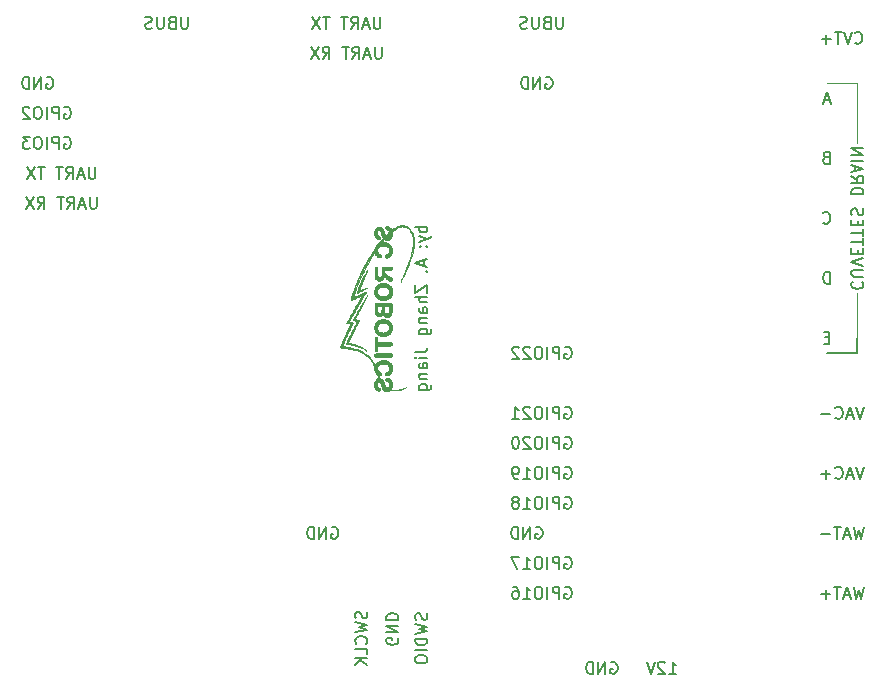
<source format=gbr>
%TF.GenerationSoftware,KiCad,Pcbnew,(5.1.10)-1*%
%TF.CreationDate,2022-01-11T17:35:31-08:00*%
%TF.ProjectId,science_cake_mosfets_2,73636965-6e63-4655-9f63-616b655f6d6f,rev?*%
%TF.SameCoordinates,Original*%
%TF.FileFunction,Legend,Bot*%
%TF.FilePolarity,Positive*%
%FSLAX46Y46*%
G04 Gerber Fmt 4.6, Leading zero omitted, Abs format (unit mm)*
G04 Created by KiCad (PCBNEW (5.1.10)-1) date 2022-01-11 17:35:31*
%MOMM*%
%LPD*%
G01*
G04 APERTURE LIST*
%ADD10C,0.150000*%
%ADD11C,0.120000*%
%ADD12C,0.010000*%
G04 APERTURE END LIST*
D10*
X137921904Y-129040000D02*
X138017142Y-128992380D01*
X138160000Y-128992380D01*
X138302857Y-129040000D01*
X138398095Y-129135238D01*
X138445714Y-129230476D01*
X138493333Y-129420952D01*
X138493333Y-129563809D01*
X138445714Y-129754285D01*
X138398095Y-129849523D01*
X138302857Y-129944761D01*
X138160000Y-129992380D01*
X138064761Y-129992380D01*
X137921904Y-129944761D01*
X137874285Y-129897142D01*
X137874285Y-129563809D01*
X138064761Y-129563809D01*
X137445714Y-129992380D02*
X137445714Y-128992380D01*
X136874285Y-129992380D01*
X136874285Y-128992380D01*
X136398095Y-129992380D02*
X136398095Y-128992380D01*
X136160000Y-128992380D01*
X136017142Y-129040000D01*
X135921904Y-129135238D01*
X135874285Y-129230476D01*
X135826666Y-129420952D01*
X135826666Y-129563809D01*
X135874285Y-129754285D01*
X135921904Y-129849523D01*
X136017142Y-129944761D01*
X136160000Y-129992380D01*
X136398095Y-129992380D01*
X108465714Y-85812380D02*
X108465714Y-86621904D01*
X108418095Y-86717142D01*
X108370476Y-86764761D01*
X108275238Y-86812380D01*
X108084761Y-86812380D01*
X107989523Y-86764761D01*
X107941904Y-86717142D01*
X107894285Y-86621904D01*
X107894285Y-85812380D01*
X107084761Y-86288571D02*
X106941904Y-86336190D01*
X106894285Y-86383809D01*
X106846666Y-86479047D01*
X106846666Y-86621904D01*
X106894285Y-86717142D01*
X106941904Y-86764761D01*
X107037142Y-86812380D01*
X107418095Y-86812380D01*
X107418095Y-85812380D01*
X107084761Y-85812380D01*
X106989523Y-85860000D01*
X106941904Y-85907619D01*
X106894285Y-86002857D01*
X106894285Y-86098095D01*
X106941904Y-86193333D01*
X106989523Y-86240952D01*
X107084761Y-86288571D01*
X107418095Y-86288571D01*
X106418095Y-85812380D02*
X106418095Y-86621904D01*
X106370476Y-86717142D01*
X106322857Y-86764761D01*
X106227619Y-86812380D01*
X106037142Y-86812380D01*
X105941904Y-86764761D01*
X105894285Y-86717142D01*
X105846666Y-86621904D01*
X105846666Y-85812380D01*
X105418095Y-86764761D02*
X105275238Y-86812380D01*
X105037142Y-86812380D01*
X104941904Y-86764761D01*
X104894285Y-86717142D01*
X104846666Y-86621904D01*
X104846666Y-86526666D01*
X104894285Y-86431428D01*
X104941904Y-86383809D01*
X105037142Y-86336190D01*
X105227619Y-86288571D01*
X105322857Y-86240952D01*
X105370476Y-86193333D01*
X105418095Y-86098095D01*
X105418095Y-86002857D01*
X105370476Y-85907619D01*
X105322857Y-85860000D01*
X105227619Y-85812380D01*
X104989523Y-85812380D01*
X104846666Y-85860000D01*
X120641904Y-129040000D02*
X120737142Y-128992380D01*
X120880000Y-128992380D01*
X121022857Y-129040000D01*
X121118095Y-129135238D01*
X121165714Y-129230476D01*
X121213333Y-129420952D01*
X121213333Y-129563809D01*
X121165714Y-129754285D01*
X121118095Y-129849523D01*
X121022857Y-129944761D01*
X120880000Y-129992380D01*
X120784761Y-129992380D01*
X120641904Y-129944761D01*
X120594285Y-129897142D01*
X120594285Y-129563809D01*
X120784761Y-129563809D01*
X120165714Y-129992380D02*
X120165714Y-128992380D01*
X119594285Y-129992380D01*
X119594285Y-128992380D01*
X119118095Y-129992380D02*
X119118095Y-128992380D01*
X118880000Y-128992380D01*
X118737142Y-129040000D01*
X118641904Y-129135238D01*
X118594285Y-129230476D01*
X118546666Y-129420952D01*
X118546666Y-129563809D01*
X118594285Y-129754285D01*
X118641904Y-129849523D01*
X118737142Y-129944761D01*
X118880000Y-129992380D01*
X119118095Y-129992380D01*
X124872380Y-88352380D02*
X124872380Y-89161904D01*
X124824761Y-89257142D01*
X124777142Y-89304761D01*
X124681904Y-89352380D01*
X124491428Y-89352380D01*
X124396190Y-89304761D01*
X124348571Y-89257142D01*
X124300952Y-89161904D01*
X124300952Y-88352380D01*
X123872380Y-89066666D02*
X123396190Y-89066666D01*
X123967619Y-89352380D02*
X123634285Y-88352380D01*
X123300952Y-89352380D01*
X122396190Y-89352380D02*
X122729523Y-88876190D01*
X122967619Y-89352380D02*
X122967619Y-88352380D01*
X122586666Y-88352380D01*
X122491428Y-88400000D01*
X122443809Y-88447619D01*
X122396190Y-88542857D01*
X122396190Y-88685714D01*
X122443809Y-88780952D01*
X122491428Y-88828571D01*
X122586666Y-88876190D01*
X122967619Y-88876190D01*
X122110476Y-88352380D02*
X121539047Y-88352380D01*
X121824761Y-89352380D02*
X121824761Y-88352380D01*
X119872380Y-89352380D02*
X120205714Y-88876190D01*
X120443809Y-89352380D02*
X120443809Y-88352380D01*
X120062857Y-88352380D01*
X119967619Y-88400000D01*
X119920000Y-88447619D01*
X119872380Y-88542857D01*
X119872380Y-88685714D01*
X119920000Y-88780952D01*
X119967619Y-88828571D01*
X120062857Y-88876190D01*
X120443809Y-88876190D01*
X119539047Y-88352380D02*
X118872380Y-89352380D01*
X118872380Y-88352380D02*
X119539047Y-89352380D01*
X96511904Y-90940000D02*
X96607142Y-90892380D01*
X96750000Y-90892380D01*
X96892857Y-90940000D01*
X96988095Y-91035238D01*
X97035714Y-91130476D01*
X97083333Y-91320952D01*
X97083333Y-91463809D01*
X97035714Y-91654285D01*
X96988095Y-91749523D01*
X96892857Y-91844761D01*
X96750000Y-91892380D01*
X96654761Y-91892380D01*
X96511904Y-91844761D01*
X96464285Y-91797142D01*
X96464285Y-91463809D01*
X96654761Y-91463809D01*
X96035714Y-91892380D02*
X96035714Y-90892380D01*
X95464285Y-91892380D01*
X95464285Y-90892380D01*
X94988095Y-91892380D02*
X94988095Y-90892380D01*
X94750000Y-90892380D01*
X94607142Y-90940000D01*
X94511904Y-91035238D01*
X94464285Y-91130476D01*
X94416666Y-91320952D01*
X94416666Y-91463809D01*
X94464285Y-91654285D01*
X94511904Y-91749523D01*
X94607142Y-91844761D01*
X94750000Y-91892380D01*
X94988095Y-91892380D01*
X100742380Y-101052380D02*
X100742380Y-101861904D01*
X100694761Y-101957142D01*
X100647142Y-102004761D01*
X100551904Y-102052380D01*
X100361428Y-102052380D01*
X100266190Y-102004761D01*
X100218571Y-101957142D01*
X100170952Y-101861904D01*
X100170952Y-101052380D01*
X99742380Y-101766666D02*
X99266190Y-101766666D01*
X99837619Y-102052380D02*
X99504285Y-101052380D01*
X99170952Y-102052380D01*
X98266190Y-102052380D02*
X98599523Y-101576190D01*
X98837619Y-102052380D02*
X98837619Y-101052380D01*
X98456666Y-101052380D01*
X98361428Y-101100000D01*
X98313809Y-101147619D01*
X98266190Y-101242857D01*
X98266190Y-101385714D01*
X98313809Y-101480952D01*
X98361428Y-101528571D01*
X98456666Y-101576190D01*
X98837619Y-101576190D01*
X97980476Y-101052380D02*
X97409047Y-101052380D01*
X97694761Y-102052380D02*
X97694761Y-101052380D01*
X95742380Y-102052380D02*
X96075714Y-101576190D01*
X96313809Y-102052380D02*
X96313809Y-101052380D01*
X95932857Y-101052380D01*
X95837619Y-101100000D01*
X95790000Y-101147619D01*
X95742380Y-101242857D01*
X95742380Y-101385714D01*
X95790000Y-101480952D01*
X95837619Y-101528571D01*
X95932857Y-101576190D01*
X96313809Y-101576190D01*
X95409047Y-101052380D02*
X94742380Y-102052380D01*
X94742380Y-101052380D02*
X95409047Y-102052380D01*
X100623333Y-98512380D02*
X100623333Y-99321904D01*
X100575714Y-99417142D01*
X100528095Y-99464761D01*
X100432857Y-99512380D01*
X100242380Y-99512380D01*
X100147142Y-99464761D01*
X100099523Y-99417142D01*
X100051904Y-99321904D01*
X100051904Y-98512380D01*
X99623333Y-99226666D02*
X99147142Y-99226666D01*
X99718571Y-99512380D02*
X99385238Y-98512380D01*
X99051904Y-99512380D01*
X98147142Y-99512380D02*
X98480476Y-99036190D01*
X98718571Y-99512380D02*
X98718571Y-98512380D01*
X98337619Y-98512380D01*
X98242380Y-98560000D01*
X98194761Y-98607619D01*
X98147142Y-98702857D01*
X98147142Y-98845714D01*
X98194761Y-98940952D01*
X98242380Y-98988571D01*
X98337619Y-99036190D01*
X98718571Y-99036190D01*
X97861428Y-98512380D02*
X97290000Y-98512380D01*
X97575714Y-99512380D02*
X97575714Y-98512380D01*
X96337619Y-98512380D02*
X95766190Y-98512380D01*
X96051904Y-99512380D02*
X96051904Y-98512380D01*
X95528095Y-98512380D02*
X94861428Y-99512380D01*
X94861428Y-98512380D02*
X95528095Y-99512380D01*
X97996190Y-96020000D02*
X98091428Y-95972380D01*
X98234285Y-95972380D01*
X98377142Y-96020000D01*
X98472380Y-96115238D01*
X98520000Y-96210476D01*
X98567619Y-96400952D01*
X98567619Y-96543809D01*
X98520000Y-96734285D01*
X98472380Y-96829523D01*
X98377142Y-96924761D01*
X98234285Y-96972380D01*
X98139047Y-96972380D01*
X97996190Y-96924761D01*
X97948571Y-96877142D01*
X97948571Y-96543809D01*
X98139047Y-96543809D01*
X97520000Y-96972380D02*
X97520000Y-95972380D01*
X97139047Y-95972380D01*
X97043809Y-96020000D01*
X96996190Y-96067619D01*
X96948571Y-96162857D01*
X96948571Y-96305714D01*
X96996190Y-96400952D01*
X97043809Y-96448571D01*
X97139047Y-96496190D01*
X97520000Y-96496190D01*
X96520000Y-96972380D02*
X96520000Y-95972380D01*
X95853333Y-95972380D02*
X95662857Y-95972380D01*
X95567619Y-96020000D01*
X95472380Y-96115238D01*
X95424761Y-96305714D01*
X95424761Y-96639047D01*
X95472380Y-96829523D01*
X95567619Y-96924761D01*
X95662857Y-96972380D01*
X95853333Y-96972380D01*
X95948571Y-96924761D01*
X96043809Y-96829523D01*
X96091428Y-96639047D01*
X96091428Y-96305714D01*
X96043809Y-96115238D01*
X95948571Y-96020000D01*
X95853333Y-95972380D01*
X95091428Y-95972380D02*
X94472380Y-95972380D01*
X94805714Y-96353333D01*
X94662857Y-96353333D01*
X94567619Y-96400952D01*
X94520000Y-96448571D01*
X94472380Y-96543809D01*
X94472380Y-96781904D01*
X94520000Y-96877142D01*
X94567619Y-96924761D01*
X94662857Y-96972380D01*
X94948571Y-96972380D01*
X95043809Y-96924761D01*
X95091428Y-96877142D01*
X97996190Y-93480000D02*
X98091428Y-93432380D01*
X98234285Y-93432380D01*
X98377142Y-93480000D01*
X98472380Y-93575238D01*
X98520000Y-93670476D01*
X98567619Y-93860952D01*
X98567619Y-94003809D01*
X98520000Y-94194285D01*
X98472380Y-94289523D01*
X98377142Y-94384761D01*
X98234285Y-94432380D01*
X98139047Y-94432380D01*
X97996190Y-94384761D01*
X97948571Y-94337142D01*
X97948571Y-94003809D01*
X98139047Y-94003809D01*
X97520000Y-94432380D02*
X97520000Y-93432380D01*
X97139047Y-93432380D01*
X97043809Y-93480000D01*
X96996190Y-93527619D01*
X96948571Y-93622857D01*
X96948571Y-93765714D01*
X96996190Y-93860952D01*
X97043809Y-93908571D01*
X97139047Y-93956190D01*
X97520000Y-93956190D01*
X96520000Y-94432380D02*
X96520000Y-93432380D01*
X95853333Y-93432380D02*
X95662857Y-93432380D01*
X95567619Y-93480000D01*
X95472380Y-93575238D01*
X95424761Y-93765714D01*
X95424761Y-94099047D01*
X95472380Y-94289523D01*
X95567619Y-94384761D01*
X95662857Y-94432380D01*
X95853333Y-94432380D01*
X95948571Y-94384761D01*
X96043809Y-94289523D01*
X96091428Y-94099047D01*
X96091428Y-93765714D01*
X96043809Y-93575238D01*
X95948571Y-93480000D01*
X95853333Y-93432380D01*
X95043809Y-93527619D02*
X94996190Y-93480000D01*
X94900952Y-93432380D01*
X94662857Y-93432380D01*
X94567619Y-93480000D01*
X94520000Y-93527619D01*
X94472380Y-93622857D01*
X94472380Y-93718095D01*
X94520000Y-93860952D01*
X95091428Y-94432380D01*
X94472380Y-94432380D01*
X138761904Y-90940000D02*
X138857142Y-90892380D01*
X139000000Y-90892380D01*
X139142857Y-90940000D01*
X139238095Y-91035238D01*
X139285714Y-91130476D01*
X139333333Y-91320952D01*
X139333333Y-91463809D01*
X139285714Y-91654285D01*
X139238095Y-91749523D01*
X139142857Y-91844761D01*
X139000000Y-91892380D01*
X138904761Y-91892380D01*
X138761904Y-91844761D01*
X138714285Y-91797142D01*
X138714285Y-91463809D01*
X138904761Y-91463809D01*
X138285714Y-91892380D02*
X138285714Y-90892380D01*
X137714285Y-91892380D01*
X137714285Y-90892380D01*
X137238095Y-91892380D02*
X137238095Y-90892380D01*
X137000000Y-90892380D01*
X136857142Y-90940000D01*
X136761904Y-91035238D01*
X136714285Y-91130476D01*
X136666666Y-91320952D01*
X136666666Y-91463809D01*
X136714285Y-91654285D01*
X136761904Y-91749523D01*
X136857142Y-91844761D01*
X137000000Y-91892380D01*
X137238095Y-91892380D01*
X124753333Y-85812380D02*
X124753333Y-86621904D01*
X124705714Y-86717142D01*
X124658095Y-86764761D01*
X124562857Y-86812380D01*
X124372380Y-86812380D01*
X124277142Y-86764761D01*
X124229523Y-86717142D01*
X124181904Y-86621904D01*
X124181904Y-85812380D01*
X123753333Y-86526666D02*
X123277142Y-86526666D01*
X123848571Y-86812380D02*
X123515238Y-85812380D01*
X123181904Y-86812380D01*
X122277142Y-86812380D02*
X122610476Y-86336190D01*
X122848571Y-86812380D02*
X122848571Y-85812380D01*
X122467619Y-85812380D01*
X122372380Y-85860000D01*
X122324761Y-85907619D01*
X122277142Y-86002857D01*
X122277142Y-86145714D01*
X122324761Y-86240952D01*
X122372380Y-86288571D01*
X122467619Y-86336190D01*
X122848571Y-86336190D01*
X121991428Y-85812380D02*
X121420000Y-85812380D01*
X121705714Y-86812380D02*
X121705714Y-85812380D01*
X120467619Y-85812380D02*
X119896190Y-85812380D01*
X120181904Y-86812380D02*
X120181904Y-85812380D01*
X119658095Y-85812380D02*
X118991428Y-86812380D01*
X118991428Y-85812380D02*
X119658095Y-86812380D01*
X126230000Y-138411904D02*
X126277619Y-138507142D01*
X126277619Y-138650000D01*
X126230000Y-138792857D01*
X126134761Y-138888095D01*
X126039523Y-138935714D01*
X125849047Y-138983333D01*
X125706190Y-138983333D01*
X125515714Y-138935714D01*
X125420476Y-138888095D01*
X125325238Y-138792857D01*
X125277619Y-138650000D01*
X125277619Y-138554761D01*
X125325238Y-138411904D01*
X125372857Y-138364285D01*
X125706190Y-138364285D01*
X125706190Y-138554761D01*
X125277619Y-137935714D02*
X126277619Y-137935714D01*
X125277619Y-137364285D01*
X126277619Y-137364285D01*
X125277619Y-136888095D02*
X126277619Y-136888095D01*
X126277619Y-136650000D01*
X126230000Y-136507142D01*
X126134761Y-136411904D01*
X126039523Y-136364285D01*
X125849047Y-136316666D01*
X125706190Y-136316666D01*
X125515714Y-136364285D01*
X125420476Y-136411904D01*
X125325238Y-136507142D01*
X125277619Y-136650000D01*
X125277619Y-136888095D01*
X128674761Y-136310952D02*
X128722380Y-136453809D01*
X128722380Y-136691904D01*
X128674761Y-136787142D01*
X128627142Y-136834761D01*
X128531904Y-136882380D01*
X128436666Y-136882380D01*
X128341428Y-136834761D01*
X128293809Y-136787142D01*
X128246190Y-136691904D01*
X128198571Y-136501428D01*
X128150952Y-136406190D01*
X128103333Y-136358571D01*
X128008095Y-136310952D01*
X127912857Y-136310952D01*
X127817619Y-136358571D01*
X127770000Y-136406190D01*
X127722380Y-136501428D01*
X127722380Y-136739523D01*
X127770000Y-136882380D01*
X127722380Y-137215714D02*
X128722380Y-137453809D01*
X128008095Y-137644285D01*
X128722380Y-137834761D01*
X127722380Y-138072857D01*
X128722380Y-138453809D02*
X127722380Y-138453809D01*
X127722380Y-138691904D01*
X127770000Y-138834761D01*
X127865238Y-138930000D01*
X127960476Y-138977619D01*
X128150952Y-139025238D01*
X128293809Y-139025238D01*
X128484285Y-138977619D01*
X128579523Y-138930000D01*
X128674761Y-138834761D01*
X128722380Y-138691904D01*
X128722380Y-138453809D01*
X128722380Y-139453809D02*
X127722380Y-139453809D01*
X127722380Y-140120476D02*
X127722380Y-140310952D01*
X127770000Y-140406190D01*
X127865238Y-140501428D01*
X128055714Y-140549047D01*
X128389047Y-140549047D01*
X128579523Y-140501428D01*
X128674761Y-140406190D01*
X128722380Y-140310952D01*
X128722380Y-140120476D01*
X128674761Y-140025238D01*
X128579523Y-139930000D01*
X128389047Y-139882380D01*
X128055714Y-139882380D01*
X127865238Y-139930000D01*
X127770000Y-140025238D01*
X127722380Y-140120476D01*
X123594761Y-136168095D02*
X123642380Y-136310952D01*
X123642380Y-136549047D01*
X123594761Y-136644285D01*
X123547142Y-136691904D01*
X123451904Y-136739523D01*
X123356666Y-136739523D01*
X123261428Y-136691904D01*
X123213809Y-136644285D01*
X123166190Y-136549047D01*
X123118571Y-136358571D01*
X123070952Y-136263333D01*
X123023333Y-136215714D01*
X122928095Y-136168095D01*
X122832857Y-136168095D01*
X122737619Y-136215714D01*
X122690000Y-136263333D01*
X122642380Y-136358571D01*
X122642380Y-136596666D01*
X122690000Y-136739523D01*
X122642380Y-137072857D02*
X123642380Y-137310952D01*
X122928095Y-137501428D01*
X123642380Y-137691904D01*
X122642380Y-137930000D01*
X123547142Y-138882380D02*
X123594761Y-138834761D01*
X123642380Y-138691904D01*
X123642380Y-138596666D01*
X123594761Y-138453809D01*
X123499523Y-138358571D01*
X123404285Y-138310952D01*
X123213809Y-138263333D01*
X123070952Y-138263333D01*
X122880476Y-138310952D01*
X122785238Y-138358571D01*
X122690000Y-138453809D01*
X122642380Y-138596666D01*
X122642380Y-138691904D01*
X122690000Y-138834761D01*
X122737619Y-138882380D01*
X123642380Y-139787142D02*
X123642380Y-139310952D01*
X122642380Y-139310952D01*
X123642380Y-140120476D02*
X122642380Y-140120476D01*
X123642380Y-140691904D02*
X123070952Y-140263333D01*
X122642380Y-140691904D02*
X123213809Y-140120476D01*
X140215714Y-85812380D02*
X140215714Y-86621904D01*
X140168095Y-86717142D01*
X140120476Y-86764761D01*
X140025238Y-86812380D01*
X139834761Y-86812380D01*
X139739523Y-86764761D01*
X139691904Y-86717142D01*
X139644285Y-86621904D01*
X139644285Y-85812380D01*
X138834761Y-86288571D02*
X138691904Y-86336190D01*
X138644285Y-86383809D01*
X138596666Y-86479047D01*
X138596666Y-86621904D01*
X138644285Y-86717142D01*
X138691904Y-86764761D01*
X138787142Y-86812380D01*
X139168095Y-86812380D01*
X139168095Y-85812380D01*
X138834761Y-85812380D01*
X138739523Y-85860000D01*
X138691904Y-85907619D01*
X138644285Y-86002857D01*
X138644285Y-86098095D01*
X138691904Y-86193333D01*
X138739523Y-86240952D01*
X138834761Y-86288571D01*
X139168095Y-86288571D01*
X138168095Y-85812380D02*
X138168095Y-86621904D01*
X138120476Y-86717142D01*
X138072857Y-86764761D01*
X137977619Y-86812380D01*
X137787142Y-86812380D01*
X137691904Y-86764761D01*
X137644285Y-86717142D01*
X137596666Y-86621904D01*
X137596666Y-85812380D01*
X137168095Y-86764761D02*
X137025238Y-86812380D01*
X136787142Y-86812380D01*
X136691904Y-86764761D01*
X136644285Y-86717142D01*
X136596666Y-86621904D01*
X136596666Y-86526666D01*
X136644285Y-86431428D01*
X136691904Y-86383809D01*
X136787142Y-86336190D01*
X136977619Y-86288571D01*
X137072857Y-86240952D01*
X137120476Y-86193333D01*
X137168095Y-86098095D01*
X137168095Y-86002857D01*
X137120476Y-85907619D01*
X137072857Y-85860000D01*
X136977619Y-85812380D01*
X136739523Y-85812380D01*
X136596666Y-85860000D01*
X140382380Y-134120000D02*
X140477619Y-134072380D01*
X140620476Y-134072380D01*
X140763333Y-134120000D01*
X140858571Y-134215238D01*
X140906190Y-134310476D01*
X140953809Y-134500952D01*
X140953809Y-134643809D01*
X140906190Y-134834285D01*
X140858571Y-134929523D01*
X140763333Y-135024761D01*
X140620476Y-135072380D01*
X140525238Y-135072380D01*
X140382380Y-135024761D01*
X140334761Y-134977142D01*
X140334761Y-134643809D01*
X140525238Y-134643809D01*
X139906190Y-135072380D02*
X139906190Y-134072380D01*
X139525238Y-134072380D01*
X139430000Y-134120000D01*
X139382380Y-134167619D01*
X139334761Y-134262857D01*
X139334761Y-134405714D01*
X139382380Y-134500952D01*
X139430000Y-134548571D01*
X139525238Y-134596190D01*
X139906190Y-134596190D01*
X138906190Y-135072380D02*
X138906190Y-134072380D01*
X138239523Y-134072380D02*
X138049047Y-134072380D01*
X137953809Y-134120000D01*
X137858571Y-134215238D01*
X137810952Y-134405714D01*
X137810952Y-134739047D01*
X137858571Y-134929523D01*
X137953809Y-135024761D01*
X138049047Y-135072380D01*
X138239523Y-135072380D01*
X138334761Y-135024761D01*
X138430000Y-134929523D01*
X138477619Y-134739047D01*
X138477619Y-134405714D01*
X138430000Y-134215238D01*
X138334761Y-134120000D01*
X138239523Y-134072380D01*
X136858571Y-135072380D02*
X137430000Y-135072380D01*
X137144285Y-135072380D02*
X137144285Y-134072380D01*
X137239523Y-134215238D01*
X137334761Y-134310476D01*
X137430000Y-134358095D01*
X136001428Y-134072380D02*
X136191904Y-134072380D01*
X136287142Y-134120000D01*
X136334761Y-134167619D01*
X136430000Y-134310476D01*
X136477619Y-134500952D01*
X136477619Y-134881904D01*
X136430000Y-134977142D01*
X136382380Y-135024761D01*
X136287142Y-135072380D01*
X136096666Y-135072380D01*
X136001428Y-135024761D01*
X135953809Y-134977142D01*
X135906190Y-134881904D01*
X135906190Y-134643809D01*
X135953809Y-134548571D01*
X136001428Y-134500952D01*
X136096666Y-134453333D01*
X136287142Y-134453333D01*
X136382380Y-134500952D01*
X136430000Y-134548571D01*
X136477619Y-134643809D01*
X140382380Y-131580000D02*
X140477619Y-131532380D01*
X140620476Y-131532380D01*
X140763333Y-131580000D01*
X140858571Y-131675238D01*
X140906190Y-131770476D01*
X140953809Y-131960952D01*
X140953809Y-132103809D01*
X140906190Y-132294285D01*
X140858571Y-132389523D01*
X140763333Y-132484761D01*
X140620476Y-132532380D01*
X140525238Y-132532380D01*
X140382380Y-132484761D01*
X140334761Y-132437142D01*
X140334761Y-132103809D01*
X140525238Y-132103809D01*
X139906190Y-132532380D02*
X139906190Y-131532380D01*
X139525238Y-131532380D01*
X139430000Y-131580000D01*
X139382380Y-131627619D01*
X139334761Y-131722857D01*
X139334761Y-131865714D01*
X139382380Y-131960952D01*
X139430000Y-132008571D01*
X139525238Y-132056190D01*
X139906190Y-132056190D01*
X138906190Y-132532380D02*
X138906190Y-131532380D01*
X138239523Y-131532380D02*
X138049047Y-131532380D01*
X137953809Y-131580000D01*
X137858571Y-131675238D01*
X137810952Y-131865714D01*
X137810952Y-132199047D01*
X137858571Y-132389523D01*
X137953809Y-132484761D01*
X138049047Y-132532380D01*
X138239523Y-132532380D01*
X138334761Y-132484761D01*
X138430000Y-132389523D01*
X138477619Y-132199047D01*
X138477619Y-131865714D01*
X138430000Y-131675238D01*
X138334761Y-131580000D01*
X138239523Y-131532380D01*
X136858571Y-132532380D02*
X137430000Y-132532380D01*
X137144285Y-132532380D02*
X137144285Y-131532380D01*
X137239523Y-131675238D01*
X137334761Y-131770476D01*
X137430000Y-131818095D01*
X136525238Y-131532380D02*
X135858571Y-131532380D01*
X136287142Y-132532380D01*
X140382380Y-126500000D02*
X140477619Y-126452380D01*
X140620476Y-126452380D01*
X140763333Y-126500000D01*
X140858571Y-126595238D01*
X140906190Y-126690476D01*
X140953809Y-126880952D01*
X140953809Y-127023809D01*
X140906190Y-127214285D01*
X140858571Y-127309523D01*
X140763333Y-127404761D01*
X140620476Y-127452380D01*
X140525238Y-127452380D01*
X140382380Y-127404761D01*
X140334761Y-127357142D01*
X140334761Y-127023809D01*
X140525238Y-127023809D01*
X139906190Y-127452380D02*
X139906190Y-126452380D01*
X139525238Y-126452380D01*
X139430000Y-126500000D01*
X139382380Y-126547619D01*
X139334761Y-126642857D01*
X139334761Y-126785714D01*
X139382380Y-126880952D01*
X139430000Y-126928571D01*
X139525238Y-126976190D01*
X139906190Y-126976190D01*
X138906190Y-127452380D02*
X138906190Y-126452380D01*
X138239523Y-126452380D02*
X138049047Y-126452380D01*
X137953809Y-126500000D01*
X137858571Y-126595238D01*
X137810952Y-126785714D01*
X137810952Y-127119047D01*
X137858571Y-127309523D01*
X137953809Y-127404761D01*
X138049047Y-127452380D01*
X138239523Y-127452380D01*
X138334761Y-127404761D01*
X138430000Y-127309523D01*
X138477619Y-127119047D01*
X138477619Y-126785714D01*
X138430000Y-126595238D01*
X138334761Y-126500000D01*
X138239523Y-126452380D01*
X136858571Y-127452380D02*
X137430000Y-127452380D01*
X137144285Y-127452380D02*
X137144285Y-126452380D01*
X137239523Y-126595238D01*
X137334761Y-126690476D01*
X137430000Y-126738095D01*
X136287142Y-126880952D02*
X136382380Y-126833333D01*
X136430000Y-126785714D01*
X136477619Y-126690476D01*
X136477619Y-126642857D01*
X136430000Y-126547619D01*
X136382380Y-126500000D01*
X136287142Y-126452380D01*
X136096666Y-126452380D01*
X136001428Y-126500000D01*
X135953809Y-126547619D01*
X135906190Y-126642857D01*
X135906190Y-126690476D01*
X135953809Y-126785714D01*
X136001428Y-126833333D01*
X136096666Y-126880952D01*
X136287142Y-126880952D01*
X136382380Y-126928571D01*
X136430000Y-126976190D01*
X136477619Y-127071428D01*
X136477619Y-127261904D01*
X136430000Y-127357142D01*
X136382380Y-127404761D01*
X136287142Y-127452380D01*
X136096666Y-127452380D01*
X136001428Y-127404761D01*
X135953809Y-127357142D01*
X135906190Y-127261904D01*
X135906190Y-127071428D01*
X135953809Y-126976190D01*
X136001428Y-126928571D01*
X136096666Y-126880952D01*
X140382380Y-123960000D02*
X140477619Y-123912380D01*
X140620476Y-123912380D01*
X140763333Y-123960000D01*
X140858571Y-124055238D01*
X140906190Y-124150476D01*
X140953809Y-124340952D01*
X140953809Y-124483809D01*
X140906190Y-124674285D01*
X140858571Y-124769523D01*
X140763333Y-124864761D01*
X140620476Y-124912380D01*
X140525238Y-124912380D01*
X140382380Y-124864761D01*
X140334761Y-124817142D01*
X140334761Y-124483809D01*
X140525238Y-124483809D01*
X139906190Y-124912380D02*
X139906190Y-123912380D01*
X139525238Y-123912380D01*
X139430000Y-123960000D01*
X139382380Y-124007619D01*
X139334761Y-124102857D01*
X139334761Y-124245714D01*
X139382380Y-124340952D01*
X139430000Y-124388571D01*
X139525238Y-124436190D01*
X139906190Y-124436190D01*
X138906190Y-124912380D02*
X138906190Y-123912380D01*
X138239523Y-123912380D02*
X138049047Y-123912380D01*
X137953809Y-123960000D01*
X137858571Y-124055238D01*
X137810952Y-124245714D01*
X137810952Y-124579047D01*
X137858571Y-124769523D01*
X137953809Y-124864761D01*
X138049047Y-124912380D01*
X138239523Y-124912380D01*
X138334761Y-124864761D01*
X138430000Y-124769523D01*
X138477619Y-124579047D01*
X138477619Y-124245714D01*
X138430000Y-124055238D01*
X138334761Y-123960000D01*
X138239523Y-123912380D01*
X136858571Y-124912380D02*
X137430000Y-124912380D01*
X137144285Y-124912380D02*
X137144285Y-123912380D01*
X137239523Y-124055238D01*
X137334761Y-124150476D01*
X137430000Y-124198095D01*
X136382380Y-124912380D02*
X136191904Y-124912380D01*
X136096666Y-124864761D01*
X136049047Y-124817142D01*
X135953809Y-124674285D01*
X135906190Y-124483809D01*
X135906190Y-124102857D01*
X135953809Y-124007619D01*
X136001428Y-123960000D01*
X136096666Y-123912380D01*
X136287142Y-123912380D01*
X136382380Y-123960000D01*
X136430000Y-124007619D01*
X136477619Y-124102857D01*
X136477619Y-124340952D01*
X136430000Y-124436190D01*
X136382380Y-124483809D01*
X136287142Y-124531428D01*
X136096666Y-124531428D01*
X136001428Y-124483809D01*
X135953809Y-124436190D01*
X135906190Y-124340952D01*
X140382380Y-121420000D02*
X140477619Y-121372380D01*
X140620476Y-121372380D01*
X140763333Y-121420000D01*
X140858571Y-121515238D01*
X140906190Y-121610476D01*
X140953809Y-121800952D01*
X140953809Y-121943809D01*
X140906190Y-122134285D01*
X140858571Y-122229523D01*
X140763333Y-122324761D01*
X140620476Y-122372380D01*
X140525238Y-122372380D01*
X140382380Y-122324761D01*
X140334761Y-122277142D01*
X140334761Y-121943809D01*
X140525238Y-121943809D01*
X139906190Y-122372380D02*
X139906190Y-121372380D01*
X139525238Y-121372380D01*
X139430000Y-121420000D01*
X139382380Y-121467619D01*
X139334761Y-121562857D01*
X139334761Y-121705714D01*
X139382380Y-121800952D01*
X139430000Y-121848571D01*
X139525238Y-121896190D01*
X139906190Y-121896190D01*
X138906190Y-122372380D02*
X138906190Y-121372380D01*
X138239523Y-121372380D02*
X138049047Y-121372380D01*
X137953809Y-121420000D01*
X137858571Y-121515238D01*
X137810952Y-121705714D01*
X137810952Y-122039047D01*
X137858571Y-122229523D01*
X137953809Y-122324761D01*
X138049047Y-122372380D01*
X138239523Y-122372380D01*
X138334761Y-122324761D01*
X138430000Y-122229523D01*
X138477619Y-122039047D01*
X138477619Y-121705714D01*
X138430000Y-121515238D01*
X138334761Y-121420000D01*
X138239523Y-121372380D01*
X137430000Y-121467619D02*
X137382380Y-121420000D01*
X137287142Y-121372380D01*
X137049047Y-121372380D01*
X136953809Y-121420000D01*
X136906190Y-121467619D01*
X136858571Y-121562857D01*
X136858571Y-121658095D01*
X136906190Y-121800952D01*
X137477619Y-122372380D01*
X136858571Y-122372380D01*
X136239523Y-121372380D02*
X136144285Y-121372380D01*
X136049047Y-121420000D01*
X136001428Y-121467619D01*
X135953809Y-121562857D01*
X135906190Y-121753333D01*
X135906190Y-121991428D01*
X135953809Y-122181904D01*
X136001428Y-122277142D01*
X136049047Y-122324761D01*
X136144285Y-122372380D01*
X136239523Y-122372380D01*
X136334761Y-122324761D01*
X136382380Y-122277142D01*
X136430000Y-122181904D01*
X136477619Y-121991428D01*
X136477619Y-121753333D01*
X136430000Y-121562857D01*
X136382380Y-121467619D01*
X136334761Y-121420000D01*
X136239523Y-121372380D01*
X140382380Y-118880000D02*
X140477619Y-118832380D01*
X140620476Y-118832380D01*
X140763333Y-118880000D01*
X140858571Y-118975238D01*
X140906190Y-119070476D01*
X140953809Y-119260952D01*
X140953809Y-119403809D01*
X140906190Y-119594285D01*
X140858571Y-119689523D01*
X140763333Y-119784761D01*
X140620476Y-119832380D01*
X140525238Y-119832380D01*
X140382380Y-119784761D01*
X140334761Y-119737142D01*
X140334761Y-119403809D01*
X140525238Y-119403809D01*
X139906190Y-119832380D02*
X139906190Y-118832380D01*
X139525238Y-118832380D01*
X139430000Y-118880000D01*
X139382380Y-118927619D01*
X139334761Y-119022857D01*
X139334761Y-119165714D01*
X139382380Y-119260952D01*
X139430000Y-119308571D01*
X139525238Y-119356190D01*
X139906190Y-119356190D01*
X138906190Y-119832380D02*
X138906190Y-118832380D01*
X138239523Y-118832380D02*
X138049047Y-118832380D01*
X137953809Y-118880000D01*
X137858571Y-118975238D01*
X137810952Y-119165714D01*
X137810952Y-119499047D01*
X137858571Y-119689523D01*
X137953809Y-119784761D01*
X138049047Y-119832380D01*
X138239523Y-119832380D01*
X138334761Y-119784761D01*
X138430000Y-119689523D01*
X138477619Y-119499047D01*
X138477619Y-119165714D01*
X138430000Y-118975238D01*
X138334761Y-118880000D01*
X138239523Y-118832380D01*
X137430000Y-118927619D02*
X137382380Y-118880000D01*
X137287142Y-118832380D01*
X137049047Y-118832380D01*
X136953809Y-118880000D01*
X136906190Y-118927619D01*
X136858571Y-119022857D01*
X136858571Y-119118095D01*
X136906190Y-119260952D01*
X137477619Y-119832380D01*
X136858571Y-119832380D01*
X135906190Y-119832380D02*
X136477619Y-119832380D01*
X136191904Y-119832380D02*
X136191904Y-118832380D01*
X136287142Y-118975238D01*
X136382380Y-119070476D01*
X136477619Y-119118095D01*
X140382380Y-113800000D02*
X140477619Y-113752380D01*
X140620476Y-113752380D01*
X140763333Y-113800000D01*
X140858571Y-113895238D01*
X140906190Y-113990476D01*
X140953809Y-114180952D01*
X140953809Y-114323809D01*
X140906190Y-114514285D01*
X140858571Y-114609523D01*
X140763333Y-114704761D01*
X140620476Y-114752380D01*
X140525238Y-114752380D01*
X140382380Y-114704761D01*
X140334761Y-114657142D01*
X140334761Y-114323809D01*
X140525238Y-114323809D01*
X139906190Y-114752380D02*
X139906190Y-113752380D01*
X139525238Y-113752380D01*
X139430000Y-113800000D01*
X139382380Y-113847619D01*
X139334761Y-113942857D01*
X139334761Y-114085714D01*
X139382380Y-114180952D01*
X139430000Y-114228571D01*
X139525238Y-114276190D01*
X139906190Y-114276190D01*
X138906190Y-114752380D02*
X138906190Y-113752380D01*
X138239523Y-113752380D02*
X138049047Y-113752380D01*
X137953809Y-113800000D01*
X137858571Y-113895238D01*
X137810952Y-114085714D01*
X137810952Y-114419047D01*
X137858571Y-114609523D01*
X137953809Y-114704761D01*
X138049047Y-114752380D01*
X138239523Y-114752380D01*
X138334761Y-114704761D01*
X138430000Y-114609523D01*
X138477619Y-114419047D01*
X138477619Y-114085714D01*
X138430000Y-113895238D01*
X138334761Y-113800000D01*
X138239523Y-113752380D01*
X137430000Y-113847619D02*
X137382380Y-113800000D01*
X137287142Y-113752380D01*
X137049047Y-113752380D01*
X136953809Y-113800000D01*
X136906190Y-113847619D01*
X136858571Y-113942857D01*
X136858571Y-114038095D01*
X136906190Y-114180952D01*
X137477619Y-114752380D01*
X136858571Y-114752380D01*
X136477619Y-113847619D02*
X136430000Y-113800000D01*
X136334761Y-113752380D01*
X136096666Y-113752380D01*
X136001428Y-113800000D01*
X135953809Y-113847619D01*
X135906190Y-113942857D01*
X135906190Y-114038095D01*
X135953809Y-114180952D01*
X136525238Y-114752380D01*
X135906190Y-114752380D01*
X128722380Y-103585238D02*
X127722380Y-103585238D01*
X128103333Y-103585238D02*
X128055714Y-103680476D01*
X128055714Y-103870952D01*
X128103333Y-103966190D01*
X128150952Y-104013809D01*
X128246190Y-104061428D01*
X128531904Y-104061428D01*
X128627142Y-104013809D01*
X128674761Y-103966190D01*
X128722380Y-103870952D01*
X128722380Y-103680476D01*
X128674761Y-103585238D01*
X128055714Y-104394761D02*
X128722380Y-104632857D01*
X128055714Y-104870952D02*
X128722380Y-104632857D01*
X128960476Y-104537619D01*
X129008095Y-104490000D01*
X129055714Y-104394761D01*
X128627142Y-105251904D02*
X128674761Y-105299523D01*
X128722380Y-105251904D01*
X128674761Y-105204285D01*
X128627142Y-105251904D01*
X128722380Y-105251904D01*
X128103333Y-105251904D02*
X128150952Y-105299523D01*
X128198571Y-105251904D01*
X128150952Y-105204285D01*
X128103333Y-105251904D01*
X128198571Y-105251904D01*
X128436666Y-106442380D02*
X128436666Y-106918571D01*
X128722380Y-106347142D02*
X127722380Y-106680476D01*
X128722380Y-107013809D01*
X128627142Y-107347142D02*
X128674761Y-107394761D01*
X128722380Y-107347142D01*
X128674761Y-107299523D01*
X128627142Y-107347142D01*
X128722380Y-107347142D01*
X127722380Y-108490000D02*
X127722380Y-109156666D01*
X128722380Y-108490000D01*
X128722380Y-109156666D01*
X128722380Y-109537619D02*
X127722380Y-109537619D01*
X128722380Y-109966190D02*
X128198571Y-109966190D01*
X128103333Y-109918571D01*
X128055714Y-109823333D01*
X128055714Y-109680476D01*
X128103333Y-109585238D01*
X128150952Y-109537619D01*
X128722380Y-110870952D02*
X128198571Y-110870952D01*
X128103333Y-110823333D01*
X128055714Y-110728095D01*
X128055714Y-110537619D01*
X128103333Y-110442380D01*
X128674761Y-110870952D02*
X128722380Y-110775714D01*
X128722380Y-110537619D01*
X128674761Y-110442380D01*
X128579523Y-110394761D01*
X128484285Y-110394761D01*
X128389047Y-110442380D01*
X128341428Y-110537619D01*
X128341428Y-110775714D01*
X128293809Y-110870952D01*
X128055714Y-111347142D02*
X128722380Y-111347142D01*
X128150952Y-111347142D02*
X128103333Y-111394761D01*
X128055714Y-111490000D01*
X128055714Y-111632857D01*
X128103333Y-111728095D01*
X128198571Y-111775714D01*
X128722380Y-111775714D01*
X128055714Y-112680476D02*
X128865238Y-112680476D01*
X128960476Y-112632857D01*
X129008095Y-112585238D01*
X129055714Y-112490000D01*
X129055714Y-112347142D01*
X129008095Y-112251904D01*
X128674761Y-112680476D02*
X128722380Y-112585238D01*
X128722380Y-112394761D01*
X128674761Y-112299523D01*
X128627142Y-112251904D01*
X128531904Y-112204285D01*
X128246190Y-112204285D01*
X128150952Y-112251904D01*
X128103333Y-112299523D01*
X128055714Y-112394761D01*
X128055714Y-112585238D01*
X128103333Y-112680476D01*
X127722380Y-114204285D02*
X128436666Y-114204285D01*
X128579523Y-114156666D01*
X128674761Y-114061428D01*
X128722380Y-113918571D01*
X128722380Y-113823333D01*
X128722380Y-114680476D02*
X128055714Y-114680476D01*
X127722380Y-114680476D02*
X127770000Y-114632857D01*
X127817619Y-114680476D01*
X127770000Y-114728095D01*
X127722380Y-114680476D01*
X127817619Y-114680476D01*
X128722380Y-115585238D02*
X128198571Y-115585238D01*
X128103333Y-115537619D01*
X128055714Y-115442380D01*
X128055714Y-115251904D01*
X128103333Y-115156666D01*
X128674761Y-115585238D02*
X128722380Y-115490000D01*
X128722380Y-115251904D01*
X128674761Y-115156666D01*
X128579523Y-115109047D01*
X128484285Y-115109047D01*
X128389047Y-115156666D01*
X128341428Y-115251904D01*
X128341428Y-115490000D01*
X128293809Y-115585238D01*
X128055714Y-116061428D02*
X128722380Y-116061428D01*
X128150952Y-116061428D02*
X128103333Y-116109047D01*
X128055714Y-116204285D01*
X128055714Y-116347142D01*
X128103333Y-116442380D01*
X128198571Y-116490000D01*
X128722380Y-116490000D01*
X128055714Y-117394761D02*
X128865238Y-117394761D01*
X128960476Y-117347142D01*
X129008095Y-117299523D01*
X129055714Y-117204285D01*
X129055714Y-117061428D01*
X129008095Y-116966190D01*
X128674761Y-117394761D02*
X128722380Y-117299523D01*
X128722380Y-117109047D01*
X128674761Y-117013809D01*
X128627142Y-116966190D01*
X128531904Y-116918571D01*
X128246190Y-116918571D01*
X128150952Y-116966190D01*
X128103333Y-117013809D01*
X128055714Y-117109047D01*
X128055714Y-117299523D01*
X128103333Y-117394761D01*
X165687142Y-134072380D02*
X165449047Y-135072380D01*
X165258571Y-134358095D01*
X165068095Y-135072380D01*
X164830000Y-134072380D01*
X164496666Y-134786666D02*
X164020476Y-134786666D01*
X164591904Y-135072380D02*
X164258571Y-134072380D01*
X163925238Y-135072380D01*
X163734761Y-134072380D02*
X163163333Y-134072380D01*
X163449047Y-135072380D02*
X163449047Y-134072380D01*
X162830000Y-134691428D02*
X162068095Y-134691428D01*
X162449047Y-135072380D02*
X162449047Y-134310476D01*
X165687142Y-128992380D02*
X165449047Y-129992380D01*
X165258571Y-129278095D01*
X165068095Y-129992380D01*
X164830000Y-128992380D01*
X164496666Y-129706666D02*
X164020476Y-129706666D01*
X164591904Y-129992380D02*
X164258571Y-128992380D01*
X163925238Y-129992380D01*
X163734761Y-128992380D02*
X163163333Y-128992380D01*
X163449047Y-129992380D02*
X163449047Y-128992380D01*
X162830000Y-129611428D02*
X162068095Y-129611428D01*
X165710952Y-118832380D02*
X165377619Y-119832380D01*
X165044285Y-118832380D01*
X164758571Y-119546666D02*
X164282380Y-119546666D01*
X164853809Y-119832380D02*
X164520476Y-118832380D01*
X164187142Y-119832380D01*
X163282380Y-119737142D02*
X163330000Y-119784761D01*
X163472857Y-119832380D01*
X163568095Y-119832380D01*
X163710952Y-119784761D01*
X163806190Y-119689523D01*
X163853809Y-119594285D01*
X163901428Y-119403809D01*
X163901428Y-119260952D01*
X163853809Y-119070476D01*
X163806190Y-118975238D01*
X163710952Y-118880000D01*
X163568095Y-118832380D01*
X163472857Y-118832380D01*
X163330000Y-118880000D01*
X163282380Y-118927619D01*
X162853809Y-119451428D02*
X162091904Y-119451428D01*
X165710952Y-123912380D02*
X165377619Y-124912380D01*
X165044285Y-123912380D01*
X164758571Y-124626666D02*
X164282380Y-124626666D01*
X164853809Y-124912380D02*
X164520476Y-123912380D01*
X164187142Y-124912380D01*
X163282380Y-124817142D02*
X163330000Y-124864761D01*
X163472857Y-124912380D01*
X163568095Y-124912380D01*
X163710952Y-124864761D01*
X163806190Y-124769523D01*
X163853809Y-124674285D01*
X163901428Y-124483809D01*
X163901428Y-124340952D01*
X163853809Y-124150476D01*
X163806190Y-124055238D01*
X163710952Y-123960000D01*
X163568095Y-123912380D01*
X163472857Y-123912380D01*
X163330000Y-123960000D01*
X163282380Y-124007619D01*
X162853809Y-124531428D02*
X162091904Y-124531428D01*
X162472857Y-124912380D02*
X162472857Y-124150476D01*
X144271904Y-140470000D02*
X144367142Y-140422380D01*
X144510000Y-140422380D01*
X144652857Y-140470000D01*
X144748095Y-140565238D01*
X144795714Y-140660476D01*
X144843333Y-140850952D01*
X144843333Y-140993809D01*
X144795714Y-141184285D01*
X144748095Y-141279523D01*
X144652857Y-141374761D01*
X144510000Y-141422380D01*
X144414761Y-141422380D01*
X144271904Y-141374761D01*
X144224285Y-141327142D01*
X144224285Y-140993809D01*
X144414761Y-140993809D01*
X143795714Y-141422380D02*
X143795714Y-140422380D01*
X143224285Y-141422380D01*
X143224285Y-140422380D01*
X142748095Y-141422380D02*
X142748095Y-140422380D01*
X142510000Y-140422380D01*
X142367142Y-140470000D01*
X142271904Y-140565238D01*
X142224285Y-140660476D01*
X142176666Y-140850952D01*
X142176666Y-140993809D01*
X142224285Y-141184285D01*
X142271904Y-141279523D01*
X142367142Y-141374761D01*
X142510000Y-141422380D01*
X142748095Y-141422380D01*
X149209047Y-141422380D02*
X149780476Y-141422380D01*
X149494761Y-141422380D02*
X149494761Y-140422380D01*
X149590000Y-140565238D01*
X149685238Y-140660476D01*
X149780476Y-140708095D01*
X148828095Y-140517619D02*
X148780476Y-140470000D01*
X148685238Y-140422380D01*
X148447142Y-140422380D01*
X148351904Y-140470000D01*
X148304285Y-140517619D01*
X148256666Y-140612857D01*
X148256666Y-140708095D01*
X148304285Y-140850952D01*
X148875714Y-141422380D01*
X148256666Y-141422380D01*
X147970952Y-140422380D02*
X147637619Y-141422380D01*
X147304285Y-140422380D01*
D11*
X165100000Y-109220000D02*
X165100000Y-113030000D01*
X165100000Y-92710000D02*
X165100000Y-96520000D01*
D10*
X164949047Y-87987142D02*
X164996666Y-88034761D01*
X165139523Y-88082380D01*
X165234761Y-88082380D01*
X165377619Y-88034761D01*
X165472857Y-87939523D01*
X165520476Y-87844285D01*
X165568095Y-87653809D01*
X165568095Y-87510952D01*
X165520476Y-87320476D01*
X165472857Y-87225238D01*
X165377619Y-87130000D01*
X165234761Y-87082380D01*
X165139523Y-87082380D01*
X164996666Y-87130000D01*
X164949047Y-87177619D01*
X164663333Y-87082380D02*
X164330000Y-88082380D01*
X163996666Y-87082380D01*
X163806190Y-87082380D02*
X163234761Y-87082380D01*
X163520476Y-88082380D02*
X163520476Y-87082380D01*
X162901428Y-87701428D02*
X162139523Y-87701428D01*
X162520476Y-88082380D02*
X162520476Y-87320476D01*
D11*
X165100000Y-91440000D02*
X165100000Y-92710000D01*
X162560000Y-91440000D02*
X165100000Y-91440000D01*
D10*
X165100000Y-114300000D02*
X165100000Y-113030000D01*
X162560000Y-114300000D02*
X165100000Y-114300000D01*
X164742857Y-108227142D02*
X164695238Y-108274761D01*
X164647619Y-108417619D01*
X164647619Y-108512857D01*
X164695238Y-108655714D01*
X164790476Y-108750952D01*
X164885714Y-108798571D01*
X165076190Y-108846190D01*
X165219047Y-108846190D01*
X165409523Y-108798571D01*
X165504761Y-108750952D01*
X165600000Y-108655714D01*
X165647619Y-108512857D01*
X165647619Y-108417619D01*
X165600000Y-108274761D01*
X165552380Y-108227142D01*
X165647619Y-107798571D02*
X164838095Y-107798571D01*
X164742857Y-107750952D01*
X164695238Y-107703333D01*
X164647619Y-107608095D01*
X164647619Y-107417619D01*
X164695238Y-107322380D01*
X164742857Y-107274761D01*
X164838095Y-107227142D01*
X165647619Y-107227142D01*
X165647619Y-106893809D02*
X164647619Y-106560476D01*
X165647619Y-106227142D01*
X165171428Y-105893809D02*
X165171428Y-105560476D01*
X164647619Y-105417619D02*
X164647619Y-105893809D01*
X165647619Y-105893809D01*
X165647619Y-105417619D01*
X165647619Y-105131904D02*
X165647619Y-104560476D01*
X164647619Y-104846190D02*
X165647619Y-104846190D01*
X165647619Y-104370000D02*
X165647619Y-103798571D01*
X164647619Y-104084285D02*
X165647619Y-104084285D01*
X165171428Y-103465238D02*
X165171428Y-103131904D01*
X164647619Y-102989047D02*
X164647619Y-103465238D01*
X165647619Y-103465238D01*
X165647619Y-102989047D01*
X164695238Y-102608095D02*
X164647619Y-102465238D01*
X164647619Y-102227142D01*
X164695238Y-102131904D01*
X164742857Y-102084285D01*
X164838095Y-102036666D01*
X164933333Y-102036666D01*
X165028571Y-102084285D01*
X165076190Y-102131904D01*
X165123809Y-102227142D01*
X165171428Y-102417619D01*
X165219047Y-102512857D01*
X165266666Y-102560476D01*
X165361904Y-102608095D01*
X165457142Y-102608095D01*
X165552380Y-102560476D01*
X165600000Y-102512857D01*
X165647619Y-102417619D01*
X165647619Y-102179523D01*
X165600000Y-102036666D01*
X164647619Y-100846190D02*
X165647619Y-100846190D01*
X165647619Y-100608095D01*
X165600000Y-100465238D01*
X165504761Y-100370000D01*
X165409523Y-100322380D01*
X165219047Y-100274761D01*
X165076190Y-100274761D01*
X164885714Y-100322380D01*
X164790476Y-100370000D01*
X164695238Y-100465238D01*
X164647619Y-100608095D01*
X164647619Y-100846190D01*
X164647619Y-99274761D02*
X165123809Y-99608095D01*
X164647619Y-99846190D02*
X165647619Y-99846190D01*
X165647619Y-99465238D01*
X165600000Y-99370000D01*
X165552380Y-99322380D01*
X165457142Y-99274761D01*
X165314285Y-99274761D01*
X165219047Y-99322380D01*
X165171428Y-99370000D01*
X165123809Y-99465238D01*
X165123809Y-99846190D01*
X164933333Y-98893809D02*
X164933333Y-98417619D01*
X164647619Y-98989047D02*
X165647619Y-98655714D01*
X164647619Y-98322380D01*
X164647619Y-97989047D02*
X165647619Y-97989047D01*
X164647619Y-97512857D02*
X165647619Y-97512857D01*
X164647619Y-96941428D01*
X165647619Y-96941428D01*
X162774285Y-112958571D02*
X162440952Y-112958571D01*
X162298095Y-113482380D02*
X162774285Y-113482380D01*
X162774285Y-112482380D01*
X162298095Y-112482380D01*
X162821904Y-108402380D02*
X162821904Y-107402380D01*
X162583809Y-107402380D01*
X162440952Y-107450000D01*
X162345714Y-107545238D01*
X162298095Y-107640476D01*
X162250476Y-107830952D01*
X162250476Y-107973809D01*
X162298095Y-108164285D01*
X162345714Y-108259523D01*
X162440952Y-108354761D01*
X162583809Y-108402380D01*
X162821904Y-108402380D01*
X162250476Y-103227142D02*
X162298095Y-103274761D01*
X162440952Y-103322380D01*
X162536190Y-103322380D01*
X162679047Y-103274761D01*
X162774285Y-103179523D01*
X162821904Y-103084285D01*
X162869523Y-102893809D01*
X162869523Y-102750952D01*
X162821904Y-102560476D01*
X162774285Y-102465238D01*
X162679047Y-102370000D01*
X162536190Y-102322380D01*
X162440952Y-102322380D01*
X162298095Y-102370000D01*
X162250476Y-102417619D01*
X162488571Y-97718571D02*
X162345714Y-97766190D01*
X162298095Y-97813809D01*
X162250476Y-97909047D01*
X162250476Y-98051904D01*
X162298095Y-98147142D01*
X162345714Y-98194761D01*
X162440952Y-98242380D01*
X162821904Y-98242380D01*
X162821904Y-97242380D01*
X162488571Y-97242380D01*
X162393333Y-97290000D01*
X162345714Y-97337619D01*
X162298095Y-97432857D01*
X162298095Y-97528095D01*
X162345714Y-97623333D01*
X162393333Y-97670952D01*
X162488571Y-97718571D01*
X162821904Y-97718571D01*
X162798095Y-92876666D02*
X162321904Y-92876666D01*
X162893333Y-93162380D02*
X162560000Y-92162380D01*
X162226666Y-93162380D01*
D12*
%TO.C,G\u002A\u002A\u002A*%
G36*
X121331807Y-113800271D02*
G01*
X121351067Y-113802793D01*
X121380566Y-113805647D01*
X121418173Y-113808633D01*
X121461761Y-113811553D01*
X121475500Y-113812375D01*
X121694788Y-113830213D01*
X121911127Y-113857832D01*
X122123467Y-113894904D01*
X122330755Y-113941101D01*
X122531939Y-113996095D01*
X122725968Y-114059558D01*
X122911789Y-114131162D01*
X123088351Y-114210579D01*
X123254602Y-114297481D01*
X123409490Y-114391541D01*
X123474683Y-114435750D01*
X123606497Y-114535787D01*
X123729369Y-114644235D01*
X123842382Y-114760006D01*
X123944620Y-114882012D01*
X124035167Y-115009164D01*
X124113106Y-115140375D01*
X124173870Y-115266016D01*
X124195716Y-115317123D01*
X124212414Y-115358050D01*
X124224692Y-115391888D01*
X124233279Y-115421728D01*
X124238901Y-115450662D01*
X124242289Y-115481781D01*
X124244168Y-115518177D01*
X124245268Y-115562940D01*
X124245395Y-115569707D01*
X124247347Y-115631944D01*
X124251118Y-115683163D01*
X124257400Y-115726817D01*
X124266885Y-115766357D01*
X124280266Y-115805238D01*
X124298236Y-115846911D01*
X124303063Y-115857195D01*
X124337023Y-115921642D01*
X124374085Y-115976827D01*
X124417922Y-116027994D01*
X124434960Y-116045343D01*
X124458093Y-116069069D01*
X124475680Y-116089940D01*
X124490353Y-116111957D01*
X124504745Y-116139119D01*
X124521489Y-116175427D01*
X124523344Y-116179600D01*
X124541665Y-116220577D01*
X124561876Y-116265246D01*
X124581137Y-116307355D01*
X124592780Y-116332487D01*
X124625206Y-116401916D01*
X124577487Y-116410090D01*
X124510963Y-116428639D01*
X124449988Y-116460148D01*
X124395237Y-116503904D01*
X124347386Y-116559195D01*
X124307110Y-116625311D01*
X124275084Y-116701539D01*
X124262699Y-116742029D01*
X124257078Y-116764459D01*
X124252930Y-116786321D01*
X124250030Y-116810421D01*
X124248154Y-116839567D01*
X124247080Y-116876566D01*
X124246583Y-116924225D01*
X124246500Y-116945229D01*
X124246581Y-116998745D01*
X124247281Y-117040331D01*
X124248772Y-117072561D01*
X124251225Y-117098014D01*
X124254813Y-117119263D01*
X124259327Y-117137543D01*
X124286572Y-117215763D01*
X124321536Y-117285301D01*
X124363311Y-117345200D01*
X124410989Y-117394500D01*
X124463661Y-117432244D01*
X124520420Y-117457475D01*
X124573269Y-117468591D01*
X124602723Y-117470268D01*
X124625340Y-117467269D01*
X124648318Y-117458607D01*
X124649230Y-117458183D01*
X124677262Y-117443849D01*
X124696325Y-117430017D01*
X124711237Y-117412652D01*
X124720311Y-117398672D01*
X124732598Y-117366705D01*
X124735689Y-117330165D01*
X124729525Y-117295100D01*
X124721484Y-117277486D01*
X124706429Y-117259440D01*
X124681128Y-117238543D01*
X124644494Y-117213999D01*
X124595440Y-117185009D01*
X124594363Y-117184400D01*
X124545994Y-117151465D01*
X124506933Y-117113289D01*
X124479423Y-117072199D01*
X124473401Y-117058751D01*
X124463223Y-117021195D01*
X124457440Y-116974804D01*
X124456059Y-116924502D01*
X124459084Y-116875210D01*
X124466520Y-116831850D01*
X124473143Y-116810625D01*
X124498646Y-116759113D01*
X124529433Y-116720347D01*
X124565057Y-116694680D01*
X124605072Y-116682464D01*
X124635187Y-116682081D01*
X124666932Y-116688617D01*
X124693886Y-116703010D01*
X124719798Y-116727635D01*
X124733348Y-116744283D01*
X124744995Y-116760921D01*
X124755707Y-116779922D01*
X124766130Y-116803106D01*
X124776909Y-116832291D01*
X124788691Y-116869298D01*
X124802121Y-116915944D01*
X124817844Y-116974051D01*
X124826336Y-117006323D01*
X124844846Y-117075777D01*
X124861086Y-117133403D01*
X124875859Y-117181558D01*
X124889968Y-117222597D01*
X124904216Y-117258879D01*
X124919404Y-117292759D01*
X124933682Y-117321483D01*
X124974942Y-117387913D01*
X125023768Y-117442243D01*
X125079881Y-117484225D01*
X125143003Y-117513610D01*
X125151256Y-117516348D01*
X125188412Y-117524673D01*
X125234644Y-117529900D01*
X125284820Y-117531886D01*
X125333806Y-117530487D01*
X125376469Y-117525560D01*
X125388914Y-117522986D01*
X125443999Y-117504691D01*
X125500486Y-117477044D01*
X125552429Y-117443206D01*
X125577054Y-117422966D01*
X125621291Y-117382934D01*
X125702859Y-117399939D01*
X125730478Y-117405414D01*
X125755738Y-117409579D01*
X125781289Y-117412605D01*
X125809781Y-117414665D01*
X125843864Y-117415930D01*
X125886186Y-117416572D01*
X125939396Y-117416762D01*
X125962228Y-117416753D01*
X126022611Y-117416499D01*
X126071385Y-117415761D01*
X126111454Y-117414365D01*
X126145718Y-117412135D01*
X126177081Y-117408893D01*
X126208445Y-117404465D01*
X126233464Y-117400303D01*
X126397524Y-117365854D01*
X126567210Y-117318597D01*
X126604486Y-117306749D01*
X126639983Y-117294870D01*
X126680267Y-117280799D01*
X126723263Y-117265329D01*
X126766892Y-117249251D01*
X126809078Y-117233354D01*
X126847744Y-117218429D01*
X126880813Y-117205268D01*
X126906208Y-117194660D01*
X126921852Y-117187398D01*
X126925888Y-117184384D01*
X126918579Y-117185899D01*
X126900039Y-117191731D01*
X126872619Y-117201087D01*
X126838671Y-117213173D01*
X126815320Y-117221709D01*
X126688763Y-117265249D01*
X126558018Y-117304299D01*
X126427388Y-117337728D01*
X126301176Y-117364407D01*
X126219857Y-117378148D01*
X126185699Y-117381850D01*
X126139275Y-117384735D01*
X126082813Y-117386711D01*
X126018543Y-117387685D01*
X125987628Y-117387772D01*
X125920221Y-117387264D01*
X125864363Y-117385665D01*
X125817113Y-117382672D01*
X125775527Y-117377982D01*
X125736661Y-117371291D01*
X125697574Y-117362297D01*
X125671046Y-117355183D01*
X125644749Y-117347825D01*
X125676650Y-117284413D01*
X125698615Y-117237250D01*
X125715179Y-117192495D01*
X125727118Y-117146613D01*
X125735212Y-117096068D01*
X125740236Y-117037325D01*
X125742477Y-116985143D01*
X125743601Y-116929429D01*
X125743096Y-116884393D01*
X125740800Y-116846276D01*
X125736549Y-116811315D01*
X125734348Y-116797851D01*
X125712445Y-116708119D01*
X125679658Y-116627673D01*
X125636170Y-116556767D01*
X125582165Y-116495658D01*
X125517825Y-116444601D01*
X125456896Y-116410133D01*
X125401947Y-116388418D01*
X125350361Y-116377152D01*
X125304053Y-116376542D01*
X125264938Y-116386796D01*
X125260508Y-116388924D01*
X125224505Y-116414763D01*
X125199956Y-116448853D01*
X125187801Y-116489439D01*
X125187599Y-116525129D01*
X125192245Y-116549051D01*
X125201459Y-116569620D01*
X125216994Y-116588469D01*
X125240604Y-116607231D01*
X125274044Y-116627540D01*
X125319067Y-116651028D01*
X125327030Y-116654977D01*
X125369140Y-116676321D01*
X125400636Y-116693841D01*
X125424290Y-116709329D01*
X125442870Y-116724581D01*
X125457313Y-116739328D01*
X125489090Y-116783274D01*
X125510538Y-116833795D01*
X125522481Y-116893098D01*
X125524786Y-116919829D01*
X125523691Y-116994686D01*
X125511295Y-117061633D01*
X125487790Y-117120100D01*
X125453364Y-117169518D01*
X125435437Y-117187673D01*
X125414202Y-117205758D01*
X125395137Y-117219713D01*
X125382317Y-117226558D01*
X125382188Y-117226593D01*
X125367939Y-117224326D01*
X125345121Y-117213660D01*
X125315801Y-117196072D01*
X125282043Y-117173040D01*
X125245913Y-117146042D01*
X125209479Y-117116556D01*
X125174805Y-117086060D01*
X125144429Y-117056520D01*
X125132963Y-117044110D01*
X125123988Y-117032188D01*
X125116462Y-117018165D01*
X125109344Y-116999451D01*
X125101590Y-116973456D01*
X125092159Y-116937590D01*
X125084778Y-116908330D01*
X125062649Y-116824213D01*
X125041356Y-116752735D01*
X125020102Y-116692115D01*
X124998088Y-116640571D01*
X124974519Y-116596320D01*
X124948594Y-116557582D01*
X124919518Y-116522573D01*
X124905566Y-116507937D01*
X124858680Y-116466117D01*
X124812268Y-116436702D01*
X124763377Y-116417995D01*
X124739921Y-116412644D01*
X124718396Y-116407628D01*
X124703026Y-116402232D01*
X124699381Y-116399948D01*
X124694513Y-116391546D01*
X124685268Y-116372749D01*
X124672752Y-116346046D01*
X124658072Y-116313930D01*
X124642334Y-116278890D01*
X124626644Y-116243418D01*
X124612109Y-116210005D01*
X124599835Y-116181142D01*
X124590928Y-116159320D01*
X124586495Y-116147029D01*
X124586264Y-116145260D01*
X124593919Y-116145845D01*
X124608237Y-116150369D01*
X124631581Y-116155539D01*
X124662346Y-116157611D01*
X124694987Y-116156716D01*
X124723960Y-116152985D01*
X124742524Y-116147204D01*
X124774390Y-116123114D01*
X124797496Y-116090180D01*
X124810113Y-116052069D01*
X124810511Y-116012447D01*
X124809228Y-116005774D01*
X124803371Y-115984255D01*
X124795266Y-115966210D01*
X124783041Y-115949858D01*
X124764820Y-115933415D01*
X124738729Y-115915097D01*
X124702894Y-115893119D01*
X124671918Y-115875127D01*
X124607948Y-115831684D01*
X124556633Y-115782205D01*
X124518310Y-115727093D01*
X124493317Y-115666750D01*
X124491636Y-115660715D01*
X124486066Y-115629073D01*
X124482971Y-115588676D01*
X124482416Y-115545078D01*
X124484464Y-115503836D01*
X124489176Y-115470506D01*
X124489468Y-115469212D01*
X124511260Y-115406294D01*
X124545898Y-115349058D01*
X124592593Y-115298218D01*
X124650553Y-115254489D01*
X124718986Y-115218583D01*
X124797103Y-115191216D01*
X124797457Y-115191118D01*
X124818894Y-115185610D01*
X124839426Y-115181517D01*
X124861724Y-115178637D01*
X124888460Y-115176770D01*
X124922305Y-115175711D01*
X124965932Y-115175259D01*
X125007914Y-115175198D01*
X125059382Y-115175319D01*
X125099022Y-115175774D01*
X125129517Y-115176810D01*
X125153555Y-115178678D01*
X125173818Y-115181623D01*
X125192994Y-115185895D01*
X125213766Y-115191741D01*
X125225469Y-115195294D01*
X125284012Y-115215753D01*
X125331910Y-115238480D01*
X125373032Y-115265506D01*
X125396630Y-115285139D01*
X125442614Y-115335649D01*
X125476211Y-115393464D01*
X125497518Y-115458820D01*
X125506632Y-115531949D01*
X125507006Y-115548229D01*
X125501748Y-115624097D01*
X125484774Y-115691557D01*
X125455893Y-115750883D01*
X125414913Y-115802347D01*
X125361643Y-115846224D01*
X125295890Y-115882787D01*
X125262800Y-115896688D01*
X125215699Y-115916522D01*
X125181194Y-115935655D01*
X125157582Y-115955872D01*
X125143161Y-115978961D01*
X125136227Y-116006709D01*
X125134914Y-116030852D01*
X125140631Y-116076592D01*
X125157305Y-116113227D01*
X125184226Y-116140280D01*
X125220679Y-116157276D01*
X125265954Y-116163739D01*
X125319336Y-116159193D01*
X125325305Y-116158072D01*
X125398423Y-116136483D01*
X125468156Y-116101876D01*
X125533140Y-116055605D01*
X125592012Y-115999025D01*
X125643408Y-115933490D01*
X125685964Y-115860356D01*
X125718317Y-115780977D01*
X125724217Y-115761820D01*
X125729962Y-115740738D01*
X125734209Y-115721036D01*
X125737169Y-115700014D01*
X125739054Y-115674971D01*
X125740076Y-115643208D01*
X125740446Y-115602025D01*
X125740400Y-115555486D01*
X125739587Y-115490632D01*
X125737217Y-115437222D01*
X125732694Y-115392217D01*
X125725424Y-115352577D01*
X125714812Y-115315265D01*
X125700260Y-115277240D01*
X125681176Y-115235465D01*
X125675370Y-115223559D01*
X125632570Y-115152572D01*
X125577404Y-115087140D01*
X125511293Y-115028273D01*
X125435656Y-114976984D01*
X125351914Y-114934284D01*
X125261487Y-114901186D01*
X125201114Y-114885586D01*
X125154740Y-114877993D01*
X125098466Y-114872713D01*
X125036239Y-114869773D01*
X124972004Y-114869198D01*
X124909707Y-114871014D01*
X124853293Y-114875245D01*
X124806707Y-114881918D01*
X124801430Y-114882998D01*
X124698385Y-114911430D01*
X124604728Y-114950510D01*
X124520764Y-115000009D01*
X124446799Y-115059698D01*
X124383137Y-115129348D01*
X124330083Y-115208729D01*
X124306121Y-115255198D01*
X124295173Y-115277820D01*
X124286732Y-115293818D01*
X124282453Y-115300075D01*
X124282303Y-115300030D01*
X124278896Y-115292935D01*
X124270873Y-115275072D01*
X124259367Y-115248999D01*
X124245515Y-115217273D01*
X124242900Y-115211251D01*
X124171434Y-115064711D01*
X124086961Y-114924203D01*
X123989773Y-114789936D01*
X123880157Y-114662121D01*
X123758404Y-114540968D01*
X123624804Y-114426689D01*
X123479645Y-114319493D01*
X123323219Y-114219590D01*
X123155814Y-114127192D01*
X122977720Y-114042509D01*
X122789228Y-113965751D01*
X122590626Y-113897128D01*
X122382204Y-113836851D01*
X122333657Y-113824378D01*
X122113676Y-113774466D01*
X121890861Y-113734243D01*
X121670469Y-113704637D01*
X121633343Y-113700699D01*
X121593976Y-113696560D01*
X121559992Y-113692740D01*
X121533875Y-113689538D01*
X121518111Y-113687252D01*
X121514597Y-113686402D01*
X121517245Y-113679631D01*
X121525582Y-113660379D01*
X121539282Y-113629374D01*
X121558015Y-113587341D01*
X121581455Y-113535008D01*
X121609273Y-113473102D01*
X121641142Y-113402351D01*
X121676733Y-113323481D01*
X121715719Y-113237219D01*
X121757772Y-113144292D01*
X121802564Y-113045428D01*
X121849768Y-112941353D01*
X121899055Y-112832794D01*
X121950097Y-112720479D01*
X121959097Y-112700686D01*
X122010449Y-112587723D01*
X122060135Y-112478349D01*
X122107823Y-112373296D01*
X122153184Y-112273294D01*
X122195887Y-112179074D01*
X122235602Y-112091366D01*
X122271999Y-112010901D01*
X122304748Y-111938409D01*
X122333518Y-111874621D01*
X122357980Y-111820267D01*
X122377802Y-111776079D01*
X122392655Y-111742785D01*
X122402209Y-111721118D01*
X122406133Y-111711808D01*
X122406217Y-111711508D01*
X122399566Y-111707820D01*
X122380982Y-111700881D01*
X122352504Y-111691364D01*
X122316172Y-111679944D01*
X122274025Y-111667293D01*
X122259259Y-111662984D01*
X122215195Y-111650038D01*
X122175828Y-111638139D01*
X122143311Y-111627964D01*
X122119793Y-111620191D01*
X122107429Y-111615499D01*
X122106204Y-111614782D01*
X122109150Y-111608026D01*
X122118991Y-111589285D01*
X122135387Y-111559158D01*
X122157999Y-111518242D01*
X122186490Y-111467136D01*
X122220520Y-111406439D01*
X122259750Y-111336749D01*
X122303843Y-111258665D01*
X122352460Y-111172785D01*
X122405261Y-111079709D01*
X122461909Y-110980033D01*
X122522065Y-110874358D01*
X122585389Y-110763282D01*
X122651545Y-110647402D01*
X122720192Y-110527318D01*
X122790992Y-110403629D01*
X122822836Y-110348049D01*
X122894490Y-110222979D01*
X122964171Y-110101274D01*
X123031538Y-109983534D01*
X123096251Y-109870354D01*
X123157971Y-109762332D01*
X123216356Y-109660065D01*
X123271068Y-109564151D01*
X123321766Y-109475186D01*
X123368109Y-109393768D01*
X123409759Y-109320494D01*
X123446374Y-109255961D01*
X123477616Y-109200767D01*
X123503143Y-109155508D01*
X123522616Y-109120782D01*
X123535695Y-109097185D01*
X123542039Y-109085316D01*
X123542609Y-109083962D01*
X123535663Y-109086344D01*
X123516429Y-109094144D01*
X123485900Y-109106931D01*
X123445073Y-109124278D01*
X123394945Y-109145757D01*
X123336510Y-109170939D01*
X123270764Y-109199394D01*
X123198703Y-109230696D01*
X123121324Y-109264415D01*
X123039621Y-109300123D01*
X123001963Y-109316614D01*
X122918740Y-109353022D01*
X122839458Y-109387587D01*
X122765104Y-109419883D01*
X122696667Y-109449489D01*
X122635135Y-109475979D01*
X122581496Y-109498931D01*
X122536739Y-109517921D01*
X122501852Y-109532526D01*
X122477822Y-109542320D01*
X122465640Y-109546882D01*
X122464286Y-109547111D01*
X122466543Y-109534112D01*
X122472968Y-109509015D01*
X122483040Y-109473458D01*
X122496240Y-109429080D01*
X122512047Y-109377517D01*
X122529942Y-109320409D01*
X122549403Y-109259394D01*
X122569912Y-109196110D01*
X122590948Y-109132195D01*
X122611990Y-109069287D01*
X122632519Y-109009024D01*
X122652015Y-108953046D01*
X122660303Y-108929715D01*
X122732539Y-108732568D01*
X122807165Y-108538544D01*
X122885088Y-108345548D01*
X122967214Y-108151485D01*
X123054452Y-107954261D01*
X123147707Y-107751781D01*
X123247887Y-107541952D01*
X123355899Y-107322678D01*
X123357922Y-107318629D01*
X123465976Y-107105170D01*
X123571289Y-106902948D01*
X123675339Y-106709312D01*
X123779604Y-106521611D01*
X123885561Y-106337194D01*
X123994690Y-106153412D01*
X124108469Y-105967612D01*
X124135783Y-105923783D01*
X124252396Y-105737252D01*
X124269128Y-105795206D01*
X124298047Y-105874824D01*
X124336666Y-105949082D01*
X124383579Y-106016343D01*
X124437381Y-106074967D01*
X124496668Y-106123318D01*
X124560034Y-106159758D01*
X124593300Y-106173169D01*
X124626963Y-106181490D01*
X124664321Y-106185536D01*
X124700454Y-106185217D01*
X124730442Y-106180442D01*
X124742524Y-106175890D01*
X124774743Y-106151526D01*
X124797861Y-106118263D01*
X124810217Y-106079664D01*
X124810151Y-106039289D01*
X124808983Y-106033370D01*
X124800986Y-106007353D01*
X124788443Y-105985753D01*
X124768885Y-105965806D01*
X124739839Y-105944745D01*
X124717112Y-105930595D01*
X124656138Y-105892151D01*
X124607242Y-105856892D01*
X124568817Y-105823160D01*
X124539257Y-105789296D01*
X124516959Y-105753640D01*
X124500316Y-105714534D01*
X124496363Y-105702457D01*
X124485913Y-105653447D01*
X124481606Y-105597864D01*
X124483464Y-105541620D01*
X124491508Y-105490630D01*
X124495520Y-105475975D01*
X124522564Y-105412779D01*
X124561719Y-105356816D01*
X124612259Y-105308544D01*
X124673458Y-105268422D01*
X124744591Y-105236909D01*
X124824930Y-105214464D01*
X124913750Y-105201547D01*
X124931714Y-105200196D01*
X125035639Y-105197994D01*
X125130181Y-105205218D01*
X125214996Y-105221641D01*
X125289739Y-105247033D01*
X125354065Y-105281167D01*
X125407628Y-105323817D01*
X125450086Y-105374752D01*
X125481092Y-105433747D01*
X125500302Y-105500572D01*
X125507370Y-105575001D01*
X125507401Y-105580543D01*
X125501449Y-105655644D01*
X125483516Y-105722673D01*
X125453488Y-105781790D01*
X125411248Y-105833156D01*
X125356683Y-105876933D01*
X125289677Y-105913281D01*
X125261666Y-105924896D01*
X125214719Y-105944749D01*
X125180390Y-105964068D01*
X125156974Y-105984671D01*
X125142765Y-106008374D01*
X125136059Y-106036996D01*
X125134914Y-106059997D01*
X125140830Y-106105098D01*
X125158427Y-106141830D01*
X125187484Y-106169809D01*
X125204468Y-106179553D01*
X125226502Y-106188702D01*
X125247260Y-106192746D01*
X125273231Y-106192649D01*
X125286213Y-106191694D01*
X125358397Y-106178519D01*
X125428325Y-106152076D01*
X125494675Y-106113579D01*
X125556122Y-106064243D01*
X125611341Y-106005284D01*
X125659008Y-105937916D01*
X125697799Y-105863356D01*
X125724481Y-105789543D01*
X125730144Y-105768709D01*
X125734328Y-105749067D01*
X125737242Y-105727930D01*
X125739094Y-105702609D01*
X125740094Y-105670414D01*
X125740448Y-105628657D01*
X125740400Y-105584172D01*
X125739579Y-105519183D01*
X125737192Y-105465657D01*
X125732650Y-105420575D01*
X125725368Y-105380919D01*
X125714757Y-105343669D01*
X125700229Y-105305807D01*
X125681198Y-105264314D01*
X125676138Y-105253972D01*
X125630413Y-105177579D01*
X125572680Y-105108996D01*
X125503413Y-105048627D01*
X125423086Y-104996875D01*
X125332173Y-104954144D01*
X125317187Y-104948363D01*
X125269458Y-104931538D01*
X125225523Y-104918799D01*
X125182031Y-104909637D01*
X125135634Y-104903541D01*
X125082982Y-104900003D01*
X125020727Y-104898511D01*
X124988798Y-104898372D01*
X124846310Y-104898372D01*
X124873034Y-104865715D01*
X124886833Y-104848838D01*
X124907555Y-104823482D01*
X124932942Y-104792407D01*
X124960737Y-104758377D01*
X124977618Y-104737705D01*
X125055480Y-104642353D01*
X125094697Y-104663594D01*
X125152976Y-104687567D01*
X125219122Y-104701441D01*
X125290289Y-104704904D01*
X125363629Y-104697647D01*
X125379630Y-104694611D01*
X125452635Y-104672316D01*
X125519543Y-104637216D01*
X125579538Y-104590023D01*
X125631802Y-104531449D01*
X125675520Y-104462208D01*
X125696489Y-104417799D01*
X125706035Y-104391259D01*
X125716465Y-104356125D01*
X125726154Y-104318098D01*
X125730395Y-104298900D01*
X125736160Y-104269153D01*
X125740176Y-104242427D01*
X125742644Y-104215298D01*
X125743766Y-104184345D01*
X125743740Y-104146144D01*
X125742769Y-104097272D01*
X125742602Y-104090652D01*
X125739194Y-103957847D01*
X125798097Y-103912429D01*
X125924124Y-103820919D01*
X126047187Y-103743130D01*
X126167929Y-103678724D01*
X126286993Y-103627364D01*
X126405021Y-103588711D01*
X126423057Y-103583889D01*
X126455048Y-103575934D01*
X126482219Y-103570309D01*
X126508385Y-103566620D01*
X126537360Y-103564470D01*
X126572955Y-103563466D01*
X126618986Y-103563213D01*
X126622628Y-103563213D01*
X126670348Y-103563495D01*
X126706933Y-103564524D01*
X126735757Y-103566616D01*
X126760195Y-103570085D01*
X126783619Y-103575246D01*
X126800428Y-103579808D01*
X126895065Y-103614298D01*
X126986669Y-103662790D01*
X127074792Y-103725005D01*
X127158984Y-103800663D01*
X127165824Y-103807582D01*
X127242555Y-103894606D01*
X127309505Y-103989377D01*
X127367044Y-104092709D01*
X127415539Y-104205411D01*
X127455359Y-104328297D01*
X127486872Y-104462178D01*
X127501908Y-104547875D01*
X127508304Y-104600344D01*
X127513291Y-104664457D01*
X127516851Y-104737413D01*
X127518970Y-104816408D01*
X127519633Y-104898641D01*
X127518823Y-104981309D01*
X127516527Y-105061609D01*
X127512727Y-105136739D01*
X127507410Y-105203896D01*
X127505600Y-105221315D01*
X127477761Y-105429379D01*
X127439411Y-105644441D01*
X127390431Y-105867009D01*
X127330702Y-106097595D01*
X127260104Y-106336708D01*
X127205477Y-106505487D01*
X127130691Y-106719816D01*
X127047385Y-106941863D01*
X126956828Y-107168627D01*
X126860287Y-107397107D01*
X126759029Y-107624304D01*
X126654324Y-107847216D01*
X126547437Y-108062843D01*
X126547361Y-108062992D01*
X126524860Y-108107310D01*
X126504866Y-108147035D01*
X126488231Y-108180448D01*
X126475807Y-108205827D01*
X126468446Y-108221448D01*
X126466794Y-108225772D01*
X126472126Y-108219498D01*
X126483235Y-108201564D01*
X126499426Y-108173304D01*
X126520006Y-108136049D01*
X126544281Y-108091132D01*
X126571557Y-108039886D01*
X126601139Y-107983643D01*
X126632335Y-107923737D01*
X126664449Y-107861498D01*
X126696789Y-107798260D01*
X126728659Y-107735356D01*
X126759367Y-107674118D01*
X126788217Y-107615879D01*
X126814516Y-107561971D01*
X126837172Y-107514572D01*
X126965794Y-107233339D01*
X127082766Y-106959679D01*
X127188058Y-106693682D01*
X127281642Y-106435437D01*
X127363488Y-106185036D01*
X127433569Y-105942569D01*
X127491855Y-105708125D01*
X127538316Y-105481795D01*
X127572924Y-105263670D01*
X127581314Y-105197120D01*
X127585253Y-105157159D01*
X127588919Y-105107584D01*
X127592232Y-105050974D01*
X127595111Y-104989912D01*
X127597474Y-104926976D01*
X127599240Y-104864748D01*
X127600328Y-104805808D01*
X127600657Y-104752735D01*
X127600145Y-104708112D01*
X127598712Y-104674517D01*
X127598009Y-104666143D01*
X127587689Y-104571931D01*
X127576765Y-104489718D01*
X127564798Y-104416989D01*
X127551350Y-104351229D01*
X127535980Y-104289924D01*
X127526736Y-104257816D01*
X127484689Y-104137747D01*
X127433284Y-104024897D01*
X127373280Y-103920019D01*
X127305432Y-103823870D01*
X127230497Y-103737205D01*
X127149233Y-103660777D01*
X127062395Y-103595344D01*
X126970742Y-103541659D01*
X126875028Y-103500478D01*
X126776013Y-103472555D01*
X126731825Y-103464698D01*
X126684400Y-103460307D01*
X126627636Y-103459031D01*
X126566321Y-103460659D01*
X126505246Y-103464981D01*
X126449199Y-103471785D01*
X126411622Y-103478779D01*
X126309833Y-103507148D01*
X126202580Y-103546835D01*
X126091995Y-103596787D01*
X125980212Y-103655956D01*
X125869364Y-103723292D01*
X125761584Y-103797744D01*
X125757478Y-103800773D01*
X125701675Y-103842040D01*
X125679231Y-103796449D01*
X125638906Y-103730448D01*
X125586988Y-103671213D01*
X125527895Y-103622725D01*
X125527895Y-104144923D01*
X125523205Y-104173305D01*
X125518584Y-104195646D01*
X125511355Y-104224782D01*
X125504678Y-104248858D01*
X125483136Y-104301265D01*
X125452648Y-104344697D01*
X125414728Y-104377877D01*
X125370888Y-104399527D01*
X125322642Y-104408371D01*
X125315514Y-104408515D01*
X125292794Y-104407839D01*
X125277302Y-104406087D01*
X125272800Y-104404136D01*
X125277672Y-104396891D01*
X125291104Y-104381302D01*
X125311323Y-104359218D01*
X125336555Y-104332487D01*
X125365025Y-104302956D01*
X125394959Y-104272472D01*
X125424583Y-104242884D01*
X125452122Y-104216039D01*
X125466570Y-104202333D01*
X125527895Y-104144923D01*
X125527895Y-103622725D01*
X125525638Y-103620873D01*
X125465146Y-103585420D01*
X125414794Y-103564636D01*
X125365837Y-103551421D01*
X125321877Y-103546581D01*
X125298890Y-103548113D01*
X125259641Y-103560562D01*
X125227937Y-103582737D01*
X125204560Y-103612144D01*
X125190289Y-103646291D01*
X125185904Y-103682683D01*
X125192185Y-103718826D01*
X125209912Y-103752228D01*
X125228839Y-103772049D01*
X125244566Y-103782867D01*
X125269972Y-103797672D01*
X125301502Y-103814487D01*
X125334457Y-103830793D01*
X125389209Y-103859388D01*
X125431672Y-103887777D01*
X125463937Y-103917708D01*
X125488099Y-103950925D01*
X125495928Y-103965452D01*
X125511887Y-103997732D01*
X125455843Y-104048512D01*
X125433427Y-104069258D01*
X125403260Y-104097805D01*
X125367883Y-104131714D01*
X125329835Y-104168550D01*
X125291656Y-104205875D01*
X125283278Y-104214120D01*
X125166755Y-104328947D01*
X125153604Y-104301602D01*
X125144410Y-104281573D01*
X125136022Y-104260847D01*
X125127727Y-104237128D01*
X125118814Y-104208117D01*
X125108571Y-104171519D01*
X125096284Y-104125035D01*
X125083800Y-104076416D01*
X125059270Y-103985719D01*
X125035016Y-103908068D01*
X125010372Y-103842022D01*
X124984674Y-103786145D01*
X124957258Y-103738997D01*
X124927459Y-103699138D01*
X124894613Y-103665132D01*
X124893302Y-103663942D01*
X124838298Y-103623617D01*
X124777046Y-103595188D01*
X124711609Y-103578649D01*
X124644050Y-103573994D01*
X124576430Y-103581220D01*
X124510812Y-103600321D01*
X124449260Y-103631292D01*
X124403743Y-103665124D01*
X124353782Y-103718401D01*
X124312859Y-103782707D01*
X124281133Y-103857592D01*
X124258761Y-103942605D01*
X124245901Y-104037295D01*
X124242568Y-104125486D01*
X124245052Y-104200899D01*
X124252526Y-104266405D01*
X124265632Y-104325942D01*
X124284138Y-104381222D01*
X124309472Y-104438204D01*
X124338387Y-104485712D01*
X124374237Y-104528781D01*
X124398268Y-104552534D01*
X124442629Y-104589843D01*
X124484432Y-104615316D01*
X124526947Y-104630409D01*
X124573441Y-104636582D01*
X124587500Y-104636910D01*
X124618480Y-104636441D01*
X124639840Y-104634049D01*
X124656451Y-104628650D01*
X124673183Y-104619160D01*
X124676257Y-104617149D01*
X124706344Y-104589837D01*
X124726046Y-104556387D01*
X124735144Y-104519695D01*
X124733418Y-104482660D01*
X124720652Y-104448181D01*
X124696626Y-104419155D01*
X124691486Y-104415031D01*
X124672798Y-104402245D01*
X124646662Y-104385996D01*
X124618455Y-104369616D01*
X124616028Y-104368266D01*
X124572789Y-104340987D01*
X124533986Y-104310223D01*
X124502678Y-104278700D01*
X124481923Y-104249145D01*
X124481483Y-104248293D01*
X124466071Y-104206022D01*
X124457104Y-104155002D01*
X124454680Y-104099537D01*
X124458899Y-104043932D01*
X124469858Y-103992491D01*
X124475241Y-103976436D01*
X124496503Y-103934184D01*
X124525152Y-103898347D01*
X124558725Y-103871028D01*
X124594759Y-103854331D01*
X124623286Y-103850033D01*
X124658787Y-103856749D01*
X124693816Y-103875463D01*
X124724659Y-103904025D01*
X124731420Y-103912642D01*
X124746752Y-103936313D01*
X124761128Y-103964764D01*
X124775238Y-103999894D01*
X124789771Y-104043600D01*
X124805414Y-104097781D01*
X124822856Y-104164334D01*
X124823126Y-104165400D01*
X124845389Y-104250189D01*
X124866199Y-104322315D01*
X124886151Y-104383489D01*
X124905843Y-104435416D01*
X124925868Y-104479805D01*
X124945376Y-104515927D01*
X124966592Y-104551908D01*
X124879114Y-104656197D01*
X124843414Y-104699175D01*
X124803502Y-104747906D01*
X124763309Y-104797552D01*
X124726761Y-104843275D01*
X124711938Y-104862063D01*
X124682440Y-104899343D01*
X124659548Y-104927156D01*
X124641110Y-104947613D01*
X124624980Y-104962823D01*
X124609007Y-104974897D01*
X124591043Y-104985944D01*
X124578905Y-104992691D01*
X124498924Y-105043924D01*
X124429454Y-105104938D01*
X124369975Y-105176276D01*
X124319967Y-105258480D01*
X124314884Y-105268486D01*
X124295004Y-105312210D01*
X124277380Y-105358224D01*
X124263165Y-105402867D01*
X124253513Y-105442477D01*
X124249577Y-105473392D01*
X124249543Y-105475862D01*
X124245067Y-105491725D01*
X124231957Y-105518009D01*
X124210687Y-105553837D01*
X124190373Y-105585372D01*
X123962679Y-105940412D01*
X123741340Y-106306714D01*
X123527632Y-106681945D01*
X123322833Y-107063771D01*
X123128217Y-107449858D01*
X122945062Y-107837873D01*
X122881534Y-107979029D01*
X122772500Y-108230121D01*
X122672736Y-108471704D01*
X122581791Y-108705043D01*
X122499213Y-108931404D01*
X122424549Y-109152054D01*
X122357347Y-109368259D01*
X122297155Y-109581284D01*
X122264919Y-109705307D01*
X122255888Y-109742049D01*
X122248566Y-109773487D01*
X122243507Y-109797096D01*
X122241270Y-109810350D01*
X122241345Y-109812279D01*
X122248257Y-109809876D01*
X122267385Y-109802074D01*
X122297665Y-109789331D01*
X122338032Y-109772106D01*
X122387424Y-109750859D01*
X122444775Y-109726046D01*
X122509023Y-109698129D01*
X122579103Y-109667564D01*
X122653951Y-109634812D01*
X122714599Y-109608199D01*
X122792403Y-109574062D01*
X122866252Y-109541745D01*
X122935085Y-109511708D01*
X122997838Y-109484411D01*
X123053448Y-109460315D01*
X123100853Y-109439877D01*
X123138991Y-109423559D01*
X123166797Y-109411820D01*
X123183210Y-109405119D01*
X123187417Y-109403684D01*
X123184117Y-109410119D01*
X123173983Y-109428535D01*
X123157372Y-109458305D01*
X123134638Y-109498801D01*
X123106138Y-109549395D01*
X123072226Y-109609460D01*
X123033258Y-109678369D01*
X122989590Y-109755493D01*
X122941577Y-109840204D01*
X122889574Y-109931876D01*
X122833938Y-110029881D01*
X122775023Y-110133591D01*
X122713186Y-110242378D01*
X122648781Y-110355616D01*
X122582164Y-110472675D01*
X122536974Y-110552045D01*
X122469101Y-110671307D01*
X122403234Y-110787185D01*
X122339729Y-110899050D01*
X122278938Y-111006274D01*
X122221216Y-111108226D01*
X122166918Y-111204279D01*
X122116395Y-111293804D01*
X122070004Y-111376172D01*
X122028097Y-111450753D01*
X121991028Y-111516919D01*
X121959152Y-111574041D01*
X121932823Y-111621491D01*
X121912393Y-111658639D01*
X121898218Y-111684857D01*
X121890651Y-111699515D01*
X121889450Y-111702553D01*
X121897630Y-111705701D01*
X121917757Y-111712138D01*
X121947799Y-111721255D01*
X121985724Y-111732439D01*
X122029499Y-111745080D01*
X122055813Y-111752569D01*
X122107708Y-111767384D01*
X122147127Y-111779010D01*
X122175609Y-111788018D01*
X122194696Y-111794984D01*
X122205929Y-111800482D01*
X122210849Y-111805085D01*
X122210995Y-111809368D01*
X122210587Y-111810237D01*
X122206380Y-111819186D01*
X122196741Y-111840364D01*
X122182063Y-111872885D01*
X122162743Y-111915861D01*
X122139176Y-111968406D01*
X122111756Y-112029633D01*
X122080878Y-112098655D01*
X122046938Y-112174586D01*
X122010331Y-112256538D01*
X121971452Y-112343624D01*
X121930695Y-112434959D01*
X121888457Y-112529654D01*
X121845132Y-112626824D01*
X121801114Y-112725581D01*
X121756800Y-112825039D01*
X121712585Y-112924311D01*
X121668862Y-113022509D01*
X121626028Y-113118748D01*
X121584478Y-113212140D01*
X121544606Y-113301799D01*
X121506807Y-113386837D01*
X121471478Y-113466368D01*
X121439012Y-113539505D01*
X121409805Y-113605362D01*
X121384252Y-113663051D01*
X121362748Y-113711686D01*
X121345689Y-113750379D01*
X121333468Y-113778244D01*
X121326482Y-113794395D01*
X121324914Y-113798280D01*
X121331807Y-113800271D01*
G37*
X121331807Y-113800271D02*
X121351067Y-113802793D01*
X121380566Y-113805647D01*
X121418173Y-113808633D01*
X121461761Y-113811553D01*
X121475500Y-113812375D01*
X121694788Y-113830213D01*
X121911127Y-113857832D01*
X122123467Y-113894904D01*
X122330755Y-113941101D01*
X122531939Y-113996095D01*
X122725968Y-114059558D01*
X122911789Y-114131162D01*
X123088351Y-114210579D01*
X123254602Y-114297481D01*
X123409490Y-114391541D01*
X123474683Y-114435750D01*
X123606497Y-114535787D01*
X123729369Y-114644235D01*
X123842382Y-114760006D01*
X123944620Y-114882012D01*
X124035167Y-115009164D01*
X124113106Y-115140375D01*
X124173870Y-115266016D01*
X124195716Y-115317123D01*
X124212414Y-115358050D01*
X124224692Y-115391888D01*
X124233279Y-115421728D01*
X124238901Y-115450662D01*
X124242289Y-115481781D01*
X124244168Y-115518177D01*
X124245268Y-115562940D01*
X124245395Y-115569707D01*
X124247347Y-115631944D01*
X124251118Y-115683163D01*
X124257400Y-115726817D01*
X124266885Y-115766357D01*
X124280266Y-115805238D01*
X124298236Y-115846911D01*
X124303063Y-115857195D01*
X124337023Y-115921642D01*
X124374085Y-115976827D01*
X124417922Y-116027994D01*
X124434960Y-116045343D01*
X124458093Y-116069069D01*
X124475680Y-116089940D01*
X124490353Y-116111957D01*
X124504745Y-116139119D01*
X124521489Y-116175427D01*
X124523344Y-116179600D01*
X124541665Y-116220577D01*
X124561876Y-116265246D01*
X124581137Y-116307355D01*
X124592780Y-116332487D01*
X124625206Y-116401916D01*
X124577487Y-116410090D01*
X124510963Y-116428639D01*
X124449988Y-116460148D01*
X124395237Y-116503904D01*
X124347386Y-116559195D01*
X124307110Y-116625311D01*
X124275084Y-116701539D01*
X124262699Y-116742029D01*
X124257078Y-116764459D01*
X124252930Y-116786321D01*
X124250030Y-116810421D01*
X124248154Y-116839567D01*
X124247080Y-116876566D01*
X124246583Y-116924225D01*
X124246500Y-116945229D01*
X124246581Y-116998745D01*
X124247281Y-117040331D01*
X124248772Y-117072561D01*
X124251225Y-117098014D01*
X124254813Y-117119263D01*
X124259327Y-117137543D01*
X124286572Y-117215763D01*
X124321536Y-117285301D01*
X124363311Y-117345200D01*
X124410989Y-117394500D01*
X124463661Y-117432244D01*
X124520420Y-117457475D01*
X124573269Y-117468591D01*
X124602723Y-117470268D01*
X124625340Y-117467269D01*
X124648318Y-117458607D01*
X124649230Y-117458183D01*
X124677262Y-117443849D01*
X124696325Y-117430017D01*
X124711237Y-117412652D01*
X124720311Y-117398672D01*
X124732598Y-117366705D01*
X124735689Y-117330165D01*
X124729525Y-117295100D01*
X124721484Y-117277486D01*
X124706429Y-117259440D01*
X124681128Y-117238543D01*
X124644494Y-117213999D01*
X124595440Y-117185009D01*
X124594363Y-117184400D01*
X124545994Y-117151465D01*
X124506933Y-117113289D01*
X124479423Y-117072199D01*
X124473401Y-117058751D01*
X124463223Y-117021195D01*
X124457440Y-116974804D01*
X124456059Y-116924502D01*
X124459084Y-116875210D01*
X124466520Y-116831850D01*
X124473143Y-116810625D01*
X124498646Y-116759113D01*
X124529433Y-116720347D01*
X124565057Y-116694680D01*
X124605072Y-116682464D01*
X124635187Y-116682081D01*
X124666932Y-116688617D01*
X124693886Y-116703010D01*
X124719798Y-116727635D01*
X124733348Y-116744283D01*
X124744995Y-116760921D01*
X124755707Y-116779922D01*
X124766130Y-116803106D01*
X124776909Y-116832291D01*
X124788691Y-116869298D01*
X124802121Y-116915944D01*
X124817844Y-116974051D01*
X124826336Y-117006323D01*
X124844846Y-117075777D01*
X124861086Y-117133403D01*
X124875859Y-117181558D01*
X124889968Y-117222597D01*
X124904216Y-117258879D01*
X124919404Y-117292759D01*
X124933682Y-117321483D01*
X124974942Y-117387913D01*
X125023768Y-117442243D01*
X125079881Y-117484225D01*
X125143003Y-117513610D01*
X125151256Y-117516348D01*
X125188412Y-117524673D01*
X125234644Y-117529900D01*
X125284820Y-117531886D01*
X125333806Y-117530487D01*
X125376469Y-117525560D01*
X125388914Y-117522986D01*
X125443999Y-117504691D01*
X125500486Y-117477044D01*
X125552429Y-117443206D01*
X125577054Y-117422966D01*
X125621291Y-117382934D01*
X125702859Y-117399939D01*
X125730478Y-117405414D01*
X125755738Y-117409579D01*
X125781289Y-117412605D01*
X125809781Y-117414665D01*
X125843864Y-117415930D01*
X125886186Y-117416572D01*
X125939396Y-117416762D01*
X125962228Y-117416753D01*
X126022611Y-117416499D01*
X126071385Y-117415761D01*
X126111454Y-117414365D01*
X126145718Y-117412135D01*
X126177081Y-117408893D01*
X126208445Y-117404465D01*
X126233464Y-117400303D01*
X126397524Y-117365854D01*
X126567210Y-117318597D01*
X126604486Y-117306749D01*
X126639983Y-117294870D01*
X126680267Y-117280799D01*
X126723263Y-117265329D01*
X126766892Y-117249251D01*
X126809078Y-117233354D01*
X126847744Y-117218429D01*
X126880813Y-117205268D01*
X126906208Y-117194660D01*
X126921852Y-117187398D01*
X126925888Y-117184384D01*
X126918579Y-117185899D01*
X126900039Y-117191731D01*
X126872619Y-117201087D01*
X126838671Y-117213173D01*
X126815320Y-117221709D01*
X126688763Y-117265249D01*
X126558018Y-117304299D01*
X126427388Y-117337728D01*
X126301176Y-117364407D01*
X126219857Y-117378148D01*
X126185699Y-117381850D01*
X126139275Y-117384735D01*
X126082813Y-117386711D01*
X126018543Y-117387685D01*
X125987628Y-117387772D01*
X125920221Y-117387264D01*
X125864363Y-117385665D01*
X125817113Y-117382672D01*
X125775527Y-117377982D01*
X125736661Y-117371291D01*
X125697574Y-117362297D01*
X125671046Y-117355183D01*
X125644749Y-117347825D01*
X125676650Y-117284413D01*
X125698615Y-117237250D01*
X125715179Y-117192495D01*
X125727118Y-117146613D01*
X125735212Y-117096068D01*
X125740236Y-117037325D01*
X125742477Y-116985143D01*
X125743601Y-116929429D01*
X125743096Y-116884393D01*
X125740800Y-116846276D01*
X125736549Y-116811315D01*
X125734348Y-116797851D01*
X125712445Y-116708119D01*
X125679658Y-116627673D01*
X125636170Y-116556767D01*
X125582165Y-116495658D01*
X125517825Y-116444601D01*
X125456896Y-116410133D01*
X125401947Y-116388418D01*
X125350361Y-116377152D01*
X125304053Y-116376542D01*
X125264938Y-116386796D01*
X125260508Y-116388924D01*
X125224505Y-116414763D01*
X125199956Y-116448853D01*
X125187801Y-116489439D01*
X125187599Y-116525129D01*
X125192245Y-116549051D01*
X125201459Y-116569620D01*
X125216994Y-116588469D01*
X125240604Y-116607231D01*
X125274044Y-116627540D01*
X125319067Y-116651028D01*
X125327030Y-116654977D01*
X125369140Y-116676321D01*
X125400636Y-116693841D01*
X125424290Y-116709329D01*
X125442870Y-116724581D01*
X125457313Y-116739328D01*
X125489090Y-116783274D01*
X125510538Y-116833795D01*
X125522481Y-116893098D01*
X125524786Y-116919829D01*
X125523691Y-116994686D01*
X125511295Y-117061633D01*
X125487790Y-117120100D01*
X125453364Y-117169518D01*
X125435437Y-117187673D01*
X125414202Y-117205758D01*
X125395137Y-117219713D01*
X125382317Y-117226558D01*
X125382188Y-117226593D01*
X125367939Y-117224326D01*
X125345121Y-117213660D01*
X125315801Y-117196072D01*
X125282043Y-117173040D01*
X125245913Y-117146042D01*
X125209479Y-117116556D01*
X125174805Y-117086060D01*
X125144429Y-117056520D01*
X125132963Y-117044110D01*
X125123988Y-117032188D01*
X125116462Y-117018165D01*
X125109344Y-116999451D01*
X125101590Y-116973456D01*
X125092159Y-116937590D01*
X125084778Y-116908330D01*
X125062649Y-116824213D01*
X125041356Y-116752735D01*
X125020102Y-116692115D01*
X124998088Y-116640571D01*
X124974519Y-116596320D01*
X124948594Y-116557582D01*
X124919518Y-116522573D01*
X124905566Y-116507937D01*
X124858680Y-116466117D01*
X124812268Y-116436702D01*
X124763377Y-116417995D01*
X124739921Y-116412644D01*
X124718396Y-116407628D01*
X124703026Y-116402232D01*
X124699381Y-116399948D01*
X124694513Y-116391546D01*
X124685268Y-116372749D01*
X124672752Y-116346046D01*
X124658072Y-116313930D01*
X124642334Y-116278890D01*
X124626644Y-116243418D01*
X124612109Y-116210005D01*
X124599835Y-116181142D01*
X124590928Y-116159320D01*
X124586495Y-116147029D01*
X124586264Y-116145260D01*
X124593919Y-116145845D01*
X124608237Y-116150369D01*
X124631581Y-116155539D01*
X124662346Y-116157611D01*
X124694987Y-116156716D01*
X124723960Y-116152985D01*
X124742524Y-116147204D01*
X124774390Y-116123114D01*
X124797496Y-116090180D01*
X124810113Y-116052069D01*
X124810511Y-116012447D01*
X124809228Y-116005774D01*
X124803371Y-115984255D01*
X124795266Y-115966210D01*
X124783041Y-115949858D01*
X124764820Y-115933415D01*
X124738729Y-115915097D01*
X124702894Y-115893119D01*
X124671918Y-115875127D01*
X124607948Y-115831684D01*
X124556633Y-115782205D01*
X124518310Y-115727093D01*
X124493317Y-115666750D01*
X124491636Y-115660715D01*
X124486066Y-115629073D01*
X124482971Y-115588676D01*
X124482416Y-115545078D01*
X124484464Y-115503836D01*
X124489176Y-115470506D01*
X124489468Y-115469212D01*
X124511260Y-115406294D01*
X124545898Y-115349058D01*
X124592593Y-115298218D01*
X124650553Y-115254489D01*
X124718986Y-115218583D01*
X124797103Y-115191216D01*
X124797457Y-115191118D01*
X124818894Y-115185610D01*
X124839426Y-115181517D01*
X124861724Y-115178637D01*
X124888460Y-115176770D01*
X124922305Y-115175711D01*
X124965932Y-115175259D01*
X125007914Y-115175198D01*
X125059382Y-115175319D01*
X125099022Y-115175774D01*
X125129517Y-115176810D01*
X125153555Y-115178678D01*
X125173818Y-115181623D01*
X125192994Y-115185895D01*
X125213766Y-115191741D01*
X125225469Y-115195294D01*
X125284012Y-115215753D01*
X125331910Y-115238480D01*
X125373032Y-115265506D01*
X125396630Y-115285139D01*
X125442614Y-115335649D01*
X125476211Y-115393464D01*
X125497518Y-115458820D01*
X125506632Y-115531949D01*
X125507006Y-115548229D01*
X125501748Y-115624097D01*
X125484774Y-115691557D01*
X125455893Y-115750883D01*
X125414913Y-115802347D01*
X125361643Y-115846224D01*
X125295890Y-115882787D01*
X125262800Y-115896688D01*
X125215699Y-115916522D01*
X125181194Y-115935655D01*
X125157582Y-115955872D01*
X125143161Y-115978961D01*
X125136227Y-116006709D01*
X125134914Y-116030852D01*
X125140631Y-116076592D01*
X125157305Y-116113227D01*
X125184226Y-116140280D01*
X125220679Y-116157276D01*
X125265954Y-116163739D01*
X125319336Y-116159193D01*
X125325305Y-116158072D01*
X125398423Y-116136483D01*
X125468156Y-116101876D01*
X125533140Y-116055605D01*
X125592012Y-115999025D01*
X125643408Y-115933490D01*
X125685964Y-115860356D01*
X125718317Y-115780977D01*
X125724217Y-115761820D01*
X125729962Y-115740738D01*
X125734209Y-115721036D01*
X125737169Y-115700014D01*
X125739054Y-115674971D01*
X125740076Y-115643208D01*
X125740446Y-115602025D01*
X125740400Y-115555486D01*
X125739587Y-115490632D01*
X125737217Y-115437222D01*
X125732694Y-115392217D01*
X125725424Y-115352577D01*
X125714812Y-115315265D01*
X125700260Y-115277240D01*
X125681176Y-115235465D01*
X125675370Y-115223559D01*
X125632570Y-115152572D01*
X125577404Y-115087140D01*
X125511293Y-115028273D01*
X125435656Y-114976984D01*
X125351914Y-114934284D01*
X125261487Y-114901186D01*
X125201114Y-114885586D01*
X125154740Y-114877993D01*
X125098466Y-114872713D01*
X125036239Y-114869773D01*
X124972004Y-114869198D01*
X124909707Y-114871014D01*
X124853293Y-114875245D01*
X124806707Y-114881918D01*
X124801430Y-114882998D01*
X124698385Y-114911430D01*
X124604728Y-114950510D01*
X124520764Y-115000009D01*
X124446799Y-115059698D01*
X124383137Y-115129348D01*
X124330083Y-115208729D01*
X124306121Y-115255198D01*
X124295173Y-115277820D01*
X124286732Y-115293818D01*
X124282453Y-115300075D01*
X124282303Y-115300030D01*
X124278896Y-115292935D01*
X124270873Y-115275072D01*
X124259367Y-115248999D01*
X124245515Y-115217273D01*
X124242900Y-115211251D01*
X124171434Y-115064711D01*
X124086961Y-114924203D01*
X123989773Y-114789936D01*
X123880157Y-114662121D01*
X123758404Y-114540968D01*
X123624804Y-114426689D01*
X123479645Y-114319493D01*
X123323219Y-114219590D01*
X123155814Y-114127192D01*
X122977720Y-114042509D01*
X122789228Y-113965751D01*
X122590626Y-113897128D01*
X122382204Y-113836851D01*
X122333657Y-113824378D01*
X122113676Y-113774466D01*
X121890861Y-113734243D01*
X121670469Y-113704637D01*
X121633343Y-113700699D01*
X121593976Y-113696560D01*
X121559992Y-113692740D01*
X121533875Y-113689538D01*
X121518111Y-113687252D01*
X121514597Y-113686402D01*
X121517245Y-113679631D01*
X121525582Y-113660379D01*
X121539282Y-113629374D01*
X121558015Y-113587341D01*
X121581455Y-113535008D01*
X121609273Y-113473102D01*
X121641142Y-113402351D01*
X121676733Y-113323481D01*
X121715719Y-113237219D01*
X121757772Y-113144292D01*
X121802564Y-113045428D01*
X121849768Y-112941353D01*
X121899055Y-112832794D01*
X121950097Y-112720479D01*
X121959097Y-112700686D01*
X122010449Y-112587723D01*
X122060135Y-112478349D01*
X122107823Y-112373296D01*
X122153184Y-112273294D01*
X122195887Y-112179074D01*
X122235602Y-112091366D01*
X122271999Y-112010901D01*
X122304748Y-111938409D01*
X122333518Y-111874621D01*
X122357980Y-111820267D01*
X122377802Y-111776079D01*
X122392655Y-111742785D01*
X122402209Y-111721118D01*
X122406133Y-111711808D01*
X122406217Y-111711508D01*
X122399566Y-111707820D01*
X122380982Y-111700881D01*
X122352504Y-111691364D01*
X122316172Y-111679944D01*
X122274025Y-111667293D01*
X122259259Y-111662984D01*
X122215195Y-111650038D01*
X122175828Y-111638139D01*
X122143311Y-111627964D01*
X122119793Y-111620191D01*
X122107429Y-111615499D01*
X122106204Y-111614782D01*
X122109150Y-111608026D01*
X122118991Y-111589285D01*
X122135387Y-111559158D01*
X122157999Y-111518242D01*
X122186490Y-111467136D01*
X122220520Y-111406439D01*
X122259750Y-111336749D01*
X122303843Y-111258665D01*
X122352460Y-111172785D01*
X122405261Y-111079709D01*
X122461909Y-110980033D01*
X122522065Y-110874358D01*
X122585389Y-110763282D01*
X122651545Y-110647402D01*
X122720192Y-110527318D01*
X122790992Y-110403629D01*
X122822836Y-110348049D01*
X122894490Y-110222979D01*
X122964171Y-110101274D01*
X123031538Y-109983534D01*
X123096251Y-109870354D01*
X123157971Y-109762332D01*
X123216356Y-109660065D01*
X123271068Y-109564151D01*
X123321766Y-109475186D01*
X123368109Y-109393768D01*
X123409759Y-109320494D01*
X123446374Y-109255961D01*
X123477616Y-109200767D01*
X123503143Y-109155508D01*
X123522616Y-109120782D01*
X123535695Y-109097185D01*
X123542039Y-109085316D01*
X123542609Y-109083962D01*
X123535663Y-109086344D01*
X123516429Y-109094144D01*
X123485900Y-109106931D01*
X123445073Y-109124278D01*
X123394945Y-109145757D01*
X123336510Y-109170939D01*
X123270764Y-109199394D01*
X123198703Y-109230696D01*
X123121324Y-109264415D01*
X123039621Y-109300123D01*
X123001963Y-109316614D01*
X122918740Y-109353022D01*
X122839458Y-109387587D01*
X122765104Y-109419883D01*
X122696667Y-109449489D01*
X122635135Y-109475979D01*
X122581496Y-109498931D01*
X122536739Y-109517921D01*
X122501852Y-109532526D01*
X122477822Y-109542320D01*
X122465640Y-109546882D01*
X122464286Y-109547111D01*
X122466543Y-109534112D01*
X122472968Y-109509015D01*
X122483040Y-109473458D01*
X122496240Y-109429080D01*
X122512047Y-109377517D01*
X122529942Y-109320409D01*
X122549403Y-109259394D01*
X122569912Y-109196110D01*
X122590948Y-109132195D01*
X122611990Y-109069287D01*
X122632519Y-109009024D01*
X122652015Y-108953046D01*
X122660303Y-108929715D01*
X122732539Y-108732568D01*
X122807165Y-108538544D01*
X122885088Y-108345548D01*
X122967214Y-108151485D01*
X123054452Y-107954261D01*
X123147707Y-107751781D01*
X123247887Y-107541952D01*
X123355899Y-107322678D01*
X123357922Y-107318629D01*
X123465976Y-107105170D01*
X123571289Y-106902948D01*
X123675339Y-106709312D01*
X123779604Y-106521611D01*
X123885561Y-106337194D01*
X123994690Y-106153412D01*
X124108469Y-105967612D01*
X124135783Y-105923783D01*
X124252396Y-105737252D01*
X124269128Y-105795206D01*
X124298047Y-105874824D01*
X124336666Y-105949082D01*
X124383579Y-106016343D01*
X124437381Y-106074967D01*
X124496668Y-106123318D01*
X124560034Y-106159758D01*
X124593300Y-106173169D01*
X124626963Y-106181490D01*
X124664321Y-106185536D01*
X124700454Y-106185217D01*
X124730442Y-106180442D01*
X124742524Y-106175890D01*
X124774743Y-106151526D01*
X124797861Y-106118263D01*
X124810217Y-106079664D01*
X124810151Y-106039289D01*
X124808983Y-106033370D01*
X124800986Y-106007353D01*
X124788443Y-105985753D01*
X124768885Y-105965806D01*
X124739839Y-105944745D01*
X124717112Y-105930595D01*
X124656138Y-105892151D01*
X124607242Y-105856892D01*
X124568817Y-105823160D01*
X124539257Y-105789296D01*
X124516959Y-105753640D01*
X124500316Y-105714534D01*
X124496363Y-105702457D01*
X124485913Y-105653447D01*
X124481606Y-105597864D01*
X124483464Y-105541620D01*
X124491508Y-105490630D01*
X124495520Y-105475975D01*
X124522564Y-105412779D01*
X124561719Y-105356816D01*
X124612259Y-105308544D01*
X124673458Y-105268422D01*
X124744591Y-105236909D01*
X124824930Y-105214464D01*
X124913750Y-105201547D01*
X124931714Y-105200196D01*
X125035639Y-105197994D01*
X125130181Y-105205218D01*
X125214996Y-105221641D01*
X125289739Y-105247033D01*
X125354065Y-105281167D01*
X125407628Y-105323817D01*
X125450086Y-105374752D01*
X125481092Y-105433747D01*
X125500302Y-105500572D01*
X125507370Y-105575001D01*
X125507401Y-105580543D01*
X125501449Y-105655644D01*
X125483516Y-105722673D01*
X125453488Y-105781790D01*
X125411248Y-105833156D01*
X125356683Y-105876933D01*
X125289677Y-105913281D01*
X125261666Y-105924896D01*
X125214719Y-105944749D01*
X125180390Y-105964068D01*
X125156974Y-105984671D01*
X125142765Y-106008374D01*
X125136059Y-106036996D01*
X125134914Y-106059997D01*
X125140830Y-106105098D01*
X125158427Y-106141830D01*
X125187484Y-106169809D01*
X125204468Y-106179553D01*
X125226502Y-106188702D01*
X125247260Y-106192746D01*
X125273231Y-106192649D01*
X125286213Y-106191694D01*
X125358397Y-106178519D01*
X125428325Y-106152076D01*
X125494675Y-106113579D01*
X125556122Y-106064243D01*
X125611341Y-106005284D01*
X125659008Y-105937916D01*
X125697799Y-105863356D01*
X125724481Y-105789543D01*
X125730144Y-105768709D01*
X125734328Y-105749067D01*
X125737242Y-105727930D01*
X125739094Y-105702609D01*
X125740094Y-105670414D01*
X125740448Y-105628657D01*
X125740400Y-105584172D01*
X125739579Y-105519183D01*
X125737192Y-105465657D01*
X125732650Y-105420575D01*
X125725368Y-105380919D01*
X125714757Y-105343669D01*
X125700229Y-105305807D01*
X125681198Y-105264314D01*
X125676138Y-105253972D01*
X125630413Y-105177579D01*
X125572680Y-105108996D01*
X125503413Y-105048627D01*
X125423086Y-104996875D01*
X125332173Y-104954144D01*
X125317187Y-104948363D01*
X125269458Y-104931538D01*
X125225523Y-104918799D01*
X125182031Y-104909637D01*
X125135634Y-104903541D01*
X125082982Y-104900003D01*
X125020727Y-104898511D01*
X124988798Y-104898372D01*
X124846310Y-104898372D01*
X124873034Y-104865715D01*
X124886833Y-104848838D01*
X124907555Y-104823482D01*
X124932942Y-104792407D01*
X124960737Y-104758377D01*
X124977618Y-104737705D01*
X125055480Y-104642353D01*
X125094697Y-104663594D01*
X125152976Y-104687567D01*
X125219122Y-104701441D01*
X125290289Y-104704904D01*
X125363629Y-104697647D01*
X125379630Y-104694611D01*
X125452635Y-104672316D01*
X125519543Y-104637216D01*
X125579538Y-104590023D01*
X125631802Y-104531449D01*
X125675520Y-104462208D01*
X125696489Y-104417799D01*
X125706035Y-104391259D01*
X125716465Y-104356125D01*
X125726154Y-104318098D01*
X125730395Y-104298900D01*
X125736160Y-104269153D01*
X125740176Y-104242427D01*
X125742644Y-104215298D01*
X125743766Y-104184345D01*
X125743740Y-104146144D01*
X125742769Y-104097272D01*
X125742602Y-104090652D01*
X125739194Y-103957847D01*
X125798097Y-103912429D01*
X125924124Y-103820919D01*
X126047187Y-103743130D01*
X126167929Y-103678724D01*
X126286993Y-103627364D01*
X126405021Y-103588711D01*
X126423057Y-103583889D01*
X126455048Y-103575934D01*
X126482219Y-103570309D01*
X126508385Y-103566620D01*
X126537360Y-103564470D01*
X126572955Y-103563466D01*
X126618986Y-103563213D01*
X126622628Y-103563213D01*
X126670348Y-103563495D01*
X126706933Y-103564524D01*
X126735757Y-103566616D01*
X126760195Y-103570085D01*
X126783619Y-103575246D01*
X126800428Y-103579808D01*
X126895065Y-103614298D01*
X126986669Y-103662790D01*
X127074792Y-103725005D01*
X127158984Y-103800663D01*
X127165824Y-103807582D01*
X127242555Y-103894606D01*
X127309505Y-103989377D01*
X127367044Y-104092709D01*
X127415539Y-104205411D01*
X127455359Y-104328297D01*
X127486872Y-104462178D01*
X127501908Y-104547875D01*
X127508304Y-104600344D01*
X127513291Y-104664457D01*
X127516851Y-104737413D01*
X127518970Y-104816408D01*
X127519633Y-104898641D01*
X127518823Y-104981309D01*
X127516527Y-105061609D01*
X127512727Y-105136739D01*
X127507410Y-105203896D01*
X127505600Y-105221315D01*
X127477761Y-105429379D01*
X127439411Y-105644441D01*
X127390431Y-105867009D01*
X127330702Y-106097595D01*
X127260104Y-106336708D01*
X127205477Y-106505487D01*
X127130691Y-106719816D01*
X127047385Y-106941863D01*
X126956828Y-107168627D01*
X126860287Y-107397107D01*
X126759029Y-107624304D01*
X126654324Y-107847216D01*
X126547437Y-108062843D01*
X126547361Y-108062992D01*
X126524860Y-108107310D01*
X126504866Y-108147035D01*
X126488231Y-108180448D01*
X126475807Y-108205827D01*
X126468446Y-108221448D01*
X126466794Y-108225772D01*
X126472126Y-108219498D01*
X126483235Y-108201564D01*
X126499426Y-108173304D01*
X126520006Y-108136049D01*
X126544281Y-108091132D01*
X126571557Y-108039886D01*
X126601139Y-107983643D01*
X126632335Y-107923737D01*
X126664449Y-107861498D01*
X126696789Y-107798260D01*
X126728659Y-107735356D01*
X126759367Y-107674118D01*
X126788217Y-107615879D01*
X126814516Y-107561971D01*
X126837172Y-107514572D01*
X126965794Y-107233339D01*
X127082766Y-106959679D01*
X127188058Y-106693682D01*
X127281642Y-106435437D01*
X127363488Y-106185036D01*
X127433569Y-105942569D01*
X127491855Y-105708125D01*
X127538316Y-105481795D01*
X127572924Y-105263670D01*
X127581314Y-105197120D01*
X127585253Y-105157159D01*
X127588919Y-105107584D01*
X127592232Y-105050974D01*
X127595111Y-104989912D01*
X127597474Y-104926976D01*
X127599240Y-104864748D01*
X127600328Y-104805808D01*
X127600657Y-104752735D01*
X127600145Y-104708112D01*
X127598712Y-104674517D01*
X127598009Y-104666143D01*
X127587689Y-104571931D01*
X127576765Y-104489718D01*
X127564798Y-104416989D01*
X127551350Y-104351229D01*
X127535980Y-104289924D01*
X127526736Y-104257816D01*
X127484689Y-104137747D01*
X127433284Y-104024897D01*
X127373280Y-103920019D01*
X127305432Y-103823870D01*
X127230497Y-103737205D01*
X127149233Y-103660777D01*
X127062395Y-103595344D01*
X126970742Y-103541659D01*
X126875028Y-103500478D01*
X126776013Y-103472555D01*
X126731825Y-103464698D01*
X126684400Y-103460307D01*
X126627636Y-103459031D01*
X126566321Y-103460659D01*
X126505246Y-103464981D01*
X126449199Y-103471785D01*
X126411622Y-103478779D01*
X126309833Y-103507148D01*
X126202580Y-103546835D01*
X126091995Y-103596787D01*
X125980212Y-103655956D01*
X125869364Y-103723292D01*
X125761584Y-103797744D01*
X125757478Y-103800773D01*
X125701675Y-103842040D01*
X125679231Y-103796449D01*
X125638906Y-103730448D01*
X125586988Y-103671213D01*
X125527895Y-103622725D01*
X125527895Y-104144923D01*
X125523205Y-104173305D01*
X125518584Y-104195646D01*
X125511355Y-104224782D01*
X125504678Y-104248858D01*
X125483136Y-104301265D01*
X125452648Y-104344697D01*
X125414728Y-104377877D01*
X125370888Y-104399527D01*
X125322642Y-104408371D01*
X125315514Y-104408515D01*
X125292794Y-104407839D01*
X125277302Y-104406087D01*
X125272800Y-104404136D01*
X125277672Y-104396891D01*
X125291104Y-104381302D01*
X125311323Y-104359218D01*
X125336555Y-104332487D01*
X125365025Y-104302956D01*
X125394959Y-104272472D01*
X125424583Y-104242884D01*
X125452122Y-104216039D01*
X125466570Y-104202333D01*
X125527895Y-104144923D01*
X125527895Y-103622725D01*
X125525638Y-103620873D01*
X125465146Y-103585420D01*
X125414794Y-103564636D01*
X125365837Y-103551421D01*
X125321877Y-103546581D01*
X125298890Y-103548113D01*
X125259641Y-103560562D01*
X125227937Y-103582737D01*
X125204560Y-103612144D01*
X125190289Y-103646291D01*
X125185904Y-103682683D01*
X125192185Y-103718826D01*
X125209912Y-103752228D01*
X125228839Y-103772049D01*
X125244566Y-103782867D01*
X125269972Y-103797672D01*
X125301502Y-103814487D01*
X125334457Y-103830793D01*
X125389209Y-103859388D01*
X125431672Y-103887777D01*
X125463937Y-103917708D01*
X125488099Y-103950925D01*
X125495928Y-103965452D01*
X125511887Y-103997732D01*
X125455843Y-104048512D01*
X125433427Y-104069258D01*
X125403260Y-104097805D01*
X125367883Y-104131714D01*
X125329835Y-104168550D01*
X125291656Y-104205875D01*
X125283278Y-104214120D01*
X125166755Y-104328947D01*
X125153604Y-104301602D01*
X125144410Y-104281573D01*
X125136022Y-104260847D01*
X125127727Y-104237128D01*
X125118814Y-104208117D01*
X125108571Y-104171519D01*
X125096284Y-104125035D01*
X125083800Y-104076416D01*
X125059270Y-103985719D01*
X125035016Y-103908068D01*
X125010372Y-103842022D01*
X124984674Y-103786145D01*
X124957258Y-103738997D01*
X124927459Y-103699138D01*
X124894613Y-103665132D01*
X124893302Y-103663942D01*
X124838298Y-103623617D01*
X124777046Y-103595188D01*
X124711609Y-103578649D01*
X124644050Y-103573994D01*
X124576430Y-103581220D01*
X124510812Y-103600321D01*
X124449260Y-103631292D01*
X124403743Y-103665124D01*
X124353782Y-103718401D01*
X124312859Y-103782707D01*
X124281133Y-103857592D01*
X124258761Y-103942605D01*
X124245901Y-104037295D01*
X124242568Y-104125486D01*
X124245052Y-104200899D01*
X124252526Y-104266405D01*
X124265632Y-104325942D01*
X124284138Y-104381222D01*
X124309472Y-104438204D01*
X124338387Y-104485712D01*
X124374237Y-104528781D01*
X124398268Y-104552534D01*
X124442629Y-104589843D01*
X124484432Y-104615316D01*
X124526947Y-104630409D01*
X124573441Y-104636582D01*
X124587500Y-104636910D01*
X124618480Y-104636441D01*
X124639840Y-104634049D01*
X124656451Y-104628650D01*
X124673183Y-104619160D01*
X124676257Y-104617149D01*
X124706344Y-104589837D01*
X124726046Y-104556387D01*
X124735144Y-104519695D01*
X124733418Y-104482660D01*
X124720652Y-104448181D01*
X124696626Y-104419155D01*
X124691486Y-104415031D01*
X124672798Y-104402245D01*
X124646662Y-104385996D01*
X124618455Y-104369616D01*
X124616028Y-104368266D01*
X124572789Y-104340987D01*
X124533986Y-104310223D01*
X124502678Y-104278700D01*
X124481923Y-104249145D01*
X124481483Y-104248293D01*
X124466071Y-104206022D01*
X124457104Y-104155002D01*
X124454680Y-104099537D01*
X124458899Y-104043932D01*
X124469858Y-103992491D01*
X124475241Y-103976436D01*
X124496503Y-103934184D01*
X124525152Y-103898347D01*
X124558725Y-103871028D01*
X124594759Y-103854331D01*
X124623286Y-103850033D01*
X124658787Y-103856749D01*
X124693816Y-103875463D01*
X124724659Y-103904025D01*
X124731420Y-103912642D01*
X124746752Y-103936313D01*
X124761128Y-103964764D01*
X124775238Y-103999894D01*
X124789771Y-104043600D01*
X124805414Y-104097781D01*
X124822856Y-104164334D01*
X124823126Y-104165400D01*
X124845389Y-104250189D01*
X124866199Y-104322315D01*
X124886151Y-104383489D01*
X124905843Y-104435416D01*
X124925868Y-104479805D01*
X124945376Y-104515927D01*
X124966592Y-104551908D01*
X124879114Y-104656197D01*
X124843414Y-104699175D01*
X124803502Y-104747906D01*
X124763309Y-104797552D01*
X124726761Y-104843275D01*
X124711938Y-104862063D01*
X124682440Y-104899343D01*
X124659548Y-104927156D01*
X124641110Y-104947613D01*
X124624980Y-104962823D01*
X124609007Y-104974897D01*
X124591043Y-104985944D01*
X124578905Y-104992691D01*
X124498924Y-105043924D01*
X124429454Y-105104938D01*
X124369975Y-105176276D01*
X124319967Y-105258480D01*
X124314884Y-105268486D01*
X124295004Y-105312210D01*
X124277380Y-105358224D01*
X124263165Y-105402867D01*
X124253513Y-105442477D01*
X124249577Y-105473392D01*
X124249543Y-105475862D01*
X124245067Y-105491725D01*
X124231957Y-105518009D01*
X124210687Y-105553837D01*
X124190373Y-105585372D01*
X123962679Y-105940412D01*
X123741340Y-106306714D01*
X123527632Y-106681945D01*
X123322833Y-107063771D01*
X123128217Y-107449858D01*
X122945062Y-107837873D01*
X122881534Y-107979029D01*
X122772500Y-108230121D01*
X122672736Y-108471704D01*
X122581791Y-108705043D01*
X122499213Y-108931404D01*
X122424549Y-109152054D01*
X122357347Y-109368259D01*
X122297155Y-109581284D01*
X122264919Y-109705307D01*
X122255888Y-109742049D01*
X122248566Y-109773487D01*
X122243507Y-109797096D01*
X122241270Y-109810350D01*
X122241345Y-109812279D01*
X122248257Y-109809876D01*
X122267385Y-109802074D01*
X122297665Y-109789331D01*
X122338032Y-109772106D01*
X122387424Y-109750859D01*
X122444775Y-109726046D01*
X122509023Y-109698129D01*
X122579103Y-109667564D01*
X122653951Y-109634812D01*
X122714599Y-109608199D01*
X122792403Y-109574062D01*
X122866252Y-109541745D01*
X122935085Y-109511708D01*
X122997838Y-109484411D01*
X123053448Y-109460315D01*
X123100853Y-109439877D01*
X123138991Y-109423559D01*
X123166797Y-109411820D01*
X123183210Y-109405119D01*
X123187417Y-109403684D01*
X123184117Y-109410119D01*
X123173983Y-109428535D01*
X123157372Y-109458305D01*
X123134638Y-109498801D01*
X123106138Y-109549395D01*
X123072226Y-109609460D01*
X123033258Y-109678369D01*
X122989590Y-109755493D01*
X122941577Y-109840204D01*
X122889574Y-109931876D01*
X122833938Y-110029881D01*
X122775023Y-110133591D01*
X122713186Y-110242378D01*
X122648781Y-110355616D01*
X122582164Y-110472675D01*
X122536974Y-110552045D01*
X122469101Y-110671307D01*
X122403234Y-110787185D01*
X122339729Y-110899050D01*
X122278938Y-111006274D01*
X122221216Y-111108226D01*
X122166918Y-111204279D01*
X122116395Y-111293804D01*
X122070004Y-111376172D01*
X122028097Y-111450753D01*
X121991028Y-111516919D01*
X121959152Y-111574041D01*
X121932823Y-111621491D01*
X121912393Y-111658639D01*
X121898218Y-111684857D01*
X121890651Y-111699515D01*
X121889450Y-111702553D01*
X121897630Y-111705701D01*
X121917757Y-111712138D01*
X121947799Y-111721255D01*
X121985724Y-111732439D01*
X122029499Y-111745080D01*
X122055813Y-111752569D01*
X122107708Y-111767384D01*
X122147127Y-111779010D01*
X122175609Y-111788018D01*
X122194696Y-111794984D01*
X122205929Y-111800482D01*
X122210849Y-111805085D01*
X122210995Y-111809368D01*
X122210587Y-111810237D01*
X122206380Y-111819186D01*
X122196741Y-111840364D01*
X122182063Y-111872885D01*
X122162743Y-111915861D01*
X122139176Y-111968406D01*
X122111756Y-112029633D01*
X122080878Y-112098655D01*
X122046938Y-112174586D01*
X122010331Y-112256538D01*
X121971452Y-112343624D01*
X121930695Y-112434959D01*
X121888457Y-112529654D01*
X121845132Y-112626824D01*
X121801114Y-112725581D01*
X121756800Y-112825039D01*
X121712585Y-112924311D01*
X121668862Y-113022509D01*
X121626028Y-113118748D01*
X121584478Y-113212140D01*
X121544606Y-113301799D01*
X121506807Y-113386837D01*
X121471478Y-113466368D01*
X121439012Y-113539505D01*
X121409805Y-113605362D01*
X121384252Y-113663051D01*
X121362748Y-113711686D01*
X121345689Y-113750379D01*
X121333468Y-113778244D01*
X121326482Y-113794395D01*
X121324914Y-113798280D01*
X121331807Y-113800271D01*
G36*
X124267909Y-107427486D02*
G01*
X124268008Y-107510673D01*
X124268221Y-107580702D01*
X124268590Y-107638930D01*
X124269159Y-107686712D01*
X124269969Y-107725406D01*
X124271064Y-107756366D01*
X124272485Y-107780950D01*
X124274276Y-107800513D01*
X124276479Y-107816413D01*
X124279136Y-107830004D01*
X124280756Y-107836786D01*
X124306382Y-107911911D01*
X124342851Y-107978422D01*
X124389411Y-108035447D01*
X124445311Y-108082113D01*
X124509797Y-108117546D01*
X124529528Y-108125424D01*
X124550206Y-108132205D01*
X124571129Y-108136790D01*
X124595873Y-108139584D01*
X124628015Y-108140994D01*
X124670457Y-108141425D01*
X124712192Y-108141204D01*
X124742970Y-108140090D01*
X124766341Y-108137659D01*
X124785857Y-108133484D01*
X124805066Y-108127143D01*
X124811971Y-108124491D01*
X124854556Y-108105752D01*
X124888865Y-108085139D01*
X124920675Y-108058734D01*
X124944924Y-108034308D01*
X124971543Y-108000693D01*
X124998450Y-107957415D01*
X125023251Y-107909078D01*
X125043555Y-107860284D01*
X125055606Y-107821418D01*
X125064968Y-107783549D01*
X125088519Y-107817789D01*
X125136089Y-107877022D01*
X125196862Y-107936164D01*
X125269556Y-107994203D01*
X125352888Y-108050126D01*
X125445576Y-108102923D01*
X125458164Y-108109463D01*
X125519625Y-108138955D01*
X125570661Y-108158845D01*
X125611632Y-108169241D01*
X125642901Y-108170252D01*
X125653119Y-108167939D01*
X125692113Y-108148287D01*
X125720575Y-108118821D01*
X125738153Y-108080070D01*
X125744498Y-108032566D01*
X125744514Y-108029829D01*
X125739309Y-107983901D01*
X125722674Y-107944886D01*
X125693079Y-107909221D01*
X125692536Y-107908700D01*
X125680242Y-107899123D01*
X125657254Y-107883301D01*
X125625362Y-107862385D01*
X125586358Y-107837527D01*
X125542035Y-107809880D01*
X125494183Y-107780596D01*
X125479628Y-107771797D01*
X125401675Y-107724465D01*
X125335400Y-107683166D01*
X125279833Y-107646816D01*
X125234001Y-107614333D01*
X125196932Y-107584634D01*
X125167654Y-107556636D01*
X125145195Y-107529257D01*
X125128584Y-107501415D01*
X125116848Y-107472026D01*
X125109015Y-107440008D01*
X125104114Y-107404278D01*
X125101173Y-107363754D01*
X125100481Y-107349472D01*
X125096517Y-107260572D01*
X125335244Y-107260530D01*
X125394893Y-107260306D01*
X125451775Y-107259691D01*
X125503766Y-107258739D01*
X125548740Y-107257502D01*
X125584575Y-107256034D01*
X125609145Y-107254388D01*
X125616870Y-107253463D01*
X125664722Y-107240060D01*
X125701417Y-107217398D01*
X125726880Y-107185561D01*
X125741040Y-107144634D01*
X125744193Y-107106647D01*
X125739845Y-107062777D01*
X125729805Y-107034370D01*
X125704718Y-107001873D01*
X125668367Y-106978290D01*
X125650903Y-106971396D01*
X125637703Y-106969329D01*
X125612220Y-106967533D01*
X125576130Y-106966008D01*
X125531112Y-106964752D01*
X125478844Y-106963762D01*
X125421004Y-106963039D01*
X125359270Y-106962580D01*
X125295319Y-106962383D01*
X125230831Y-106962447D01*
X125167482Y-106962771D01*
X125106951Y-106963352D01*
X125050915Y-106964190D01*
X125001053Y-106965283D01*
X124959044Y-106966628D01*
X124926563Y-106968226D01*
X124905291Y-106970073D01*
X124896954Y-106972100D01*
X124894916Y-106981819D01*
X124893016Y-107005588D01*
X124891270Y-107042944D01*
X124889691Y-107093423D01*
X124888295Y-107156563D01*
X124887096Y-107231899D01*
X124886218Y-107307743D01*
X124885347Y-107388374D01*
X124884431Y-107455868D01*
X124883412Y-107511602D01*
X124882236Y-107556953D01*
X124880845Y-107593299D01*
X124879185Y-107622017D01*
X124877199Y-107644483D01*
X124874832Y-107662076D01*
X124872027Y-107676172D01*
X124871098Y-107679900D01*
X124852336Y-107736091D01*
X124828235Y-107779309D01*
X124797787Y-107810437D01*
X124759985Y-107830355D01*
X124713819Y-107839945D01*
X124686629Y-107841143D01*
X124633206Y-107834951D01*
X124587559Y-107816547D01*
X124550038Y-107786189D01*
X124520991Y-107744135D01*
X124505768Y-107707513D01*
X124502885Y-107697197D01*
X124500449Y-107684355D01*
X124498408Y-107667664D01*
X124496709Y-107645802D01*
X124495302Y-107617448D01*
X124494133Y-107581280D01*
X124493152Y-107535976D01*
X124492305Y-107480215D01*
X124491541Y-107412674D01*
X124490807Y-107332031D01*
X124490757Y-107325945D01*
X124489844Y-107235474D01*
X124488721Y-107157841D01*
X124487395Y-107093326D01*
X124485875Y-107042210D01*
X124484169Y-107004776D01*
X124482286Y-106981303D01*
X124480314Y-106972159D01*
X124468118Y-106966547D01*
X124446039Y-106963643D01*
X124418442Y-106963378D01*
X124389690Y-106965681D01*
X124364148Y-106970485D01*
X124352989Y-106974191D01*
X124323261Y-106989912D01*
X124301331Y-107010727D01*
X124283242Y-107039229D01*
X124279715Y-107046126D01*
X124276768Y-107053373D01*
X124274347Y-107062260D01*
X124272404Y-107074075D01*
X124270886Y-107090109D01*
X124269744Y-107111650D01*
X124268925Y-107139987D01*
X124268380Y-107176411D01*
X124268056Y-107222210D01*
X124267904Y-107278674D01*
X124267872Y-107347091D01*
X124267909Y-107427486D01*
G37*
X124267909Y-107427486D02*
X124268008Y-107510673D01*
X124268221Y-107580702D01*
X124268590Y-107638930D01*
X124269159Y-107686712D01*
X124269969Y-107725406D01*
X124271064Y-107756366D01*
X124272485Y-107780950D01*
X124274276Y-107800513D01*
X124276479Y-107816413D01*
X124279136Y-107830004D01*
X124280756Y-107836786D01*
X124306382Y-107911911D01*
X124342851Y-107978422D01*
X124389411Y-108035447D01*
X124445311Y-108082113D01*
X124509797Y-108117546D01*
X124529528Y-108125424D01*
X124550206Y-108132205D01*
X124571129Y-108136790D01*
X124595873Y-108139584D01*
X124628015Y-108140994D01*
X124670457Y-108141425D01*
X124712192Y-108141204D01*
X124742970Y-108140090D01*
X124766341Y-108137659D01*
X124785857Y-108133484D01*
X124805066Y-108127143D01*
X124811971Y-108124491D01*
X124854556Y-108105752D01*
X124888865Y-108085139D01*
X124920675Y-108058734D01*
X124944924Y-108034308D01*
X124971543Y-108000693D01*
X124998450Y-107957415D01*
X125023251Y-107909078D01*
X125043555Y-107860284D01*
X125055606Y-107821418D01*
X125064968Y-107783549D01*
X125088519Y-107817789D01*
X125136089Y-107877022D01*
X125196862Y-107936164D01*
X125269556Y-107994203D01*
X125352888Y-108050126D01*
X125445576Y-108102923D01*
X125458164Y-108109463D01*
X125519625Y-108138955D01*
X125570661Y-108158845D01*
X125611632Y-108169241D01*
X125642901Y-108170252D01*
X125653119Y-108167939D01*
X125692113Y-108148287D01*
X125720575Y-108118821D01*
X125738153Y-108080070D01*
X125744498Y-108032566D01*
X125744514Y-108029829D01*
X125739309Y-107983901D01*
X125722674Y-107944886D01*
X125693079Y-107909221D01*
X125692536Y-107908700D01*
X125680242Y-107899123D01*
X125657254Y-107883301D01*
X125625362Y-107862385D01*
X125586358Y-107837527D01*
X125542035Y-107809880D01*
X125494183Y-107780596D01*
X125479628Y-107771797D01*
X125401675Y-107724465D01*
X125335400Y-107683166D01*
X125279833Y-107646816D01*
X125234001Y-107614333D01*
X125196932Y-107584634D01*
X125167654Y-107556636D01*
X125145195Y-107529257D01*
X125128584Y-107501415D01*
X125116848Y-107472026D01*
X125109015Y-107440008D01*
X125104114Y-107404278D01*
X125101173Y-107363754D01*
X125100481Y-107349472D01*
X125096517Y-107260572D01*
X125335244Y-107260530D01*
X125394893Y-107260306D01*
X125451775Y-107259691D01*
X125503766Y-107258739D01*
X125548740Y-107257502D01*
X125584575Y-107256034D01*
X125609145Y-107254388D01*
X125616870Y-107253463D01*
X125664722Y-107240060D01*
X125701417Y-107217398D01*
X125726880Y-107185561D01*
X125741040Y-107144634D01*
X125744193Y-107106647D01*
X125739845Y-107062777D01*
X125729805Y-107034370D01*
X125704718Y-107001873D01*
X125668367Y-106978290D01*
X125650903Y-106971396D01*
X125637703Y-106969329D01*
X125612220Y-106967533D01*
X125576130Y-106966008D01*
X125531112Y-106964752D01*
X125478844Y-106963762D01*
X125421004Y-106963039D01*
X125359270Y-106962580D01*
X125295319Y-106962383D01*
X125230831Y-106962447D01*
X125167482Y-106962771D01*
X125106951Y-106963352D01*
X125050915Y-106964190D01*
X125001053Y-106965283D01*
X124959044Y-106966628D01*
X124926563Y-106968226D01*
X124905291Y-106970073D01*
X124896954Y-106972100D01*
X124894916Y-106981819D01*
X124893016Y-107005588D01*
X124891270Y-107042944D01*
X124889691Y-107093423D01*
X124888295Y-107156563D01*
X124887096Y-107231899D01*
X124886218Y-107307743D01*
X124885347Y-107388374D01*
X124884431Y-107455868D01*
X124883412Y-107511602D01*
X124882236Y-107556953D01*
X124880845Y-107593299D01*
X124879185Y-107622017D01*
X124877199Y-107644483D01*
X124874832Y-107662076D01*
X124872027Y-107676172D01*
X124871098Y-107679900D01*
X124852336Y-107736091D01*
X124828235Y-107779309D01*
X124797787Y-107810437D01*
X124759985Y-107830355D01*
X124713819Y-107839945D01*
X124686629Y-107841143D01*
X124633206Y-107834951D01*
X124587559Y-107816547D01*
X124550038Y-107786189D01*
X124520991Y-107744135D01*
X124505768Y-107707513D01*
X124502885Y-107697197D01*
X124500449Y-107684355D01*
X124498408Y-107667664D01*
X124496709Y-107645802D01*
X124495302Y-107617448D01*
X124494133Y-107581280D01*
X124493152Y-107535976D01*
X124492305Y-107480215D01*
X124491541Y-107412674D01*
X124490807Y-107332031D01*
X124490757Y-107325945D01*
X124489844Y-107235474D01*
X124488721Y-107157841D01*
X124487395Y-107093326D01*
X124485875Y-107042210D01*
X124484169Y-107004776D01*
X124482286Y-106981303D01*
X124480314Y-106972159D01*
X124468118Y-106966547D01*
X124446039Y-106963643D01*
X124418442Y-106963378D01*
X124389690Y-106965681D01*
X124364148Y-106970485D01*
X124352989Y-106974191D01*
X124323261Y-106989912D01*
X124301331Y-107010727D01*
X124283242Y-107039229D01*
X124279715Y-107046126D01*
X124276768Y-107053373D01*
X124274347Y-107062260D01*
X124272404Y-107074075D01*
X124270886Y-107090109D01*
X124269744Y-107111650D01*
X124268925Y-107139987D01*
X124268380Y-107176411D01*
X124268056Y-107222210D01*
X124267904Y-107278674D01*
X124267872Y-107347091D01*
X124267909Y-107427486D01*
G36*
X124244524Y-109107515D02*
G01*
X124248731Y-109177543D01*
X124256204Y-109237491D01*
X124267955Y-109291617D01*
X124285000Y-109344179D01*
X124308349Y-109399436D01*
X124319600Y-109423080D01*
X124337058Y-109457956D01*
X124352164Y-109484977D01*
X124367661Y-109507907D01*
X124386292Y-109530506D01*
X124410800Y-109556537D01*
X124433720Y-109579611D01*
X124464911Y-109610165D01*
X124490003Y-109632898D01*
X124512813Y-109650590D01*
X124537157Y-109666017D01*
X124566853Y-109681959D01*
X124590628Y-109693812D01*
X124658408Y-109724146D01*
X124724368Y-109746998D01*
X124791983Y-109763100D01*
X124864728Y-109773183D01*
X124946076Y-109777979D01*
X124993400Y-109778627D01*
X125107275Y-109773743D01*
X125211293Y-109758642D01*
X125306169Y-109733055D01*
X125392613Y-109696714D01*
X125471340Y-109649350D01*
X125543062Y-109590694D01*
X125574003Y-109559736D01*
X125629451Y-109492113D01*
X125673510Y-109418772D01*
X125706542Y-109338650D01*
X125728911Y-109250686D01*
X125740981Y-109153816D01*
X125743427Y-109064835D01*
X125742822Y-109025799D01*
X125741924Y-108990283D01*
X125740842Y-108961656D01*
X125739686Y-108943292D01*
X125739385Y-108940600D01*
X125725854Y-108871788D01*
X125704353Y-108800304D01*
X125676709Y-108731031D01*
X125644747Y-108668850D01*
X125627618Y-108641800D01*
X125570571Y-108570802D01*
X125503416Y-108509631D01*
X125425868Y-108458111D01*
X125337645Y-108416063D01*
X125238461Y-108383310D01*
X125200228Y-108373807D01*
X125167656Y-108368341D01*
X125124222Y-108363892D01*
X125073550Y-108360572D01*
X125019264Y-108358494D01*
X124986143Y-108358051D01*
X124986143Y-108659312D01*
X125049634Y-108660408D01*
X125103046Y-108664358D01*
X125150651Y-108671844D01*
X125196720Y-108683547D01*
X125245525Y-108700149D01*
X125248049Y-108701096D01*
X125317756Y-108734441D01*
X125377684Y-108777624D01*
X125427166Y-108829350D01*
X125465534Y-108888325D01*
X125492122Y-108953255D01*
X125506263Y-109022845D01*
X125507290Y-109095800D01*
X125494534Y-109170827D01*
X125493016Y-109176458D01*
X125467022Y-109244533D01*
X125429168Y-109304572D01*
X125379871Y-109356280D01*
X125319549Y-109399361D01*
X125248620Y-109433521D01*
X125167501Y-109458463D01*
X125076610Y-109473893D01*
X125071622Y-109474430D01*
X124983150Y-109478719D01*
X124897047Y-109473288D01*
X124815214Y-109458656D01*
X124739548Y-109435339D01*
X124671949Y-109403855D01*
X124614315Y-109364723D01*
X124590650Y-109343278D01*
X124544599Y-109287673D01*
X124511286Y-109225682D01*
X124490512Y-109156799D01*
X124482080Y-109080515D01*
X124481857Y-109064261D01*
X124487363Y-108989136D01*
X124504029Y-108922521D01*
X124532392Y-108863037D01*
X124572988Y-108809303D01*
X124586500Y-108795219D01*
X124641604Y-108749791D01*
X124707085Y-108713016D01*
X124783822Y-108684425D01*
X124806610Y-108678041D01*
X124837959Y-108670356D01*
X124866005Y-108665079D01*
X124894910Y-108661776D01*
X124928837Y-108660013D01*
X124971947Y-108659356D01*
X124986143Y-108659312D01*
X124986143Y-108358051D01*
X124964990Y-108357767D01*
X124914350Y-108358505D01*
X124870970Y-108360818D01*
X124849848Y-108363020D01*
X124746111Y-108383081D01*
X124650352Y-108414288D01*
X124563173Y-108456176D01*
X124485179Y-108508280D01*
X124416976Y-108570137D01*
X124359168Y-108641281D01*
X124312358Y-108721248D01*
X124279885Y-108801124D01*
X124262599Y-108861552D01*
X124251036Y-108922688D01*
X124244768Y-108988245D01*
X124243367Y-109061932D01*
X124244524Y-109107515D01*
G37*
X124244524Y-109107515D02*
X124248731Y-109177543D01*
X124256204Y-109237491D01*
X124267955Y-109291617D01*
X124285000Y-109344179D01*
X124308349Y-109399436D01*
X124319600Y-109423080D01*
X124337058Y-109457956D01*
X124352164Y-109484977D01*
X124367661Y-109507907D01*
X124386292Y-109530506D01*
X124410800Y-109556537D01*
X124433720Y-109579611D01*
X124464911Y-109610165D01*
X124490003Y-109632898D01*
X124512813Y-109650590D01*
X124537157Y-109666017D01*
X124566853Y-109681959D01*
X124590628Y-109693812D01*
X124658408Y-109724146D01*
X124724368Y-109746998D01*
X124791983Y-109763100D01*
X124864728Y-109773183D01*
X124946076Y-109777979D01*
X124993400Y-109778627D01*
X125107275Y-109773743D01*
X125211293Y-109758642D01*
X125306169Y-109733055D01*
X125392613Y-109696714D01*
X125471340Y-109649350D01*
X125543062Y-109590694D01*
X125574003Y-109559736D01*
X125629451Y-109492113D01*
X125673510Y-109418772D01*
X125706542Y-109338650D01*
X125728911Y-109250686D01*
X125740981Y-109153816D01*
X125743427Y-109064835D01*
X125742822Y-109025799D01*
X125741924Y-108990283D01*
X125740842Y-108961656D01*
X125739686Y-108943292D01*
X125739385Y-108940600D01*
X125725854Y-108871788D01*
X125704353Y-108800304D01*
X125676709Y-108731031D01*
X125644747Y-108668850D01*
X125627618Y-108641800D01*
X125570571Y-108570802D01*
X125503416Y-108509631D01*
X125425868Y-108458111D01*
X125337645Y-108416063D01*
X125238461Y-108383310D01*
X125200228Y-108373807D01*
X125167656Y-108368341D01*
X125124222Y-108363892D01*
X125073550Y-108360572D01*
X125019264Y-108358494D01*
X124986143Y-108358051D01*
X124986143Y-108659312D01*
X125049634Y-108660408D01*
X125103046Y-108664358D01*
X125150651Y-108671844D01*
X125196720Y-108683547D01*
X125245525Y-108700149D01*
X125248049Y-108701096D01*
X125317756Y-108734441D01*
X125377684Y-108777624D01*
X125427166Y-108829350D01*
X125465534Y-108888325D01*
X125492122Y-108953255D01*
X125506263Y-109022845D01*
X125507290Y-109095800D01*
X125494534Y-109170827D01*
X125493016Y-109176458D01*
X125467022Y-109244533D01*
X125429168Y-109304572D01*
X125379871Y-109356280D01*
X125319549Y-109399361D01*
X125248620Y-109433521D01*
X125167501Y-109458463D01*
X125076610Y-109473893D01*
X125071622Y-109474430D01*
X124983150Y-109478719D01*
X124897047Y-109473288D01*
X124815214Y-109458656D01*
X124739548Y-109435339D01*
X124671949Y-109403855D01*
X124614315Y-109364723D01*
X124590650Y-109343278D01*
X124544599Y-109287673D01*
X124511286Y-109225682D01*
X124490512Y-109156799D01*
X124482080Y-109080515D01*
X124481857Y-109064261D01*
X124487363Y-108989136D01*
X124504029Y-108922521D01*
X124532392Y-108863037D01*
X124572988Y-108809303D01*
X124586500Y-108795219D01*
X124641604Y-108749791D01*
X124707085Y-108713016D01*
X124783822Y-108684425D01*
X124806610Y-108678041D01*
X124837959Y-108670356D01*
X124866005Y-108665079D01*
X124894910Y-108661776D01*
X124928837Y-108660013D01*
X124971947Y-108659356D01*
X124986143Y-108659312D01*
X124986143Y-108358051D01*
X124964990Y-108357767D01*
X124914350Y-108358505D01*
X124870970Y-108360818D01*
X124849848Y-108363020D01*
X124746111Y-108383081D01*
X124650352Y-108414288D01*
X124563173Y-108456176D01*
X124485179Y-108508280D01*
X124416976Y-108570137D01*
X124359168Y-108641281D01*
X124312358Y-108721248D01*
X124279885Y-108801124D01*
X124262599Y-108861552D01*
X124251036Y-108922688D01*
X124244768Y-108988245D01*
X124243367Y-109061932D01*
X124244524Y-109107515D01*
G36*
X124244312Y-112205571D02*
G01*
X124248781Y-112258540D01*
X124249340Y-112262822D01*
X124269399Y-112363345D01*
X124300971Y-112455294D01*
X124343642Y-112538363D01*
X124396995Y-112612246D01*
X124460617Y-112676636D01*
X124534090Y-112731226D01*
X124616999Y-112775711D01*
X124708929Y-112809783D01*
X124809464Y-112833137D01*
X124918189Y-112845466D01*
X125034688Y-112846464D01*
X125040571Y-112846217D01*
X125150186Y-112836507D01*
X125249498Y-112817306D01*
X125339514Y-112788222D01*
X125421239Y-112748863D01*
X125495678Y-112698839D01*
X125556271Y-112645372D01*
X125611577Y-112583722D01*
X125656166Y-112518208D01*
X125691764Y-112445779D01*
X125720096Y-112363381D01*
X125724250Y-112348403D01*
X125730849Y-112314829D01*
X125736096Y-112270326D01*
X125739897Y-112218428D01*
X125742158Y-112162664D01*
X125742787Y-112106567D01*
X125741689Y-112053667D01*
X125738772Y-112007498D01*
X125734200Y-111972936D01*
X125708971Y-111874780D01*
X125672360Y-111785483D01*
X125624681Y-111705308D01*
X125566245Y-111634517D01*
X125497366Y-111573375D01*
X125418357Y-111522144D01*
X125329531Y-111481088D01*
X125231202Y-111450469D01*
X125123682Y-111430550D01*
X125083568Y-111426122D01*
X124969790Y-111421604D01*
X124969790Y-111728167D01*
X124997028Y-111728229D01*
X125062850Y-111729785D01*
X125117968Y-111734184D01*
X125166032Y-111742124D01*
X125210695Y-111754304D01*
X125255607Y-111771422D01*
X125279952Y-111782356D01*
X125347734Y-111821273D01*
X125404111Y-111868831D01*
X125448691Y-111924214D01*
X125481080Y-111986610D01*
X125500885Y-112055201D01*
X125507713Y-112129174D01*
X125501170Y-112207713D01*
X125496660Y-112231486D01*
X125476336Y-112293208D01*
X125443280Y-112351502D01*
X125399215Y-112404295D01*
X125345858Y-112449510D01*
X125287314Y-112483949D01*
X125246104Y-112502671D01*
X125209308Y-112516806D01*
X125173687Y-112526964D01*
X125136002Y-112533755D01*
X125093013Y-112537792D01*
X125041480Y-112539684D01*
X124989771Y-112540064D01*
X124940040Y-112539841D01*
X124901826Y-112539065D01*
X124872135Y-112537474D01*
X124847970Y-112534807D01*
X124826339Y-112530803D01*
X124804246Y-112525200D01*
X124797457Y-112523277D01*
X124716966Y-112494062D01*
X124647867Y-112456071D01*
X124590272Y-112409406D01*
X124544289Y-112354169D01*
X124510030Y-112290464D01*
X124492478Y-112238643D01*
X124485769Y-112200738D01*
X124482564Y-112154415D01*
X124482852Y-112105339D01*
X124486623Y-112059174D01*
X124492883Y-112025188D01*
X124517514Y-111958245D01*
X124554377Y-111898813D01*
X124603086Y-111847232D01*
X124663254Y-111803842D01*
X124734494Y-111768985D01*
X124812265Y-111744035D01*
X124840143Y-111737553D01*
X124866239Y-111733033D01*
X124894148Y-111730167D01*
X124927466Y-111728648D01*
X124969790Y-111728167D01*
X124969790Y-111421604D01*
X124969342Y-111421586D01*
X124859444Y-111429142D01*
X124754925Y-111448505D01*
X124656835Y-111479389D01*
X124566224Y-111521510D01*
X124484142Y-111574584D01*
X124457396Y-111595885D01*
X124408644Y-111644297D01*
X124363033Y-111703853D01*
X124322550Y-111771226D01*
X124289181Y-111843091D01*
X124264912Y-111916124D01*
X124263996Y-111919658D01*
X124255067Y-111965320D01*
X124248450Y-112021041D01*
X124244330Y-112082522D01*
X124242889Y-112145465D01*
X124244312Y-112205571D01*
G37*
X124244312Y-112205571D02*
X124248781Y-112258540D01*
X124249340Y-112262822D01*
X124269399Y-112363345D01*
X124300971Y-112455294D01*
X124343642Y-112538363D01*
X124396995Y-112612246D01*
X124460617Y-112676636D01*
X124534090Y-112731226D01*
X124616999Y-112775711D01*
X124708929Y-112809783D01*
X124809464Y-112833137D01*
X124918189Y-112845466D01*
X125034688Y-112846464D01*
X125040571Y-112846217D01*
X125150186Y-112836507D01*
X125249498Y-112817306D01*
X125339514Y-112788222D01*
X125421239Y-112748863D01*
X125495678Y-112698839D01*
X125556271Y-112645372D01*
X125611577Y-112583722D01*
X125656166Y-112518208D01*
X125691764Y-112445779D01*
X125720096Y-112363381D01*
X125724250Y-112348403D01*
X125730849Y-112314829D01*
X125736096Y-112270326D01*
X125739897Y-112218428D01*
X125742158Y-112162664D01*
X125742787Y-112106567D01*
X125741689Y-112053667D01*
X125738772Y-112007498D01*
X125734200Y-111972936D01*
X125708971Y-111874780D01*
X125672360Y-111785483D01*
X125624681Y-111705308D01*
X125566245Y-111634517D01*
X125497366Y-111573375D01*
X125418357Y-111522144D01*
X125329531Y-111481088D01*
X125231202Y-111450469D01*
X125123682Y-111430550D01*
X125083568Y-111426122D01*
X124969790Y-111421604D01*
X124969790Y-111728167D01*
X124997028Y-111728229D01*
X125062850Y-111729785D01*
X125117968Y-111734184D01*
X125166032Y-111742124D01*
X125210695Y-111754304D01*
X125255607Y-111771422D01*
X125279952Y-111782356D01*
X125347734Y-111821273D01*
X125404111Y-111868831D01*
X125448691Y-111924214D01*
X125481080Y-111986610D01*
X125500885Y-112055201D01*
X125507713Y-112129174D01*
X125501170Y-112207713D01*
X125496660Y-112231486D01*
X125476336Y-112293208D01*
X125443280Y-112351502D01*
X125399215Y-112404295D01*
X125345858Y-112449510D01*
X125287314Y-112483949D01*
X125246104Y-112502671D01*
X125209308Y-112516806D01*
X125173687Y-112526964D01*
X125136002Y-112533755D01*
X125093013Y-112537792D01*
X125041480Y-112539684D01*
X124989771Y-112540064D01*
X124940040Y-112539841D01*
X124901826Y-112539065D01*
X124872135Y-112537474D01*
X124847970Y-112534807D01*
X124826339Y-112530803D01*
X124804246Y-112525200D01*
X124797457Y-112523277D01*
X124716966Y-112494062D01*
X124647867Y-112456071D01*
X124590272Y-112409406D01*
X124544289Y-112354169D01*
X124510030Y-112290464D01*
X124492478Y-112238643D01*
X124485769Y-112200738D01*
X124482564Y-112154415D01*
X124482852Y-112105339D01*
X124486623Y-112059174D01*
X124492883Y-112025188D01*
X124517514Y-111958245D01*
X124554377Y-111898813D01*
X124603086Y-111847232D01*
X124663254Y-111803842D01*
X124734494Y-111768985D01*
X124812265Y-111744035D01*
X124840143Y-111737553D01*
X124866239Y-111733033D01*
X124894148Y-111730167D01*
X124927466Y-111728648D01*
X124969790Y-111728167D01*
X124969790Y-111421604D01*
X124969342Y-111421586D01*
X124859444Y-111429142D01*
X124754925Y-111448505D01*
X124656835Y-111479389D01*
X124566224Y-111521510D01*
X124484142Y-111574584D01*
X124457396Y-111595885D01*
X124408644Y-111644297D01*
X124363033Y-111703853D01*
X124322550Y-111771226D01*
X124289181Y-111843091D01*
X124264912Y-111916124D01*
X124263996Y-111919658D01*
X124255067Y-111965320D01*
X124248450Y-112021041D01*
X124244330Y-112082522D01*
X124242889Y-112145465D01*
X124244312Y-112205571D01*
G36*
X124264252Y-113580224D02*
G01*
X124264441Y-113655293D01*
X124264780Y-113727268D01*
X124265269Y-113794683D01*
X124265910Y-113856070D01*
X124266703Y-113909961D01*
X124267651Y-113954890D01*
X124268753Y-113989390D01*
X124270011Y-114011992D01*
X124271005Y-114020039D01*
X124286768Y-114059783D01*
X124312134Y-114089974D01*
X124344933Y-114109448D01*
X124382991Y-114117041D01*
X124424135Y-114111590D01*
X124435052Y-114107899D01*
X124466539Y-114089937D01*
X124487608Y-114065757D01*
X124507171Y-114036215D01*
X124509417Y-113841789D01*
X124511662Y-113647363D01*
X125075474Y-113645296D01*
X125179483Y-113644901D01*
X125269971Y-113644512D01*
X125347930Y-113644105D01*
X125414353Y-113643651D01*
X125470232Y-113643125D01*
X125516560Y-113642500D01*
X125554329Y-113641751D01*
X125584533Y-113640850D01*
X125608164Y-113639772D01*
X125626214Y-113638489D01*
X125639676Y-113636977D01*
X125649543Y-113635207D01*
X125656807Y-113633154D01*
X125662462Y-113630793D01*
X125664686Y-113629654D01*
X125694196Y-113611406D01*
X125714558Y-113591646D01*
X125730753Y-113565541D01*
X125730772Y-113565504D01*
X125740260Y-113536351D01*
X125744213Y-113500904D01*
X125742503Y-113465386D01*
X125735002Y-113436022D01*
X125733490Y-113432772D01*
X125711838Y-113402824D01*
X125681238Y-113376978D01*
X125647253Y-113359690D01*
X125639401Y-113357358D01*
X125626144Y-113355626D01*
X125600811Y-113354113D01*
X125563098Y-113352815D01*
X125512700Y-113351729D01*
X125449313Y-113350849D01*
X125372633Y-113350172D01*
X125282355Y-113349694D01*
X125178174Y-113349409D01*
X125059786Y-113349315D01*
X124510800Y-113349315D01*
X124510640Y-113162443D01*
X124510496Y-113104391D01*
X124510094Y-113058926D01*
X124509312Y-113024122D01*
X124508029Y-112998051D01*
X124506123Y-112978787D01*
X124503472Y-112964403D01*
X124499956Y-112952973D01*
X124496972Y-112945825D01*
X124475240Y-112913767D01*
X124445552Y-112891659D01*
X124410904Y-112879931D01*
X124374296Y-112879012D01*
X124338726Y-112889332D01*
X124307192Y-112911321D01*
X124301101Y-112917759D01*
X124285368Y-112940074D01*
X124273519Y-112964474D01*
X124271750Y-112969931D01*
X124270362Y-112982189D01*
X124269112Y-113007493D01*
X124268002Y-113044377D01*
X124267031Y-113091373D01*
X124266202Y-113147013D01*
X124265515Y-113209830D01*
X124264972Y-113278358D01*
X124264573Y-113351128D01*
X124264319Y-113426674D01*
X124264212Y-113503528D01*
X124264252Y-113580224D01*
G37*
X124264252Y-113580224D02*
X124264441Y-113655293D01*
X124264780Y-113727268D01*
X124265269Y-113794683D01*
X124265910Y-113856070D01*
X124266703Y-113909961D01*
X124267651Y-113954890D01*
X124268753Y-113989390D01*
X124270011Y-114011992D01*
X124271005Y-114020039D01*
X124286768Y-114059783D01*
X124312134Y-114089974D01*
X124344933Y-114109448D01*
X124382991Y-114117041D01*
X124424135Y-114111590D01*
X124435052Y-114107899D01*
X124466539Y-114089937D01*
X124487608Y-114065757D01*
X124507171Y-114036215D01*
X124509417Y-113841789D01*
X124511662Y-113647363D01*
X125075474Y-113645296D01*
X125179483Y-113644901D01*
X125269971Y-113644512D01*
X125347930Y-113644105D01*
X125414353Y-113643651D01*
X125470232Y-113643125D01*
X125516560Y-113642500D01*
X125554329Y-113641751D01*
X125584533Y-113640850D01*
X125608164Y-113639772D01*
X125626214Y-113638489D01*
X125639676Y-113636977D01*
X125649543Y-113635207D01*
X125656807Y-113633154D01*
X125662462Y-113630793D01*
X125664686Y-113629654D01*
X125694196Y-113611406D01*
X125714558Y-113591646D01*
X125730753Y-113565541D01*
X125730772Y-113565504D01*
X125740260Y-113536351D01*
X125744213Y-113500904D01*
X125742503Y-113465386D01*
X125735002Y-113436022D01*
X125733490Y-113432772D01*
X125711838Y-113402824D01*
X125681238Y-113376978D01*
X125647253Y-113359690D01*
X125639401Y-113357358D01*
X125626144Y-113355626D01*
X125600811Y-113354113D01*
X125563098Y-113352815D01*
X125512700Y-113351729D01*
X125449313Y-113350849D01*
X125372633Y-113350172D01*
X125282355Y-113349694D01*
X125178174Y-113349409D01*
X125059786Y-113349315D01*
X124510800Y-113349315D01*
X124510640Y-113162443D01*
X124510496Y-113104391D01*
X124510094Y-113058926D01*
X124509312Y-113024122D01*
X124508029Y-112998051D01*
X124506123Y-112978787D01*
X124503472Y-112964403D01*
X124499956Y-112952973D01*
X124496972Y-112945825D01*
X124475240Y-112913767D01*
X124445552Y-112891659D01*
X124410904Y-112879931D01*
X124374296Y-112879012D01*
X124338726Y-112889332D01*
X124307192Y-112911321D01*
X124301101Y-112917759D01*
X124285368Y-112940074D01*
X124273519Y-112964474D01*
X124271750Y-112969931D01*
X124270362Y-112982189D01*
X124269112Y-113007493D01*
X124268002Y-113044377D01*
X124267031Y-113091373D01*
X124266202Y-113147013D01*
X124265515Y-113209830D01*
X124264972Y-113278358D01*
X124264573Y-113351128D01*
X124264319Y-113426674D01*
X124264212Y-113503528D01*
X124264252Y-113580224D01*
G36*
X124248867Y-114495399D02*
G01*
X124267409Y-114534483D01*
X124297424Y-114565081D01*
X124338185Y-114586252D01*
X124351779Y-114590457D01*
X124364776Y-114591910D01*
X124392088Y-114593158D01*
X124433515Y-114594198D01*
X124488859Y-114595031D01*
X124557922Y-114595653D01*
X124640503Y-114596063D01*
X124736405Y-114596260D01*
X124845429Y-114596242D01*
X124967377Y-114596007D01*
X125009268Y-114595885D01*
X125119335Y-114595535D01*
X125215829Y-114595200D01*
X125299690Y-114594858D01*
X125371859Y-114594483D01*
X125433278Y-114594052D01*
X125484887Y-114593540D01*
X125527628Y-114592922D01*
X125562440Y-114592175D01*
X125590265Y-114591274D01*
X125612044Y-114590195D01*
X125628718Y-114588913D01*
X125641227Y-114587405D01*
X125650513Y-114585646D01*
X125657517Y-114583612D01*
X125663178Y-114581278D01*
X125667927Y-114578890D01*
X125690957Y-114563277D01*
X125713267Y-114542767D01*
X125718613Y-114536628D01*
X125730671Y-114519883D01*
X125737714Y-114503460D01*
X125741357Y-114482094D01*
X125742933Y-114457311D01*
X125742933Y-114422022D01*
X125738966Y-114397038D01*
X125733473Y-114383474D01*
X125714191Y-114354108D01*
X125690407Y-114332539D01*
X125668314Y-114319185D01*
X125663076Y-114316468D01*
X125657528Y-114314084D01*
X125650728Y-114312009D01*
X125641736Y-114310217D01*
X125629611Y-114308683D01*
X125613412Y-114307382D01*
X125592198Y-114306289D01*
X125565028Y-114305380D01*
X125530960Y-114304628D01*
X125489055Y-114304010D01*
X125438370Y-114303500D01*
X125377966Y-114303072D01*
X125306900Y-114302703D01*
X125224233Y-114302367D01*
X125129023Y-114302039D01*
X125020329Y-114301693D01*
X125009268Y-114301659D01*
X124883211Y-114301354D01*
X124770013Y-114301266D01*
X124669873Y-114301394D01*
X124582990Y-114301736D01*
X124509563Y-114302290D01*
X124449790Y-114303055D01*
X124403869Y-114304029D01*
X124372000Y-114305210D01*
X124354382Y-114306597D01*
X124351779Y-114307086D01*
X124308065Y-114325374D01*
X124274888Y-114353361D01*
X124252976Y-114390104D01*
X124243055Y-114434661D01*
X124242524Y-114448772D01*
X124248867Y-114495399D01*
G37*
X124248867Y-114495399D02*
X124267409Y-114534483D01*
X124297424Y-114565081D01*
X124338185Y-114586252D01*
X124351779Y-114590457D01*
X124364776Y-114591910D01*
X124392088Y-114593158D01*
X124433515Y-114594198D01*
X124488859Y-114595031D01*
X124557922Y-114595653D01*
X124640503Y-114596063D01*
X124736405Y-114596260D01*
X124845429Y-114596242D01*
X124967377Y-114596007D01*
X125009268Y-114595885D01*
X125119335Y-114595535D01*
X125215829Y-114595200D01*
X125299690Y-114594858D01*
X125371859Y-114594483D01*
X125433278Y-114594052D01*
X125484887Y-114593540D01*
X125527628Y-114592922D01*
X125562440Y-114592175D01*
X125590265Y-114591274D01*
X125612044Y-114590195D01*
X125628718Y-114588913D01*
X125641227Y-114587405D01*
X125650513Y-114585646D01*
X125657517Y-114583612D01*
X125663178Y-114581278D01*
X125667927Y-114578890D01*
X125690957Y-114563277D01*
X125713267Y-114542767D01*
X125718613Y-114536628D01*
X125730671Y-114519883D01*
X125737714Y-114503460D01*
X125741357Y-114482094D01*
X125742933Y-114457311D01*
X125742933Y-114422022D01*
X125738966Y-114397038D01*
X125733473Y-114383474D01*
X125714191Y-114354108D01*
X125690407Y-114332539D01*
X125668314Y-114319185D01*
X125663076Y-114316468D01*
X125657528Y-114314084D01*
X125650728Y-114312009D01*
X125641736Y-114310217D01*
X125629611Y-114308683D01*
X125613412Y-114307382D01*
X125592198Y-114306289D01*
X125565028Y-114305380D01*
X125530960Y-114304628D01*
X125489055Y-114304010D01*
X125438370Y-114303500D01*
X125377966Y-114303072D01*
X125306900Y-114302703D01*
X125224233Y-114302367D01*
X125129023Y-114302039D01*
X125020329Y-114301693D01*
X125009268Y-114301659D01*
X124883211Y-114301354D01*
X124770013Y-114301266D01*
X124669873Y-114301394D01*
X124582990Y-114301736D01*
X124509563Y-114302290D01*
X124449790Y-114303055D01*
X124403869Y-114304029D01*
X124372000Y-114305210D01*
X124354382Y-114306597D01*
X124351779Y-114307086D01*
X124308065Y-114325374D01*
X124274888Y-114353361D01*
X124252976Y-114390104D01*
X124243055Y-114434661D01*
X124242524Y-114448772D01*
X124248867Y-114495399D01*
G36*
X124264440Y-110415227D02*
G01*
X124264913Y-110481558D01*
X124265793Y-110548724D01*
X124267057Y-110614774D01*
X124268679Y-110677758D01*
X124270634Y-110735723D01*
X124272897Y-110786717D01*
X124275445Y-110828791D01*
X124278251Y-110859991D01*
X124280870Y-110876711D01*
X124304246Y-110947788D01*
X124338720Y-111011179D01*
X124383296Y-111065567D01*
X124436980Y-111109639D01*
X124472940Y-111130480D01*
X124539520Y-111156348D01*
X124606866Y-111168549D01*
X124673381Y-111167537D01*
X124737469Y-111153763D01*
X124797534Y-111127679D01*
X124851979Y-111089736D01*
X124899207Y-111040387D01*
X124925240Y-111002474D01*
X124948791Y-110963099D01*
X124981229Y-111029455D01*
X125020055Y-111095416D01*
X125065896Y-111148676D01*
X125118884Y-111189312D01*
X125179148Y-111217398D01*
X125246819Y-111233010D01*
X125322026Y-111236224D01*
X125336797Y-111235465D01*
X125412611Y-111223842D01*
X125482167Y-111199650D01*
X125544434Y-111163538D01*
X125598379Y-111116156D01*
X125642969Y-111058153D01*
X125656943Y-111034031D01*
X125680674Y-110978639D01*
X125699367Y-110911503D01*
X125712486Y-110834675D01*
X125715223Y-110810360D01*
X125716849Y-110786741D01*
X125718250Y-110751887D01*
X125719423Y-110707686D01*
X125720368Y-110656027D01*
X125721083Y-110598796D01*
X125721565Y-110537882D01*
X125721813Y-110475172D01*
X125721826Y-110412554D01*
X125721602Y-110351915D01*
X125721139Y-110295143D01*
X125720436Y-110244126D01*
X125719490Y-110200752D01*
X125718301Y-110166908D01*
X125716866Y-110144482D01*
X125715820Y-110137000D01*
X125699178Y-110096291D01*
X125671441Y-110063719D01*
X125644455Y-110046015D01*
X125610257Y-110029172D01*
X125498936Y-110028794D01*
X125498936Y-110323086D01*
X125496115Y-110531729D01*
X125495204Y-110593357D01*
X125494232Y-110642427D01*
X125493057Y-110680895D01*
X125491538Y-110710717D01*
X125489532Y-110733848D01*
X125486898Y-110752246D01*
X125483494Y-110767864D01*
X125479178Y-110782661D01*
X125477581Y-110787543D01*
X125455984Y-110839520D01*
X125429378Y-110878636D01*
X125396270Y-110906111D01*
X125355165Y-110923165D01*
X125304569Y-110931021D01*
X125301757Y-110931194D01*
X125246015Y-110929961D01*
X125199737Y-110918678D01*
X125161827Y-110896532D01*
X125131187Y-110862713D01*
X125106721Y-110816410D01*
X125092835Y-110776658D01*
X125089284Y-110760615D01*
X125086345Y-110737651D01*
X125083935Y-110706309D01*
X125081971Y-110665134D01*
X125080369Y-110612669D01*
X125079045Y-110547458D01*
X125078790Y-110531729D01*
X125075534Y-110323086D01*
X125498936Y-110323086D01*
X125498936Y-110028794D01*
X125015495Y-110027152D01*
X124896138Y-110026818D01*
X124860167Y-110026771D01*
X124860167Y-110323086D01*
X124857444Y-110524472D01*
X124856489Y-110586214D01*
X124855400Y-110635277D01*
X124854057Y-110673499D01*
X124852338Y-110702716D01*
X124850123Y-110724763D01*
X124847290Y-110741478D01*
X124843719Y-110754695D01*
X124841951Y-110759696D01*
X124819619Y-110800085D01*
X124786765Y-110834861D01*
X124752941Y-110857074D01*
X124731764Y-110865024D01*
X124705427Y-110869437D01*
X124669653Y-110870976D01*
X124663200Y-110871000D01*
X124618789Y-110868454D01*
X124585275Y-110859927D01*
X124559809Y-110844089D01*
X124539537Y-110819608D01*
X124534295Y-110810829D01*
X124523073Y-110788551D01*
X124514042Y-110764584D01*
X124506929Y-110736996D01*
X124501459Y-110703853D01*
X124497357Y-110663220D01*
X124494348Y-110613164D01*
X124492159Y-110551752D01*
X124491076Y-110506329D01*
X124487287Y-110323086D01*
X124860167Y-110323086D01*
X124860167Y-110026771D01*
X124790728Y-110026679D01*
X124698699Y-110026740D01*
X124619486Y-110027007D01*
X124552523Y-110027486D01*
X124497244Y-110028182D01*
X124453083Y-110029101D01*
X124419475Y-110030249D01*
X124395853Y-110031631D01*
X124381652Y-110033252D01*
X124380495Y-110033476D01*
X124338277Y-110049021D01*
X124304911Y-110075711D01*
X124281523Y-110112403D01*
X124271556Y-110144068D01*
X124269061Y-110164406D01*
X124267123Y-110197288D01*
X124265716Y-110240762D01*
X124264817Y-110292878D01*
X124264400Y-110351683D01*
X124264440Y-110415227D01*
G37*
X124264440Y-110415227D02*
X124264913Y-110481558D01*
X124265793Y-110548724D01*
X124267057Y-110614774D01*
X124268679Y-110677758D01*
X124270634Y-110735723D01*
X124272897Y-110786717D01*
X124275445Y-110828791D01*
X124278251Y-110859991D01*
X124280870Y-110876711D01*
X124304246Y-110947788D01*
X124338720Y-111011179D01*
X124383296Y-111065567D01*
X124436980Y-111109639D01*
X124472940Y-111130480D01*
X124539520Y-111156348D01*
X124606866Y-111168549D01*
X124673381Y-111167537D01*
X124737469Y-111153763D01*
X124797534Y-111127679D01*
X124851979Y-111089736D01*
X124899207Y-111040387D01*
X124925240Y-111002474D01*
X124948791Y-110963099D01*
X124981229Y-111029455D01*
X125020055Y-111095416D01*
X125065896Y-111148676D01*
X125118884Y-111189312D01*
X125179148Y-111217398D01*
X125246819Y-111233010D01*
X125322026Y-111236224D01*
X125336797Y-111235465D01*
X125412611Y-111223842D01*
X125482167Y-111199650D01*
X125544434Y-111163538D01*
X125598379Y-111116156D01*
X125642969Y-111058153D01*
X125656943Y-111034031D01*
X125680674Y-110978639D01*
X125699367Y-110911503D01*
X125712486Y-110834675D01*
X125715223Y-110810360D01*
X125716849Y-110786741D01*
X125718250Y-110751887D01*
X125719423Y-110707686D01*
X125720368Y-110656027D01*
X125721083Y-110598796D01*
X125721565Y-110537882D01*
X125721813Y-110475172D01*
X125721826Y-110412554D01*
X125721602Y-110351915D01*
X125721139Y-110295143D01*
X125720436Y-110244126D01*
X125719490Y-110200752D01*
X125718301Y-110166908D01*
X125716866Y-110144482D01*
X125715820Y-110137000D01*
X125699178Y-110096291D01*
X125671441Y-110063719D01*
X125644455Y-110046015D01*
X125610257Y-110029172D01*
X125498936Y-110028794D01*
X125498936Y-110323086D01*
X125496115Y-110531729D01*
X125495204Y-110593357D01*
X125494232Y-110642427D01*
X125493057Y-110680895D01*
X125491538Y-110710717D01*
X125489532Y-110733848D01*
X125486898Y-110752246D01*
X125483494Y-110767864D01*
X125479178Y-110782661D01*
X125477581Y-110787543D01*
X125455984Y-110839520D01*
X125429378Y-110878636D01*
X125396270Y-110906111D01*
X125355165Y-110923165D01*
X125304569Y-110931021D01*
X125301757Y-110931194D01*
X125246015Y-110929961D01*
X125199737Y-110918678D01*
X125161827Y-110896532D01*
X125131187Y-110862713D01*
X125106721Y-110816410D01*
X125092835Y-110776658D01*
X125089284Y-110760615D01*
X125086345Y-110737651D01*
X125083935Y-110706309D01*
X125081971Y-110665134D01*
X125080369Y-110612669D01*
X125079045Y-110547458D01*
X125078790Y-110531729D01*
X125075534Y-110323086D01*
X125498936Y-110323086D01*
X125498936Y-110028794D01*
X125015495Y-110027152D01*
X124896138Y-110026818D01*
X124860167Y-110026771D01*
X124860167Y-110323086D01*
X124857444Y-110524472D01*
X124856489Y-110586214D01*
X124855400Y-110635277D01*
X124854057Y-110673499D01*
X124852338Y-110702716D01*
X124850123Y-110724763D01*
X124847290Y-110741478D01*
X124843719Y-110754695D01*
X124841951Y-110759696D01*
X124819619Y-110800085D01*
X124786765Y-110834861D01*
X124752941Y-110857074D01*
X124731764Y-110865024D01*
X124705427Y-110869437D01*
X124669653Y-110870976D01*
X124663200Y-110871000D01*
X124618789Y-110868454D01*
X124585275Y-110859927D01*
X124559809Y-110844089D01*
X124539537Y-110819608D01*
X124534295Y-110810829D01*
X124523073Y-110788551D01*
X124514042Y-110764584D01*
X124506929Y-110736996D01*
X124501459Y-110703853D01*
X124497357Y-110663220D01*
X124494348Y-110613164D01*
X124492159Y-110551752D01*
X124491076Y-110506329D01*
X124487287Y-110323086D01*
X124860167Y-110323086D01*
X124860167Y-110026771D01*
X124790728Y-110026679D01*
X124698699Y-110026740D01*
X124619486Y-110027007D01*
X124552523Y-110027486D01*
X124497244Y-110028182D01*
X124453083Y-110029101D01*
X124419475Y-110030249D01*
X124395853Y-110031631D01*
X124381652Y-110033252D01*
X124380495Y-110033476D01*
X124338277Y-110049021D01*
X124304911Y-110075711D01*
X124281523Y-110112403D01*
X124271556Y-110144068D01*
X124269061Y-110164406D01*
X124267123Y-110197288D01*
X124265716Y-110240762D01*
X124264817Y-110292878D01*
X124264400Y-110351683D01*
X124264440Y-110415227D01*
G36*
X121857518Y-113493887D02*
G01*
X121877357Y-113497809D01*
X121905926Y-113502681D01*
X121940399Y-113507996D01*
X121946464Y-113508881D01*
X122137941Y-113539767D01*
X122327220Y-113576498D01*
X122511495Y-113618423D01*
X122687960Y-113664890D01*
X122853808Y-113715247D01*
X122896829Y-113729571D01*
X123027908Y-113777029D01*
X123145176Y-113825734D01*
X123249308Y-113876050D01*
X123340981Y-113928338D01*
X123420871Y-113982962D01*
X123489652Y-114040283D01*
X123506877Y-114056732D01*
X123529897Y-114078714D01*
X123546155Y-114092812D01*
X123554555Y-114098159D01*
X123554048Y-114093976D01*
X123539732Y-114074099D01*
X123516526Y-114047658D01*
X123486938Y-114017075D01*
X123453473Y-113984776D01*
X123418637Y-113953185D01*
X123384937Y-113924727D01*
X123356914Y-113903270D01*
X123255021Y-113836488D01*
X123140551Y-113772814D01*
X123013175Y-113712105D01*
X122872561Y-113654216D01*
X122718379Y-113599005D01*
X122550297Y-113546329D01*
X122500571Y-113531978D01*
X122442713Y-113516189D01*
X122376384Y-113499107D01*
X122305516Y-113481666D01*
X122234041Y-113464799D01*
X122165891Y-113449441D01*
X122104998Y-113436525D01*
X122068771Y-113429432D01*
X122042612Y-113424492D01*
X122020293Y-113420169D01*
X122009623Y-113418015D01*
X122005749Y-113416352D01*
X122003933Y-113412486D01*
X122004736Y-113405113D01*
X122008713Y-113392927D01*
X122016424Y-113374623D01*
X122028426Y-113348896D01*
X122045277Y-113314440D01*
X122067535Y-113269951D01*
X122095759Y-113214122D01*
X122102244Y-113201331D01*
X122128135Y-113150012D01*
X122159713Y-113086968D01*
X122196323Y-113013528D01*
X122237309Y-112931021D01*
X122282018Y-112840777D01*
X122329795Y-112744127D01*
X122379984Y-112642399D01*
X122431932Y-112536924D01*
X122484983Y-112429032D01*
X122538483Y-112320052D01*
X122591777Y-112211313D01*
X122644210Y-112104147D01*
X122695128Y-111999882D01*
X122743875Y-111899849D01*
X122789798Y-111805377D01*
X122805842Y-111772304D01*
X122840388Y-111700578D01*
X122869954Y-111638212D01*
X122894269Y-111585805D01*
X122913065Y-111543957D01*
X122926070Y-111513270D01*
X122933015Y-111494342D01*
X122933745Y-111487798D01*
X122924474Y-111485435D01*
X122903131Y-111480371D01*
X122871806Y-111473091D01*
X122832588Y-111464078D01*
X122787566Y-111453816D01*
X122758200Y-111447161D01*
X122710888Y-111436326D01*
X122668331Y-111426319D01*
X122632567Y-111417640D01*
X122605634Y-111410789D01*
X122589572Y-111406269D01*
X122585966Y-111404856D01*
X122587930Y-111397568D01*
X122596088Y-111379201D01*
X122609621Y-111351384D01*
X122627715Y-111315747D01*
X122649553Y-111273921D01*
X122674318Y-111227535D01*
X122680838Y-111215475D01*
X122729251Y-111125943D01*
X122779892Y-111031866D01*
X122832367Y-110933995D01*
X122886286Y-110833080D01*
X122941255Y-110729873D01*
X122996885Y-110625125D01*
X123052781Y-110519587D01*
X123108553Y-110414009D01*
X123163808Y-110309143D01*
X123218154Y-110205739D01*
X123271200Y-110104549D01*
X123322553Y-110006323D01*
X123371821Y-109911812D01*
X123418613Y-109821768D01*
X123462536Y-109736941D01*
X123503199Y-109658082D01*
X123540209Y-109585943D01*
X123573174Y-109521274D01*
X123601703Y-109464825D01*
X123625403Y-109417349D01*
X123643883Y-109379596D01*
X123656750Y-109352317D01*
X123663613Y-109336262D01*
X123664079Y-109332184D01*
X123663736Y-109332486D01*
X123656367Y-109342390D01*
X123642221Y-109364064D01*
X123621771Y-109396704D01*
X123595486Y-109439505D01*
X123563837Y-109491661D01*
X123527297Y-109552368D01*
X123486335Y-109620821D01*
X123441422Y-109696215D01*
X123393030Y-109777745D01*
X123341630Y-109864606D01*
X123287692Y-109955994D01*
X123231688Y-110051102D01*
X123174088Y-110149127D01*
X123115364Y-110249264D01*
X123055987Y-110350707D01*
X122996426Y-110452652D01*
X122937155Y-110554294D01*
X122878642Y-110654827D01*
X122821361Y-110753447D01*
X122765780Y-110849349D01*
X122712372Y-110941728D01*
X122661608Y-111029780D01*
X122613958Y-111112698D01*
X122569893Y-111189679D01*
X122529885Y-111259917D01*
X122494404Y-111322608D01*
X122463921Y-111376946D01*
X122438908Y-111422127D01*
X122419835Y-111457345D01*
X122414580Y-111467303D01*
X122412405Y-111472341D01*
X122412762Y-111476684D01*
X122417232Y-111480888D01*
X122427400Y-111485508D01*
X122444847Y-111491103D01*
X122471157Y-111498228D01*
X122507913Y-111507440D01*
X122556697Y-111519295D01*
X122575021Y-111523718D01*
X122623008Y-111535385D01*
X122666733Y-111546192D01*
X122704067Y-111555597D01*
X122732885Y-111563062D01*
X122751056Y-111568046D01*
X122756090Y-111569672D01*
X122758232Y-111572326D01*
X122758165Y-111578344D01*
X122755431Y-111588758D01*
X122749573Y-111604596D01*
X122740133Y-111626889D01*
X122726651Y-111656665D01*
X122708671Y-111694956D01*
X122685734Y-111742791D01*
X122657381Y-111801199D01*
X122623155Y-111871210D01*
X122610076Y-111897886D01*
X122557030Y-112006194D01*
X122503349Y-112116128D01*
X122449401Y-112226914D01*
X122395556Y-112337779D01*
X122342183Y-112447949D01*
X122289652Y-112556653D01*
X122238330Y-112663116D01*
X122188589Y-112766565D01*
X122140795Y-112866227D01*
X122095320Y-112961330D01*
X122052532Y-113051099D01*
X122012799Y-113134761D01*
X121976493Y-113211544D01*
X121943980Y-113280674D01*
X121915631Y-113341378D01*
X121891816Y-113392883D01*
X121872902Y-113434415D01*
X121859259Y-113465202D01*
X121851256Y-113484470D01*
X121849233Y-113491424D01*
X121857518Y-113493887D01*
G37*
X121857518Y-113493887D02*
X121877357Y-113497809D01*
X121905926Y-113502681D01*
X121940399Y-113507996D01*
X121946464Y-113508881D01*
X122137941Y-113539767D01*
X122327220Y-113576498D01*
X122511495Y-113618423D01*
X122687960Y-113664890D01*
X122853808Y-113715247D01*
X122896829Y-113729571D01*
X123027908Y-113777029D01*
X123145176Y-113825734D01*
X123249308Y-113876050D01*
X123340981Y-113928338D01*
X123420871Y-113982962D01*
X123489652Y-114040283D01*
X123506877Y-114056732D01*
X123529897Y-114078714D01*
X123546155Y-114092812D01*
X123554555Y-114098159D01*
X123554048Y-114093976D01*
X123539732Y-114074099D01*
X123516526Y-114047658D01*
X123486938Y-114017075D01*
X123453473Y-113984776D01*
X123418637Y-113953185D01*
X123384937Y-113924727D01*
X123356914Y-113903270D01*
X123255021Y-113836488D01*
X123140551Y-113772814D01*
X123013175Y-113712105D01*
X122872561Y-113654216D01*
X122718379Y-113599005D01*
X122550297Y-113546329D01*
X122500571Y-113531978D01*
X122442713Y-113516189D01*
X122376384Y-113499107D01*
X122305516Y-113481666D01*
X122234041Y-113464799D01*
X122165891Y-113449441D01*
X122104998Y-113436525D01*
X122068771Y-113429432D01*
X122042612Y-113424492D01*
X122020293Y-113420169D01*
X122009623Y-113418015D01*
X122005749Y-113416352D01*
X122003933Y-113412486D01*
X122004736Y-113405113D01*
X122008713Y-113392927D01*
X122016424Y-113374623D01*
X122028426Y-113348896D01*
X122045277Y-113314440D01*
X122067535Y-113269951D01*
X122095759Y-113214122D01*
X122102244Y-113201331D01*
X122128135Y-113150012D01*
X122159713Y-113086968D01*
X122196323Y-113013528D01*
X122237309Y-112931021D01*
X122282018Y-112840777D01*
X122329795Y-112744127D01*
X122379984Y-112642399D01*
X122431932Y-112536924D01*
X122484983Y-112429032D01*
X122538483Y-112320052D01*
X122591777Y-112211313D01*
X122644210Y-112104147D01*
X122695128Y-111999882D01*
X122743875Y-111899849D01*
X122789798Y-111805377D01*
X122805842Y-111772304D01*
X122840388Y-111700578D01*
X122869954Y-111638212D01*
X122894269Y-111585805D01*
X122913065Y-111543957D01*
X122926070Y-111513270D01*
X122933015Y-111494342D01*
X122933745Y-111487798D01*
X122924474Y-111485435D01*
X122903131Y-111480371D01*
X122871806Y-111473091D01*
X122832588Y-111464078D01*
X122787566Y-111453816D01*
X122758200Y-111447161D01*
X122710888Y-111436326D01*
X122668331Y-111426319D01*
X122632567Y-111417640D01*
X122605634Y-111410789D01*
X122589572Y-111406269D01*
X122585966Y-111404856D01*
X122587930Y-111397568D01*
X122596088Y-111379201D01*
X122609621Y-111351384D01*
X122627715Y-111315747D01*
X122649553Y-111273921D01*
X122674318Y-111227535D01*
X122680838Y-111215475D01*
X122729251Y-111125943D01*
X122779892Y-111031866D01*
X122832367Y-110933995D01*
X122886286Y-110833080D01*
X122941255Y-110729873D01*
X122996885Y-110625125D01*
X123052781Y-110519587D01*
X123108553Y-110414009D01*
X123163808Y-110309143D01*
X123218154Y-110205739D01*
X123271200Y-110104549D01*
X123322553Y-110006323D01*
X123371821Y-109911812D01*
X123418613Y-109821768D01*
X123462536Y-109736941D01*
X123503199Y-109658082D01*
X123540209Y-109585943D01*
X123573174Y-109521274D01*
X123601703Y-109464825D01*
X123625403Y-109417349D01*
X123643883Y-109379596D01*
X123656750Y-109352317D01*
X123663613Y-109336262D01*
X123664079Y-109332184D01*
X123663736Y-109332486D01*
X123656367Y-109342390D01*
X123642221Y-109364064D01*
X123621771Y-109396704D01*
X123595486Y-109439505D01*
X123563837Y-109491661D01*
X123527297Y-109552368D01*
X123486335Y-109620821D01*
X123441422Y-109696215D01*
X123393030Y-109777745D01*
X123341630Y-109864606D01*
X123287692Y-109955994D01*
X123231688Y-110051102D01*
X123174088Y-110149127D01*
X123115364Y-110249264D01*
X123055987Y-110350707D01*
X122996426Y-110452652D01*
X122937155Y-110554294D01*
X122878642Y-110654827D01*
X122821361Y-110753447D01*
X122765780Y-110849349D01*
X122712372Y-110941728D01*
X122661608Y-111029780D01*
X122613958Y-111112698D01*
X122569893Y-111189679D01*
X122529885Y-111259917D01*
X122494404Y-111322608D01*
X122463921Y-111376946D01*
X122438908Y-111422127D01*
X122419835Y-111457345D01*
X122414580Y-111467303D01*
X122412405Y-111472341D01*
X122412762Y-111476684D01*
X122417232Y-111480888D01*
X122427400Y-111485508D01*
X122444847Y-111491103D01*
X122471157Y-111498228D01*
X122507913Y-111507440D01*
X122556697Y-111519295D01*
X122575021Y-111523718D01*
X122623008Y-111535385D01*
X122666733Y-111546192D01*
X122704067Y-111555597D01*
X122732885Y-111563062D01*
X122751056Y-111568046D01*
X122756090Y-111569672D01*
X122758232Y-111572326D01*
X122758165Y-111578344D01*
X122755431Y-111588758D01*
X122749573Y-111604596D01*
X122740133Y-111626889D01*
X122726651Y-111656665D01*
X122708671Y-111694956D01*
X122685734Y-111742791D01*
X122657381Y-111801199D01*
X122623155Y-111871210D01*
X122610076Y-111897886D01*
X122557030Y-112006194D01*
X122503349Y-112116128D01*
X122449401Y-112226914D01*
X122395556Y-112337779D01*
X122342183Y-112447949D01*
X122289652Y-112556653D01*
X122238330Y-112663116D01*
X122188589Y-112766565D01*
X122140795Y-112866227D01*
X122095320Y-112961330D01*
X122052532Y-113051099D01*
X122012799Y-113134761D01*
X121976493Y-113211544D01*
X121943980Y-113280674D01*
X121915631Y-113341378D01*
X121891816Y-113392883D01*
X121872902Y-113434415D01*
X121859259Y-113465202D01*
X121851256Y-113484470D01*
X121849233Y-113491424D01*
X121857518Y-113493887D01*
G36*
X122774804Y-109181959D02*
G01*
X122786079Y-109179585D01*
X122805106Y-109172872D01*
X122832555Y-109161515D01*
X122869096Y-109145209D01*
X122915401Y-109123651D01*
X122972140Y-109096537D01*
X123039985Y-109063561D01*
X123119605Y-109024420D01*
X123179114Y-108994971D01*
X123250702Y-108959229D01*
X123319547Y-108924396D01*
X123384528Y-108891071D01*
X123444524Y-108859855D01*
X123498412Y-108831348D01*
X123545073Y-108806150D01*
X123583383Y-108784861D01*
X123612221Y-108768080D01*
X123630467Y-108756409D01*
X123636998Y-108750447D01*
X123636869Y-108750051D01*
X123628477Y-108750524D01*
X123607973Y-108755198D01*
X123576975Y-108763559D01*
X123537099Y-108775096D01*
X123489962Y-108789295D01*
X123437180Y-108805644D01*
X123380370Y-108823630D01*
X123321148Y-108842741D01*
X123261132Y-108862463D01*
X123201937Y-108882284D01*
X123145181Y-108901692D01*
X123092479Y-108920173D01*
X123045449Y-108937214D01*
X123037986Y-108939987D01*
X123009037Y-108950482D01*
X122985633Y-108958394D01*
X122970758Y-108962745D01*
X122967037Y-108963171D01*
X122968526Y-108955662D01*
X122974636Y-108936380D01*
X122984722Y-108907076D01*
X122998137Y-108869500D01*
X123014231Y-108825402D01*
X123032359Y-108776535D01*
X123051873Y-108724647D01*
X123072125Y-108671491D01*
X123092469Y-108618816D01*
X123112257Y-108568374D01*
X123122972Y-108541458D01*
X123136864Y-108507064D01*
X123155609Y-108461093D01*
X123178460Y-108405359D01*
X123204667Y-108341674D01*
X123233485Y-108271851D01*
X123264164Y-108197704D01*
X123295957Y-108121045D01*
X123328116Y-108043688D01*
X123345778Y-108001286D01*
X123400858Y-107868914D01*
X123450371Y-107749431D01*
X123494296Y-107642881D01*
X123532617Y-107549310D01*
X123565314Y-107468765D01*
X123592368Y-107401291D01*
X123613763Y-107346935D01*
X123629478Y-107305742D01*
X123639496Y-107277758D01*
X123643798Y-107263028D01*
X123643613Y-107260572D01*
X123637404Y-107266488D01*
X123624612Y-107283208D01*
X123606286Y-107309190D01*
X123583474Y-107342894D01*
X123557226Y-107382776D01*
X123528590Y-107427296D01*
X123507843Y-107460143D01*
X123393385Y-107649713D01*
X123284681Y-107843767D01*
X123182789Y-108040110D01*
X123088767Y-108236546D01*
X123003675Y-108430882D01*
X122928570Y-108620921D01*
X122875214Y-108771904D01*
X122864945Y-108804343D01*
X122853167Y-108844223D01*
X122840434Y-108889378D01*
X122827302Y-108937644D01*
X122814323Y-108986855D01*
X122802054Y-109034845D01*
X122791049Y-109079450D01*
X122781863Y-109118503D01*
X122775049Y-109149840D01*
X122771164Y-109171296D01*
X122770610Y-109180297D01*
X122774804Y-109181959D01*
G37*
X122774804Y-109181959D02*
X122786079Y-109179585D01*
X122805106Y-109172872D01*
X122832555Y-109161515D01*
X122869096Y-109145209D01*
X122915401Y-109123651D01*
X122972140Y-109096537D01*
X123039985Y-109063561D01*
X123119605Y-109024420D01*
X123179114Y-108994971D01*
X123250702Y-108959229D01*
X123319547Y-108924396D01*
X123384528Y-108891071D01*
X123444524Y-108859855D01*
X123498412Y-108831348D01*
X123545073Y-108806150D01*
X123583383Y-108784861D01*
X123612221Y-108768080D01*
X123630467Y-108756409D01*
X123636998Y-108750447D01*
X123636869Y-108750051D01*
X123628477Y-108750524D01*
X123607973Y-108755198D01*
X123576975Y-108763559D01*
X123537099Y-108775096D01*
X123489962Y-108789295D01*
X123437180Y-108805644D01*
X123380370Y-108823630D01*
X123321148Y-108842741D01*
X123261132Y-108862463D01*
X123201937Y-108882284D01*
X123145181Y-108901692D01*
X123092479Y-108920173D01*
X123045449Y-108937214D01*
X123037986Y-108939987D01*
X123009037Y-108950482D01*
X122985633Y-108958394D01*
X122970758Y-108962745D01*
X122967037Y-108963171D01*
X122968526Y-108955662D01*
X122974636Y-108936380D01*
X122984722Y-108907076D01*
X122998137Y-108869500D01*
X123014231Y-108825402D01*
X123032359Y-108776535D01*
X123051873Y-108724647D01*
X123072125Y-108671491D01*
X123092469Y-108618816D01*
X123112257Y-108568374D01*
X123122972Y-108541458D01*
X123136864Y-108507064D01*
X123155609Y-108461093D01*
X123178460Y-108405359D01*
X123204667Y-108341674D01*
X123233485Y-108271851D01*
X123264164Y-108197704D01*
X123295957Y-108121045D01*
X123328116Y-108043688D01*
X123345778Y-108001286D01*
X123400858Y-107868914D01*
X123450371Y-107749431D01*
X123494296Y-107642881D01*
X123532617Y-107549310D01*
X123565314Y-107468765D01*
X123592368Y-107401291D01*
X123613763Y-107346935D01*
X123629478Y-107305742D01*
X123639496Y-107277758D01*
X123643798Y-107263028D01*
X123643613Y-107260572D01*
X123637404Y-107266488D01*
X123624612Y-107283208D01*
X123606286Y-107309190D01*
X123583474Y-107342894D01*
X123557226Y-107382776D01*
X123528590Y-107427296D01*
X123507843Y-107460143D01*
X123393385Y-107649713D01*
X123284681Y-107843767D01*
X123182789Y-108040110D01*
X123088767Y-108236546D01*
X123003675Y-108430882D01*
X122928570Y-108620921D01*
X122875214Y-108771904D01*
X122864945Y-108804343D01*
X122853167Y-108844223D01*
X122840434Y-108889378D01*
X122827302Y-108937644D01*
X122814323Y-108986855D01*
X122802054Y-109034845D01*
X122791049Y-109079450D01*
X122781863Y-109118503D01*
X122775049Y-109149840D01*
X122771164Y-109171296D01*
X122770610Y-109180297D01*
X122774804Y-109181959D01*
%TD*%
M02*

</source>
